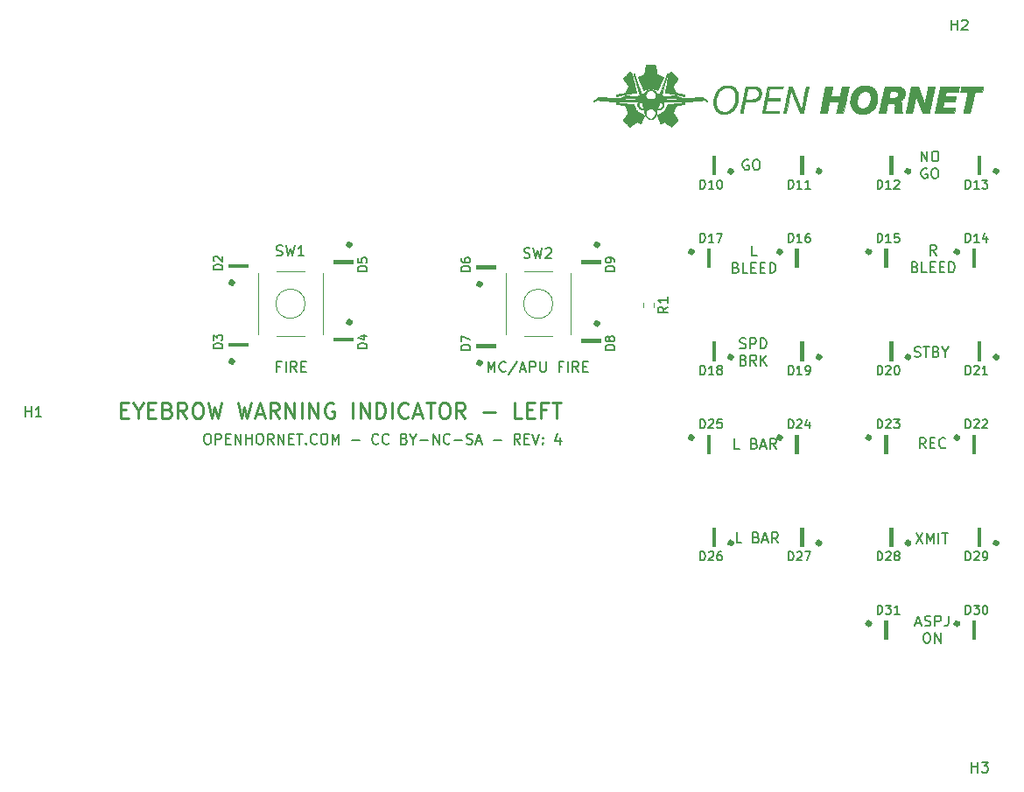
<source format=gbr>
%TF.GenerationSoftware,KiCad,Pcbnew,(5.1.12-1-10_14)*%
%TF.CreationDate,2021-11-28T14:02:16+11:00*%
%TF.ProjectId,ewi_v3,6577695f-7633-42e6-9b69-6361645f7063,rev?*%
%TF.SameCoordinates,Original*%
%TF.FileFunction,Legend,Top*%
%TF.FilePolarity,Positive*%
%FSLAX46Y46*%
G04 Gerber Fmt 4.6, Leading zero omitted, Abs format (unit mm)*
G04 Created by KiCad (PCBNEW (5.1.12-1-10_14)) date 2021-11-28 14:02:16*
%MOMM*%
%LPD*%
G01*
G04 APERTURE LIST*
%ADD10C,0.150000*%
%ADD11C,0.250000*%
%ADD12C,0.100000*%
%ADD13C,0.500000*%
%ADD14C,0.120000*%
%ADD15C,0.010000*%
G04 APERTURE END LIST*
D10*
X189031760Y-117632263D02*
X189507951Y-117632263D01*
X188936522Y-117917977D02*
X189269856Y-116917977D01*
X189603189Y-117917977D01*
X189888903Y-117870358D02*
X190031760Y-117917977D01*
X190269856Y-117917977D01*
X190365094Y-117870358D01*
X190412713Y-117822739D01*
X190460332Y-117727501D01*
X190460332Y-117632263D01*
X190412713Y-117537025D01*
X190365094Y-117489406D01*
X190269856Y-117441787D01*
X190079379Y-117394168D01*
X189984141Y-117346549D01*
X189936522Y-117298930D01*
X189888903Y-117203692D01*
X189888903Y-117108454D01*
X189936522Y-117013216D01*
X189984141Y-116965597D01*
X190079379Y-116917977D01*
X190317475Y-116917977D01*
X190460332Y-116965597D01*
X190888903Y-117917977D02*
X190888903Y-116917977D01*
X191269856Y-116917977D01*
X191365094Y-116965597D01*
X191412713Y-117013216D01*
X191460332Y-117108454D01*
X191460332Y-117251311D01*
X191412713Y-117346549D01*
X191365094Y-117394168D01*
X191269856Y-117441787D01*
X190888903Y-117441787D01*
X192174618Y-116917977D02*
X192174618Y-117632263D01*
X192126999Y-117775120D01*
X192031760Y-117870358D01*
X191888903Y-117917977D01*
X191793665Y-117917977D01*
X190007951Y-118567977D02*
X190198427Y-118567977D01*
X190293665Y-118615597D01*
X190388903Y-118710835D01*
X190436522Y-118901311D01*
X190436522Y-119234644D01*
X190388903Y-119425120D01*
X190293665Y-119520358D01*
X190198427Y-119567977D01*
X190007951Y-119567977D01*
X189912713Y-119520358D01*
X189817475Y-119425120D01*
X189769856Y-119234644D01*
X189769856Y-118901311D01*
X189817475Y-118710835D01*
X189912713Y-118615597D01*
X190007951Y-118567977D01*
X190865094Y-119567977D02*
X190865094Y-118567977D01*
X191436522Y-119567977D01*
X191436522Y-118567977D01*
X189039689Y-108916477D02*
X189706356Y-109916477D01*
X189706356Y-108916477D02*
X189039689Y-109916477D01*
X190087308Y-109916477D02*
X190087308Y-108916477D01*
X190420641Y-109630763D01*
X190753975Y-108916477D01*
X190753975Y-109916477D01*
X191230165Y-109916477D02*
X191230165Y-108916477D01*
X191563499Y-108916477D02*
X192134927Y-108916477D01*
X191849213Y-109916477D02*
X191849213Y-108916477D01*
X172172499Y-109852977D02*
X171696308Y-109852977D01*
X171696308Y-108852977D01*
X173601070Y-109329168D02*
X173743927Y-109376787D01*
X173791546Y-109424406D01*
X173839165Y-109519644D01*
X173839165Y-109662501D01*
X173791546Y-109757739D01*
X173743927Y-109805358D01*
X173648689Y-109852977D01*
X173267737Y-109852977D01*
X173267737Y-108852977D01*
X173601070Y-108852977D01*
X173696308Y-108900597D01*
X173743927Y-108948216D01*
X173791546Y-109043454D01*
X173791546Y-109138692D01*
X173743927Y-109233930D01*
X173696308Y-109281549D01*
X173601070Y-109329168D01*
X173267737Y-109329168D01*
X174220118Y-109567263D02*
X174696308Y-109567263D01*
X174124879Y-109852977D02*
X174458213Y-108852977D01*
X174791546Y-109852977D01*
X175696308Y-109852977D02*
X175362975Y-109376787D01*
X175124879Y-109852977D02*
X175124879Y-108852977D01*
X175505832Y-108852977D01*
X175601070Y-108900597D01*
X175648689Y-108948216D01*
X175696308Y-109043454D01*
X175696308Y-109186311D01*
X175648689Y-109281549D01*
X175601070Y-109329168D01*
X175505832Y-109376787D01*
X175124879Y-109376787D01*
X189984141Y-100708977D02*
X189650808Y-100232787D01*
X189412713Y-100708977D02*
X189412713Y-99708977D01*
X189793665Y-99708977D01*
X189888903Y-99756597D01*
X189936522Y-99804216D01*
X189984141Y-99899454D01*
X189984141Y-100042311D01*
X189936522Y-100137549D01*
X189888903Y-100185168D01*
X189793665Y-100232787D01*
X189412713Y-100232787D01*
X190412713Y-100185168D02*
X190746046Y-100185168D01*
X190888903Y-100708977D02*
X190412713Y-100708977D01*
X190412713Y-99708977D01*
X190888903Y-99708977D01*
X191888903Y-100613739D02*
X191841284Y-100661358D01*
X191698427Y-100708977D01*
X191603189Y-100708977D01*
X191460332Y-100661358D01*
X191365094Y-100566120D01*
X191317475Y-100470882D01*
X191269856Y-100280406D01*
X191269856Y-100137549D01*
X191317475Y-99947073D01*
X191365094Y-99851835D01*
X191460332Y-99756597D01*
X191603189Y-99708977D01*
X191698427Y-99708977D01*
X191841284Y-99756597D01*
X191888903Y-99804216D01*
X171981999Y-100772477D02*
X171505808Y-100772477D01*
X171505808Y-99772477D01*
X173410570Y-100248668D02*
X173553427Y-100296287D01*
X173601046Y-100343906D01*
X173648665Y-100439144D01*
X173648665Y-100582001D01*
X173601046Y-100677239D01*
X173553427Y-100724858D01*
X173458189Y-100772477D01*
X173077237Y-100772477D01*
X173077237Y-99772477D01*
X173410570Y-99772477D01*
X173505808Y-99820097D01*
X173553427Y-99867716D01*
X173601046Y-99962954D01*
X173601046Y-100058192D01*
X173553427Y-100153430D01*
X173505808Y-100201049D01*
X173410570Y-100248668D01*
X173077237Y-100248668D01*
X174029618Y-100486763D02*
X174505808Y-100486763D01*
X173934379Y-100772477D02*
X174267713Y-99772477D01*
X174601046Y-100772477D01*
X175505808Y-100772477D02*
X175172475Y-100296287D01*
X174934379Y-100772477D02*
X174934379Y-99772477D01*
X175315332Y-99772477D01*
X175410570Y-99820097D01*
X175458189Y-99867716D01*
X175505808Y-99962954D01*
X175505808Y-100105811D01*
X175458189Y-100201049D01*
X175410570Y-100248668D01*
X175315332Y-100296287D01*
X174934379Y-100296287D01*
X188904760Y-91834858D02*
X189047618Y-91882477D01*
X189285713Y-91882477D01*
X189380951Y-91834858D01*
X189428570Y-91787239D01*
X189476189Y-91692001D01*
X189476189Y-91596763D01*
X189428570Y-91501525D01*
X189380951Y-91453906D01*
X189285713Y-91406287D01*
X189095237Y-91358668D01*
X188999999Y-91311049D01*
X188952379Y-91263430D01*
X188904760Y-91168192D01*
X188904760Y-91072954D01*
X188952379Y-90977716D01*
X188999999Y-90930097D01*
X189095237Y-90882477D01*
X189333332Y-90882477D01*
X189476189Y-90930097D01*
X189761903Y-90882477D02*
X190333332Y-90882477D01*
X190047618Y-91882477D02*
X190047618Y-90882477D01*
X190999999Y-91358668D02*
X191142856Y-91406287D01*
X191190475Y-91453906D01*
X191238094Y-91549144D01*
X191238094Y-91692001D01*
X191190475Y-91787239D01*
X191142856Y-91834858D01*
X191047618Y-91882477D01*
X190666665Y-91882477D01*
X190666665Y-90882477D01*
X190999999Y-90882477D01*
X191095237Y-90930097D01*
X191142856Y-90977716D01*
X191190475Y-91072954D01*
X191190475Y-91168192D01*
X191142856Y-91263430D01*
X191095237Y-91311049D01*
X190999999Y-91358668D01*
X190666665Y-91358668D01*
X191857141Y-91406287D02*
X191857141Y-91882477D01*
X191523808Y-90882477D02*
X191857141Y-91406287D01*
X192190475Y-90882477D01*
X172005784Y-91009858D02*
X172148641Y-91057477D01*
X172386737Y-91057477D01*
X172481975Y-91009858D01*
X172529594Y-90962239D01*
X172577213Y-90867001D01*
X172577213Y-90771763D01*
X172529594Y-90676525D01*
X172481975Y-90628906D01*
X172386737Y-90581287D01*
X172196260Y-90533668D01*
X172101022Y-90486049D01*
X172053403Y-90438430D01*
X172005784Y-90343192D01*
X172005784Y-90247954D01*
X172053403Y-90152716D01*
X172101022Y-90105097D01*
X172196260Y-90057477D01*
X172434356Y-90057477D01*
X172577213Y-90105097D01*
X173005784Y-91057477D02*
X173005784Y-90057477D01*
X173386737Y-90057477D01*
X173481975Y-90105097D01*
X173529594Y-90152716D01*
X173577213Y-90247954D01*
X173577213Y-90390811D01*
X173529594Y-90486049D01*
X173481975Y-90533668D01*
X173386737Y-90581287D01*
X173005784Y-90581287D01*
X174005784Y-91057477D02*
X174005784Y-90057477D01*
X174243879Y-90057477D01*
X174386737Y-90105097D01*
X174481975Y-90200335D01*
X174529594Y-90295573D01*
X174577213Y-90486049D01*
X174577213Y-90628906D01*
X174529594Y-90819382D01*
X174481975Y-90914620D01*
X174386737Y-91009858D01*
X174243879Y-91057477D01*
X174005784Y-91057477D01*
X172362927Y-92183668D02*
X172505784Y-92231287D01*
X172553403Y-92278906D01*
X172601022Y-92374144D01*
X172601022Y-92517001D01*
X172553403Y-92612239D01*
X172505784Y-92659858D01*
X172410546Y-92707477D01*
X172029594Y-92707477D01*
X172029594Y-91707477D01*
X172362927Y-91707477D01*
X172458165Y-91755097D01*
X172505784Y-91802716D01*
X172553403Y-91897954D01*
X172553403Y-91993192D01*
X172505784Y-92088430D01*
X172458165Y-92136049D01*
X172362927Y-92183668D01*
X172029594Y-92183668D01*
X173601022Y-92707477D02*
X173267689Y-92231287D01*
X173029594Y-92707477D02*
X173029594Y-91707477D01*
X173410546Y-91707477D01*
X173505784Y-91755097D01*
X173553403Y-91802716D01*
X173601022Y-91897954D01*
X173601022Y-92040811D01*
X173553403Y-92136049D01*
X173505784Y-92183668D01*
X173410546Y-92231287D01*
X173029594Y-92231287D01*
X174029594Y-92707477D02*
X174029594Y-91707477D01*
X174601022Y-92707477D02*
X174172451Y-92136049D01*
X174601022Y-91707477D02*
X174029594Y-92278906D01*
X191000022Y-82040477D02*
X190666689Y-81564287D01*
X190428594Y-82040477D02*
X190428594Y-81040477D01*
X190809546Y-81040477D01*
X190904784Y-81088097D01*
X190952403Y-81135716D01*
X191000022Y-81230954D01*
X191000022Y-81373811D01*
X190952403Y-81469049D01*
X190904784Y-81516668D01*
X190809546Y-81564287D01*
X190428594Y-81564287D01*
X188952403Y-83166668D02*
X189095260Y-83214287D01*
X189142879Y-83261906D01*
X189190499Y-83357144D01*
X189190499Y-83500001D01*
X189142879Y-83595239D01*
X189095260Y-83642858D01*
X189000022Y-83690477D01*
X188619070Y-83690477D01*
X188619070Y-82690477D01*
X188952403Y-82690477D01*
X189047641Y-82738097D01*
X189095260Y-82785716D01*
X189142879Y-82880954D01*
X189142879Y-82976192D01*
X189095260Y-83071430D01*
X189047641Y-83119049D01*
X188952403Y-83166668D01*
X188619070Y-83166668D01*
X190095260Y-83690477D02*
X189619070Y-83690477D01*
X189619070Y-82690477D01*
X190428594Y-83166668D02*
X190761927Y-83166668D01*
X190904784Y-83690477D02*
X190428594Y-83690477D01*
X190428594Y-82690477D01*
X190904784Y-82690477D01*
X191333356Y-83166668D02*
X191666689Y-83166668D01*
X191809546Y-83690477D02*
X191333356Y-83690477D01*
X191333356Y-82690477D01*
X191809546Y-82690477D01*
X192238118Y-83690477D02*
X192238118Y-82690477D01*
X192476213Y-82690477D01*
X192619070Y-82738097D01*
X192714308Y-82833335D01*
X192761927Y-82928573D01*
X192809546Y-83119049D01*
X192809546Y-83261906D01*
X192761927Y-83452382D01*
X192714308Y-83547620D01*
X192619070Y-83642858D01*
X192476213Y-83690477D01*
X192238118Y-83690477D01*
X173664522Y-82103977D02*
X173188332Y-82103977D01*
X173188332Y-81103977D01*
X171616903Y-83230168D02*
X171759760Y-83277787D01*
X171807379Y-83325406D01*
X171854999Y-83420644D01*
X171854999Y-83563501D01*
X171807379Y-83658739D01*
X171759760Y-83706358D01*
X171664522Y-83753977D01*
X171283570Y-83753977D01*
X171283570Y-82753977D01*
X171616903Y-82753977D01*
X171712141Y-82801597D01*
X171759760Y-82849216D01*
X171807379Y-82944454D01*
X171807379Y-83039692D01*
X171759760Y-83134930D01*
X171712141Y-83182549D01*
X171616903Y-83230168D01*
X171283570Y-83230168D01*
X172759760Y-83753977D02*
X172283570Y-83753977D01*
X172283570Y-82753977D01*
X173093094Y-83230168D02*
X173426427Y-83230168D01*
X173569284Y-83753977D02*
X173093094Y-83753977D01*
X173093094Y-82753977D01*
X173569284Y-82753977D01*
X173997856Y-83230168D02*
X174331189Y-83230168D01*
X174474046Y-83753977D02*
X173997856Y-83753977D01*
X173997856Y-82753977D01*
X174474046Y-82753977D01*
X174902618Y-83753977D02*
X174902618Y-82753977D01*
X175140713Y-82753977D01*
X175283570Y-82801597D01*
X175378808Y-82896835D01*
X175426427Y-82992073D01*
X175474046Y-83182549D01*
X175474046Y-83325406D01*
X175426427Y-83515882D01*
X175378808Y-83611120D01*
X175283570Y-83706358D01*
X175140713Y-83753977D01*
X174902618Y-83753977D01*
X189563475Y-72959977D02*
X189563475Y-71959977D01*
X190134903Y-72959977D01*
X190134903Y-71959977D01*
X190801570Y-71959977D02*
X190992046Y-71959977D01*
X191087284Y-72007597D01*
X191182522Y-72102835D01*
X191230141Y-72293311D01*
X191230141Y-72626644D01*
X191182522Y-72817120D01*
X191087284Y-72912358D01*
X190992046Y-72959977D01*
X190801570Y-72959977D01*
X190706332Y-72912358D01*
X190611094Y-72817120D01*
X190563475Y-72626644D01*
X190563475Y-72293311D01*
X190611094Y-72102835D01*
X190706332Y-72007597D01*
X190801570Y-71959977D01*
X190111094Y-73657597D02*
X190015856Y-73609977D01*
X189872999Y-73609977D01*
X189730141Y-73657597D01*
X189634903Y-73752835D01*
X189587284Y-73848073D01*
X189539665Y-74038549D01*
X189539665Y-74181406D01*
X189587284Y-74371882D01*
X189634903Y-74467120D01*
X189730141Y-74562358D01*
X189872999Y-74609977D01*
X189968237Y-74609977D01*
X190111094Y-74562358D01*
X190158713Y-74514739D01*
X190158713Y-74181406D01*
X189968237Y-74181406D01*
X190777760Y-73609977D02*
X190968237Y-73609977D01*
X191063475Y-73657597D01*
X191158713Y-73752835D01*
X191206332Y-73943311D01*
X191206332Y-74276644D01*
X191158713Y-74467120D01*
X191063475Y-74562358D01*
X190968237Y-74609977D01*
X190777760Y-74609977D01*
X190682522Y-74562358D01*
X190587284Y-74467120D01*
X190539665Y-74276644D01*
X190539665Y-73943311D01*
X190587284Y-73752835D01*
X190682522Y-73657597D01*
X190777760Y-73609977D01*
X172839094Y-72832597D02*
X172743856Y-72784977D01*
X172600999Y-72784977D01*
X172458141Y-72832597D01*
X172362903Y-72927835D01*
X172315284Y-73023073D01*
X172267665Y-73213549D01*
X172267665Y-73356406D01*
X172315284Y-73546882D01*
X172362903Y-73642120D01*
X172458141Y-73737358D01*
X172600999Y-73784977D01*
X172696237Y-73784977D01*
X172839094Y-73737358D01*
X172886713Y-73689739D01*
X172886713Y-73356406D01*
X172696237Y-73356406D01*
X173505760Y-72784977D02*
X173696237Y-72784977D01*
X173791475Y-72832597D01*
X173886713Y-72927835D01*
X173934332Y-73118311D01*
X173934332Y-73451644D01*
X173886713Y-73642120D01*
X173791475Y-73737358D01*
X173696237Y-73784977D01*
X173505760Y-73784977D01*
X173410522Y-73737358D01*
X173315284Y-73642120D01*
X173267665Y-73451644D01*
X173267665Y-73118311D01*
X173315284Y-72927835D01*
X173410522Y-72832597D01*
X173505760Y-72784977D01*
D11*
X112137093Y-97010954D02*
X112637093Y-97010954D01*
X112851379Y-97796668D02*
X112137093Y-97796668D01*
X112137093Y-96296668D01*
X112851379Y-96296668D01*
X113779950Y-97082382D02*
X113779950Y-97796668D01*
X113279950Y-96296668D02*
X113779950Y-97082382D01*
X114279950Y-96296668D01*
X114779950Y-97010954D02*
X115279950Y-97010954D01*
X115494236Y-97796668D02*
X114779950Y-97796668D01*
X114779950Y-96296668D01*
X115494236Y-96296668D01*
X116637093Y-97010954D02*
X116851379Y-97082382D01*
X116922807Y-97153811D01*
X116994236Y-97296668D01*
X116994236Y-97510954D01*
X116922807Y-97653811D01*
X116851379Y-97725239D01*
X116708522Y-97796668D01*
X116137093Y-97796668D01*
X116137093Y-96296668D01*
X116637093Y-96296668D01*
X116779950Y-96368097D01*
X116851379Y-96439525D01*
X116922807Y-96582382D01*
X116922807Y-96725239D01*
X116851379Y-96868097D01*
X116779950Y-96939525D01*
X116637093Y-97010954D01*
X116137093Y-97010954D01*
X118494236Y-97796668D02*
X117994236Y-97082382D01*
X117637093Y-97796668D02*
X117637093Y-96296668D01*
X118208522Y-96296668D01*
X118351379Y-96368097D01*
X118422807Y-96439525D01*
X118494236Y-96582382D01*
X118494236Y-96796668D01*
X118422807Y-96939525D01*
X118351379Y-97010954D01*
X118208522Y-97082382D01*
X117637093Y-97082382D01*
X119422807Y-96296668D02*
X119708522Y-96296668D01*
X119851379Y-96368097D01*
X119994236Y-96510954D01*
X120065665Y-96796668D01*
X120065665Y-97296668D01*
X119994236Y-97582382D01*
X119851379Y-97725239D01*
X119708522Y-97796668D01*
X119422807Y-97796668D01*
X119279950Y-97725239D01*
X119137093Y-97582382D01*
X119065665Y-97296668D01*
X119065665Y-96796668D01*
X119137093Y-96510954D01*
X119279950Y-96368097D01*
X119422807Y-96296668D01*
X120565665Y-96296668D02*
X120922807Y-97796668D01*
X121208522Y-96725239D01*
X121494236Y-97796668D01*
X121851379Y-96296668D01*
X123422807Y-96296668D02*
X123779950Y-97796668D01*
X124065665Y-96725239D01*
X124351379Y-97796668D01*
X124708522Y-96296668D01*
X125208522Y-97368097D02*
X125922807Y-97368097D01*
X125065665Y-97796668D02*
X125565665Y-96296668D01*
X126065665Y-97796668D01*
X127422807Y-97796668D02*
X126922807Y-97082382D01*
X126565665Y-97796668D02*
X126565665Y-96296668D01*
X127137093Y-96296668D01*
X127279950Y-96368097D01*
X127351379Y-96439525D01*
X127422807Y-96582382D01*
X127422807Y-96796668D01*
X127351379Y-96939525D01*
X127279950Y-97010954D01*
X127137093Y-97082382D01*
X126565665Y-97082382D01*
X128065665Y-97796668D02*
X128065665Y-96296668D01*
X128922807Y-97796668D01*
X128922807Y-96296668D01*
X129637093Y-97796668D02*
X129637093Y-96296668D01*
X130351379Y-97796668D02*
X130351379Y-96296668D01*
X131208522Y-97796668D01*
X131208522Y-96296668D01*
X132708522Y-96368097D02*
X132565665Y-96296668D01*
X132351379Y-96296668D01*
X132137093Y-96368097D01*
X131994236Y-96510954D01*
X131922807Y-96653811D01*
X131851379Y-96939525D01*
X131851379Y-97153811D01*
X131922807Y-97439525D01*
X131994236Y-97582382D01*
X132137093Y-97725239D01*
X132351379Y-97796668D01*
X132494236Y-97796668D01*
X132708522Y-97725239D01*
X132779950Y-97653811D01*
X132779950Y-97153811D01*
X132494236Y-97153811D01*
X134565665Y-97796668D02*
X134565665Y-96296668D01*
X135279950Y-97796668D02*
X135279950Y-96296668D01*
X136137093Y-97796668D01*
X136137093Y-96296668D01*
X136851379Y-97796668D02*
X136851379Y-96296668D01*
X137208522Y-96296668D01*
X137422807Y-96368097D01*
X137565665Y-96510954D01*
X137637093Y-96653811D01*
X137708522Y-96939525D01*
X137708522Y-97153811D01*
X137637093Y-97439525D01*
X137565665Y-97582382D01*
X137422807Y-97725239D01*
X137208522Y-97796668D01*
X136851379Y-97796668D01*
X138351379Y-97796668D02*
X138351379Y-96296668D01*
X139922807Y-97653811D02*
X139851379Y-97725239D01*
X139637093Y-97796668D01*
X139494236Y-97796668D01*
X139279950Y-97725239D01*
X139137093Y-97582382D01*
X139065665Y-97439525D01*
X138994236Y-97153811D01*
X138994236Y-96939525D01*
X139065665Y-96653811D01*
X139137093Y-96510954D01*
X139279950Y-96368097D01*
X139494236Y-96296668D01*
X139637093Y-96296668D01*
X139851379Y-96368097D01*
X139922807Y-96439525D01*
X140494236Y-97368097D02*
X141208522Y-97368097D01*
X140351379Y-97796668D02*
X140851379Y-96296668D01*
X141351379Y-97796668D01*
X141637093Y-96296668D02*
X142494236Y-96296668D01*
X142065665Y-97796668D02*
X142065665Y-96296668D01*
X143279950Y-96296668D02*
X143565665Y-96296668D01*
X143708522Y-96368097D01*
X143851379Y-96510954D01*
X143922807Y-96796668D01*
X143922807Y-97296668D01*
X143851379Y-97582382D01*
X143708522Y-97725239D01*
X143565665Y-97796668D01*
X143279950Y-97796668D01*
X143137093Y-97725239D01*
X142994236Y-97582382D01*
X142922807Y-97296668D01*
X142922807Y-96796668D01*
X142994236Y-96510954D01*
X143137093Y-96368097D01*
X143279950Y-96296668D01*
X145422807Y-97796668D02*
X144922807Y-97082382D01*
X144565665Y-97796668D02*
X144565665Y-96296668D01*
X145137093Y-96296668D01*
X145279950Y-96368097D01*
X145351379Y-96439525D01*
X145422807Y-96582382D01*
X145422807Y-96796668D01*
X145351379Y-96939525D01*
X145279950Y-97010954D01*
X145137093Y-97082382D01*
X144565665Y-97082382D01*
X147208522Y-97225239D02*
X148351379Y-97225239D01*
X150922807Y-97796668D02*
X150208522Y-97796668D01*
X150208522Y-96296668D01*
X151422807Y-97010954D02*
X151922807Y-97010954D01*
X152137093Y-97796668D02*
X151422807Y-97796668D01*
X151422807Y-96296668D01*
X152137093Y-96296668D01*
X153279950Y-97010954D02*
X152779950Y-97010954D01*
X152779950Y-97796668D02*
X152779950Y-96296668D01*
X153494236Y-96296668D01*
X153851379Y-96296668D02*
X154708522Y-96296668D01*
X154279950Y-97796668D02*
X154279950Y-96296668D01*
D10*
X120425189Y-99320477D02*
X120615665Y-99320477D01*
X120710903Y-99368097D01*
X120806141Y-99463335D01*
X120853760Y-99653811D01*
X120853760Y-99987144D01*
X120806141Y-100177620D01*
X120710903Y-100272858D01*
X120615665Y-100320477D01*
X120425189Y-100320477D01*
X120329951Y-100272858D01*
X120234713Y-100177620D01*
X120187094Y-99987144D01*
X120187094Y-99653811D01*
X120234713Y-99463335D01*
X120329951Y-99368097D01*
X120425189Y-99320477D01*
X121282332Y-100320477D02*
X121282332Y-99320477D01*
X121663284Y-99320477D01*
X121758522Y-99368097D01*
X121806141Y-99415716D01*
X121853760Y-99510954D01*
X121853760Y-99653811D01*
X121806141Y-99749049D01*
X121758522Y-99796668D01*
X121663284Y-99844287D01*
X121282332Y-99844287D01*
X122282332Y-99796668D02*
X122615665Y-99796668D01*
X122758522Y-100320477D02*
X122282332Y-100320477D01*
X122282332Y-99320477D01*
X122758522Y-99320477D01*
X123187094Y-100320477D02*
X123187094Y-99320477D01*
X123758522Y-100320477D01*
X123758522Y-99320477D01*
X124234713Y-100320477D02*
X124234713Y-99320477D01*
X124234713Y-99796668D02*
X124806141Y-99796668D01*
X124806141Y-100320477D02*
X124806141Y-99320477D01*
X125472808Y-99320477D02*
X125663284Y-99320477D01*
X125758522Y-99368097D01*
X125853760Y-99463335D01*
X125901379Y-99653811D01*
X125901379Y-99987144D01*
X125853760Y-100177620D01*
X125758522Y-100272858D01*
X125663284Y-100320477D01*
X125472808Y-100320477D01*
X125377570Y-100272858D01*
X125282332Y-100177620D01*
X125234713Y-99987144D01*
X125234713Y-99653811D01*
X125282332Y-99463335D01*
X125377570Y-99368097D01*
X125472808Y-99320477D01*
X126901379Y-100320477D02*
X126568046Y-99844287D01*
X126329951Y-100320477D02*
X126329951Y-99320477D01*
X126710903Y-99320477D01*
X126806141Y-99368097D01*
X126853760Y-99415716D01*
X126901379Y-99510954D01*
X126901379Y-99653811D01*
X126853760Y-99749049D01*
X126806141Y-99796668D01*
X126710903Y-99844287D01*
X126329951Y-99844287D01*
X127329951Y-100320477D02*
X127329951Y-99320477D01*
X127901379Y-100320477D01*
X127901379Y-99320477D01*
X128377570Y-99796668D02*
X128710903Y-99796668D01*
X128853760Y-100320477D02*
X128377570Y-100320477D01*
X128377570Y-99320477D01*
X128853760Y-99320477D01*
X129139475Y-99320477D02*
X129710903Y-99320477D01*
X129425189Y-100320477D02*
X129425189Y-99320477D01*
X130044237Y-100225239D02*
X130091856Y-100272858D01*
X130044237Y-100320477D01*
X129996618Y-100272858D01*
X130044237Y-100225239D01*
X130044237Y-100320477D01*
X131091856Y-100225239D02*
X131044237Y-100272858D01*
X130901379Y-100320477D01*
X130806141Y-100320477D01*
X130663284Y-100272858D01*
X130568046Y-100177620D01*
X130520427Y-100082382D01*
X130472808Y-99891906D01*
X130472808Y-99749049D01*
X130520427Y-99558573D01*
X130568046Y-99463335D01*
X130663284Y-99368097D01*
X130806141Y-99320477D01*
X130901379Y-99320477D01*
X131044237Y-99368097D01*
X131091856Y-99415716D01*
X131710903Y-99320477D02*
X131901379Y-99320477D01*
X131996618Y-99368097D01*
X132091856Y-99463335D01*
X132139475Y-99653811D01*
X132139475Y-99987144D01*
X132091856Y-100177620D01*
X131996618Y-100272858D01*
X131901379Y-100320477D01*
X131710903Y-100320477D01*
X131615665Y-100272858D01*
X131520427Y-100177620D01*
X131472808Y-99987144D01*
X131472808Y-99653811D01*
X131520427Y-99463335D01*
X131615665Y-99368097D01*
X131710903Y-99320477D01*
X132568046Y-100320477D02*
X132568046Y-99320477D01*
X132901379Y-100034763D01*
X133234713Y-99320477D01*
X133234713Y-100320477D01*
X134472808Y-99939525D02*
X135234713Y-99939525D01*
X137044237Y-100225239D02*
X136996618Y-100272858D01*
X136853760Y-100320477D01*
X136758522Y-100320477D01*
X136615665Y-100272858D01*
X136520427Y-100177620D01*
X136472808Y-100082382D01*
X136425189Y-99891906D01*
X136425189Y-99749049D01*
X136472808Y-99558573D01*
X136520427Y-99463335D01*
X136615665Y-99368097D01*
X136758522Y-99320477D01*
X136853760Y-99320477D01*
X136996618Y-99368097D01*
X137044237Y-99415716D01*
X138044237Y-100225239D02*
X137996618Y-100272858D01*
X137853760Y-100320477D01*
X137758522Y-100320477D01*
X137615665Y-100272858D01*
X137520427Y-100177620D01*
X137472808Y-100082382D01*
X137425189Y-99891906D01*
X137425189Y-99749049D01*
X137472808Y-99558573D01*
X137520427Y-99463335D01*
X137615665Y-99368097D01*
X137758522Y-99320477D01*
X137853760Y-99320477D01*
X137996618Y-99368097D01*
X138044237Y-99415716D01*
X139568046Y-99796668D02*
X139710903Y-99844287D01*
X139758522Y-99891906D01*
X139806141Y-99987144D01*
X139806141Y-100130001D01*
X139758522Y-100225239D01*
X139710903Y-100272858D01*
X139615665Y-100320477D01*
X139234713Y-100320477D01*
X139234713Y-99320477D01*
X139568046Y-99320477D01*
X139663284Y-99368097D01*
X139710903Y-99415716D01*
X139758522Y-99510954D01*
X139758522Y-99606192D01*
X139710903Y-99701430D01*
X139663284Y-99749049D01*
X139568046Y-99796668D01*
X139234713Y-99796668D01*
X140425189Y-99844287D02*
X140425189Y-100320477D01*
X140091856Y-99320477D02*
X140425189Y-99844287D01*
X140758522Y-99320477D01*
X141091856Y-99939525D02*
X141853760Y-99939525D01*
X142329951Y-100320477D02*
X142329951Y-99320477D01*
X142901379Y-100320477D01*
X142901379Y-99320477D01*
X143948999Y-100225239D02*
X143901379Y-100272858D01*
X143758522Y-100320477D01*
X143663284Y-100320477D01*
X143520427Y-100272858D01*
X143425189Y-100177620D01*
X143377570Y-100082382D01*
X143329951Y-99891906D01*
X143329951Y-99749049D01*
X143377570Y-99558573D01*
X143425189Y-99463335D01*
X143520427Y-99368097D01*
X143663284Y-99320477D01*
X143758522Y-99320477D01*
X143901379Y-99368097D01*
X143948999Y-99415716D01*
X144377570Y-99939525D02*
X145139475Y-99939525D01*
X145568046Y-100272858D02*
X145710903Y-100320477D01*
X145948999Y-100320477D01*
X146044237Y-100272858D01*
X146091856Y-100225239D01*
X146139475Y-100130001D01*
X146139475Y-100034763D01*
X146091856Y-99939525D01*
X146044237Y-99891906D01*
X145948999Y-99844287D01*
X145758522Y-99796668D01*
X145663284Y-99749049D01*
X145615665Y-99701430D01*
X145568046Y-99606192D01*
X145568046Y-99510954D01*
X145615665Y-99415716D01*
X145663284Y-99368097D01*
X145758522Y-99320477D01*
X145996618Y-99320477D01*
X146139475Y-99368097D01*
X146520427Y-100034763D02*
X146996618Y-100034763D01*
X146425189Y-100320477D02*
X146758522Y-99320477D01*
X147091856Y-100320477D01*
X148187094Y-99939525D02*
X148948999Y-99939525D01*
X150758522Y-100320477D02*
X150425189Y-99844287D01*
X150187094Y-100320477D02*
X150187094Y-99320477D01*
X150568046Y-99320477D01*
X150663284Y-99368097D01*
X150710903Y-99415716D01*
X150758522Y-99510954D01*
X150758522Y-99653811D01*
X150710903Y-99749049D01*
X150663284Y-99796668D01*
X150568046Y-99844287D01*
X150187094Y-99844287D01*
X151187094Y-99796668D02*
X151520427Y-99796668D01*
X151663284Y-100320477D02*
X151187094Y-100320477D01*
X151187094Y-99320477D01*
X151663284Y-99320477D01*
X151948999Y-99320477D02*
X152282332Y-100320477D01*
X152615665Y-99320477D01*
X152948999Y-100225239D02*
X152996618Y-100272858D01*
X152948999Y-100320477D01*
X152901379Y-100272858D01*
X152948999Y-100225239D01*
X152948999Y-100320477D01*
X152948999Y-99701430D02*
X152996618Y-99749049D01*
X152948999Y-99796668D01*
X152901379Y-99749049D01*
X152948999Y-99701430D01*
X152948999Y-99796668D01*
X154615665Y-99653811D02*
X154615665Y-100320477D01*
X154377570Y-99272858D02*
X154139475Y-99987144D01*
X154758522Y-99987144D01*
D12*
%TO.C,D31*%
G36*
X185959799Y-117368750D02*
G01*
X186259799Y-117368750D01*
X186259799Y-119168750D01*
X185959799Y-119168750D01*
X185959799Y-117368750D01*
G37*
X185959799Y-117368750D02*
X186259799Y-117368750D01*
X186259799Y-119168750D01*
X185959799Y-119168750D01*
X185959799Y-117368750D01*
D13*
X184559799Y-117668750D02*
G75*
G03*
X184559799Y-117668750I-100000J0D01*
G01*
D12*
%TO.C,D30*%
G36*
X194494199Y-117368750D02*
G01*
X194794199Y-117368750D01*
X194794199Y-119168750D01*
X194494199Y-119168750D01*
X194494199Y-117368750D01*
G37*
X194494199Y-117368750D02*
X194794199Y-117368750D01*
X194794199Y-119168750D01*
X194494199Y-119168750D01*
X194494199Y-117368750D01*
D13*
X193094199Y-117668750D02*
G75*
G03*
X193094199Y-117668750I-100000J0D01*
G01*
D12*
%TO.C,D29*%
G36*
X195294199Y-110177150D02*
G01*
X194994199Y-110177150D01*
X194994199Y-108377150D01*
X195294199Y-108377150D01*
X195294199Y-110177150D01*
G37*
X195294199Y-110177150D02*
X194994199Y-110177150D01*
X194994199Y-108377150D01*
X195294199Y-108377150D01*
X195294199Y-110177150D01*
D13*
X196894199Y-109877150D02*
G75*
G03*
X196894199Y-109877150I-100000J0D01*
G01*
D12*
%TO.C,D28*%
G36*
X186759799Y-110177150D02*
G01*
X186459799Y-110177150D01*
X186459799Y-108377150D01*
X186759799Y-108377150D01*
X186759799Y-110177150D01*
G37*
X186759799Y-110177150D02*
X186459799Y-110177150D01*
X186459799Y-108377150D01*
X186759799Y-108377150D01*
X186759799Y-110177150D01*
D13*
X188359799Y-109877150D02*
G75*
G03*
X188359799Y-109877150I-100000J0D01*
G01*
D12*
%TO.C,D27*%
G36*
X178149199Y-110177150D02*
G01*
X177849199Y-110177150D01*
X177849199Y-108377150D01*
X178149199Y-108377150D01*
X178149199Y-110177150D01*
G37*
X178149199Y-110177150D02*
X177849199Y-110177150D01*
X177849199Y-108377150D01*
X178149199Y-108377150D01*
X178149199Y-110177150D01*
D13*
X179749199Y-109877150D02*
G75*
G03*
X179749199Y-109877150I-100000J0D01*
G01*
D12*
%TO.C,D26*%
G36*
X169614799Y-110177150D02*
G01*
X169314799Y-110177150D01*
X169314799Y-108377150D01*
X169614799Y-108377150D01*
X169614799Y-110177150D01*
G37*
X169614799Y-110177150D02*
X169314799Y-110177150D01*
X169314799Y-108377150D01*
X169614799Y-108377150D01*
X169614799Y-110177150D01*
D13*
X171214799Y-109877150D02*
G75*
G03*
X171214799Y-109877150I-100000J0D01*
G01*
D12*
%TO.C,D25*%
G36*
X168814799Y-99385550D02*
G01*
X169114799Y-99385550D01*
X169114799Y-101185550D01*
X168814799Y-101185550D01*
X168814799Y-99385550D01*
G37*
X168814799Y-99385550D02*
X169114799Y-99385550D01*
X169114799Y-101185550D01*
X168814799Y-101185550D01*
X168814799Y-99385550D01*
D13*
X167414799Y-99685550D02*
G75*
G03*
X167414799Y-99685550I-100000J0D01*
G01*
D12*
%TO.C,D24*%
G36*
X177349199Y-99385550D02*
G01*
X177649199Y-99385550D01*
X177649199Y-101185550D01*
X177349199Y-101185550D01*
X177349199Y-99385550D01*
G37*
X177349199Y-99385550D02*
X177649199Y-99385550D01*
X177649199Y-101185550D01*
X177349199Y-101185550D01*
X177349199Y-99385550D01*
D13*
X175949199Y-99685550D02*
G75*
G03*
X175949199Y-99685550I-100000J0D01*
G01*
D12*
%TO.C,D23*%
G36*
X185959799Y-99385550D02*
G01*
X186259799Y-99385550D01*
X186259799Y-101185550D01*
X185959799Y-101185550D01*
X185959799Y-99385550D01*
G37*
X185959799Y-99385550D02*
X186259799Y-99385550D01*
X186259799Y-101185550D01*
X185959799Y-101185550D01*
X185959799Y-99385550D01*
D13*
X184559799Y-99685550D02*
G75*
G03*
X184559799Y-99685550I-100000J0D01*
G01*
D12*
%TO.C,D22*%
G36*
X194494199Y-99385550D02*
G01*
X194794199Y-99385550D01*
X194794199Y-101185550D01*
X194494199Y-101185550D01*
X194494199Y-99385550D01*
G37*
X194494199Y-99385550D02*
X194794199Y-99385550D01*
X194794199Y-101185550D01*
X194494199Y-101185550D01*
X194494199Y-99385550D01*
D13*
X193094199Y-99685550D02*
G75*
G03*
X193094199Y-99685550I-100000J0D01*
G01*
D12*
%TO.C,D21*%
G36*
X195294199Y-92193950D02*
G01*
X194994199Y-92193950D01*
X194994199Y-90393950D01*
X195294199Y-90393950D01*
X195294199Y-92193950D01*
G37*
X195294199Y-92193950D02*
X194994199Y-92193950D01*
X194994199Y-90393950D01*
X195294199Y-90393950D01*
X195294199Y-92193950D01*
D13*
X196894199Y-91893950D02*
G75*
G03*
X196894199Y-91893950I-100000J0D01*
G01*
D12*
%TO.C,D20*%
G36*
X186759799Y-92193950D02*
G01*
X186459799Y-92193950D01*
X186459799Y-90393950D01*
X186759799Y-90393950D01*
X186759799Y-92193950D01*
G37*
X186759799Y-92193950D02*
X186459799Y-92193950D01*
X186459799Y-90393950D01*
X186759799Y-90393950D01*
X186759799Y-92193950D01*
D13*
X188359799Y-91893950D02*
G75*
G03*
X188359799Y-91893950I-100000J0D01*
G01*
D12*
%TO.C,D19*%
G36*
X178149199Y-92193950D02*
G01*
X177849199Y-92193950D01*
X177849199Y-90393950D01*
X178149199Y-90393950D01*
X178149199Y-92193950D01*
G37*
X178149199Y-92193950D02*
X177849199Y-92193950D01*
X177849199Y-90393950D01*
X178149199Y-90393950D01*
X178149199Y-92193950D01*
D13*
X179749199Y-91893950D02*
G75*
G03*
X179749199Y-91893950I-100000J0D01*
G01*
D12*
%TO.C,D18*%
G36*
X169614799Y-92193950D02*
G01*
X169314799Y-92193950D01*
X169314799Y-90393950D01*
X169614799Y-90393950D01*
X169614799Y-92193950D01*
G37*
X169614799Y-92193950D02*
X169314799Y-92193950D01*
X169314799Y-90393950D01*
X169614799Y-90393950D01*
X169614799Y-92193950D01*
D13*
X171214799Y-91893950D02*
G75*
G03*
X171214799Y-91893950I-100000J0D01*
G01*
D12*
%TO.C,D17*%
G36*
X168814799Y-81402351D02*
G01*
X169114799Y-81402351D01*
X169114799Y-83202351D01*
X168814799Y-83202351D01*
X168814799Y-81402351D01*
G37*
X168814799Y-81402351D02*
X169114799Y-81402351D01*
X169114799Y-83202351D01*
X168814799Y-83202351D01*
X168814799Y-81402351D01*
D13*
X167414799Y-81702351D02*
G75*
G03*
X167414799Y-81702351I-100000J0D01*
G01*
D12*
%TO.C,D16*%
G36*
X177349199Y-81402351D02*
G01*
X177649199Y-81402351D01*
X177649199Y-83202351D01*
X177349199Y-83202351D01*
X177349199Y-81402351D01*
G37*
X177349199Y-81402351D02*
X177649199Y-81402351D01*
X177649199Y-83202351D01*
X177349199Y-83202351D01*
X177349199Y-81402351D01*
D13*
X175949199Y-81702351D02*
G75*
G03*
X175949199Y-81702351I-100000J0D01*
G01*
D12*
%TO.C,D15*%
G36*
X185959799Y-81402351D02*
G01*
X186259799Y-81402351D01*
X186259799Y-83202351D01*
X185959799Y-83202351D01*
X185959799Y-81402351D01*
G37*
X185959799Y-81402351D02*
X186259799Y-81402351D01*
X186259799Y-83202351D01*
X185959799Y-83202351D01*
X185959799Y-81402351D01*
D13*
X184559799Y-81702351D02*
G75*
G03*
X184559799Y-81702351I-100000J0D01*
G01*
D12*
%TO.C,D14*%
G36*
X194494199Y-81402351D02*
G01*
X194794199Y-81402351D01*
X194794199Y-83202351D01*
X194494199Y-83202351D01*
X194494199Y-81402351D01*
G37*
X194494199Y-81402351D02*
X194794199Y-81402351D01*
X194794199Y-83202351D01*
X194494199Y-83202351D01*
X194494199Y-81402351D01*
D13*
X193094199Y-81702351D02*
G75*
G03*
X193094199Y-81702351I-100000J0D01*
G01*
D12*
%TO.C,D13*%
G36*
X195294199Y-74210751D02*
G01*
X194994199Y-74210751D01*
X194994199Y-72410751D01*
X195294199Y-72410751D01*
X195294199Y-74210751D01*
G37*
X195294199Y-74210751D02*
X194994199Y-74210751D01*
X194994199Y-72410751D01*
X195294199Y-72410751D01*
X195294199Y-74210751D01*
D13*
X196894199Y-73910751D02*
G75*
G03*
X196894199Y-73910751I-100000J0D01*
G01*
D12*
%TO.C,D12*%
G36*
X186759799Y-74210751D02*
G01*
X186459799Y-74210751D01*
X186459799Y-72410751D01*
X186759799Y-72410751D01*
X186759799Y-74210751D01*
G37*
X186759799Y-74210751D02*
X186459799Y-74210751D01*
X186459799Y-72410751D01*
X186759799Y-72410751D01*
X186759799Y-74210751D01*
D13*
X188359799Y-73910751D02*
G75*
G03*
X188359799Y-73910751I-100000J0D01*
G01*
D12*
%TO.C,D11*%
G36*
X178149199Y-74210750D02*
G01*
X177849199Y-74210750D01*
X177849199Y-72410750D01*
X178149199Y-72410750D01*
X178149199Y-74210750D01*
G37*
X178149199Y-74210750D02*
X177849199Y-74210750D01*
X177849199Y-72410750D01*
X178149199Y-72410750D01*
X178149199Y-74210750D01*
D13*
X179749199Y-73910750D02*
G75*
G03*
X179749199Y-73910750I-100000J0D01*
G01*
D12*
%TO.C,D10*%
G36*
X169614799Y-74210750D02*
G01*
X169314799Y-74210750D01*
X169314799Y-72410750D01*
X169614799Y-72410750D01*
X169614799Y-74210750D01*
G37*
X169614799Y-74210750D02*
X169314799Y-74210750D01*
X169314799Y-72410750D01*
X169614799Y-72410750D01*
X169614799Y-74210750D01*
D13*
X171214799Y-73910750D02*
G75*
G03*
X171214799Y-73910750I-100000J0D01*
G01*
D12*
%TO.C,D9*%
G36*
X158483249Y-82528149D02*
G01*
X158483249Y-82828149D01*
X156683249Y-82828149D01*
X156683249Y-82528149D01*
X158483249Y-82528149D01*
G37*
X158483249Y-82528149D02*
X158483249Y-82828149D01*
X156683249Y-82828149D01*
X156683249Y-82528149D01*
X158483249Y-82528149D01*
D13*
X158283249Y-81028149D02*
G75*
G03*
X158283249Y-81028149I-100000J0D01*
G01*
D12*
%TO.C,D8*%
G36*
X158483249Y-90148149D02*
G01*
X158483249Y-90448149D01*
X156683249Y-90448149D01*
X156683249Y-90148149D01*
X158483249Y-90148149D01*
G37*
X158483249Y-90148149D02*
X158483249Y-90448149D01*
X156683249Y-90448149D01*
X156683249Y-90148149D01*
X158483249Y-90148149D01*
D13*
X158283249Y-88648149D02*
G75*
G03*
X158283249Y-88648149I-100000J0D01*
G01*
D12*
%TO.C,D7*%
G36*
X146523249Y-90948149D02*
G01*
X146523249Y-90648149D01*
X148323249Y-90648149D01*
X148323249Y-90948149D01*
X146523249Y-90948149D01*
G37*
X146523249Y-90948149D02*
X146523249Y-90648149D01*
X148323249Y-90648149D01*
X148323249Y-90948149D01*
X146523249Y-90948149D01*
D13*
X146923249Y-92448149D02*
G75*
G03*
X146923249Y-92448149I-100000J0D01*
G01*
D12*
%TO.C,D6*%
G36*
X146523249Y-83328149D02*
G01*
X146523249Y-83028149D01*
X148323249Y-83028149D01*
X148323249Y-83328149D01*
X146523249Y-83328149D01*
G37*
X146523249Y-83328149D02*
X146523249Y-83028149D01*
X148323249Y-83028149D01*
X148323249Y-83328149D01*
X146523249Y-83328149D01*
D13*
X146923249Y-84828149D02*
G75*
G03*
X146923249Y-84828149I-100000J0D01*
G01*
D12*
%TO.C,D5*%
G36*
X134523249Y-82528149D02*
G01*
X134523249Y-82828149D01*
X132723249Y-82828149D01*
X132723249Y-82528149D01*
X134523249Y-82528149D01*
G37*
X134523249Y-82528149D02*
X134523249Y-82828149D01*
X132723249Y-82828149D01*
X132723249Y-82528149D01*
X134523249Y-82528149D01*
D13*
X134323249Y-81028149D02*
G75*
G03*
X134323249Y-81028149I-100000J0D01*
G01*
D12*
%TO.C,D4*%
G36*
X134523249Y-90018093D02*
G01*
X134523249Y-90318093D01*
X132723249Y-90318093D01*
X132723249Y-90018093D01*
X134523249Y-90018093D01*
G37*
X134523249Y-90018093D02*
X134523249Y-90318093D01*
X132723249Y-90318093D01*
X132723249Y-90018093D01*
X134523249Y-90018093D01*
D13*
X134323249Y-88518093D02*
G75*
G03*
X134323249Y-88518093I-100000J0D01*
G01*
D12*
%TO.C,D3*%
G36*
X122563249Y-90818093D02*
G01*
X122563249Y-90518093D01*
X124363249Y-90518093D01*
X124363249Y-90818093D01*
X122563249Y-90818093D01*
G37*
X122563249Y-90818093D02*
X122563249Y-90518093D01*
X124363249Y-90518093D01*
X124363249Y-90818093D01*
X122563249Y-90818093D01*
D13*
X122963249Y-92318093D02*
G75*
G03*
X122963249Y-92318093I-100000J0D01*
G01*
D12*
%TO.C,D2*%
G36*
X122563249Y-83198093D02*
G01*
X122563249Y-82898093D01*
X124363249Y-82898093D01*
X124363249Y-83198093D01*
X122563249Y-83198093D01*
G37*
X122563249Y-83198093D02*
X122563249Y-82898093D01*
X124363249Y-82898093D01*
X124363249Y-83198093D01*
X122563249Y-83198093D01*
D13*
X122963249Y-84698093D02*
G75*
G03*
X122963249Y-84698093I-100000J0D01*
G01*
D14*
%TO.C,SW2*%
X153839499Y-89862597D02*
X151159499Y-89862597D01*
X151159499Y-83622597D02*
X153839499Y-83622597D01*
X155619499Y-83772597D02*
X155619499Y-89712597D01*
X149379499Y-83772597D02*
X149379499Y-89712597D01*
X153913713Y-86742597D02*
G75*
G03*
X153913713Y-86742597I-1414214J0D01*
G01*
%TO.C,SW1*%
X129874599Y-89849897D02*
X127194599Y-89849897D01*
X127194599Y-83609897D02*
X129874599Y-83609897D01*
X131654599Y-83759897D02*
X131654599Y-89699897D01*
X125414599Y-83759897D02*
X125414599Y-89699897D01*
X129948813Y-86729897D02*
G75*
G03*
X129948813Y-86729897I-1414214J0D01*
G01*
D15*
%TO.C,G\u002A\u002A\u002A*%
G36*
X160080129Y-67266266D02*
G01*
X160092942Y-67267635D01*
X160113173Y-67269850D01*
X160140325Y-67272852D01*
X160173902Y-67276586D01*
X160213405Y-67280996D01*
X160258339Y-67286026D01*
X160308206Y-67291619D01*
X160362508Y-67297719D01*
X160420750Y-67304270D01*
X160482433Y-67311215D01*
X160547061Y-67318499D01*
X160614137Y-67326065D01*
X160683164Y-67333857D01*
X160753644Y-67341818D01*
X160825080Y-67349893D01*
X160896977Y-67358025D01*
X160968835Y-67366158D01*
X161040159Y-67374236D01*
X161110451Y-67382202D01*
X161179215Y-67390001D01*
X161245952Y-67397575D01*
X161310167Y-67404870D01*
X161371362Y-67411828D01*
X161429040Y-67418393D01*
X161482704Y-67424510D01*
X161531857Y-67430121D01*
X161576001Y-67435171D01*
X161614641Y-67439603D01*
X161647278Y-67443362D01*
X161673415Y-67446390D01*
X161692557Y-67448633D01*
X161704205Y-67450032D01*
X161707261Y-67450426D01*
X161718822Y-67452884D01*
X161724610Y-67457247D01*
X161727199Y-67464855D01*
X161729446Y-67471268D01*
X161734837Y-67484495D01*
X161742979Y-67503660D01*
X161753477Y-67527887D01*
X161765937Y-67556297D01*
X161779965Y-67588014D01*
X161795167Y-67622162D01*
X161811149Y-67657863D01*
X161827516Y-67694241D01*
X161843874Y-67730418D01*
X161859828Y-67765519D01*
X161874986Y-67798665D01*
X161888952Y-67828980D01*
X161901332Y-67855587D01*
X161911732Y-67877610D01*
X161919758Y-67894171D01*
X161923692Y-67901929D01*
X161944563Y-67937264D01*
X161971178Y-67975428D01*
X162002100Y-68014767D01*
X162035889Y-68053627D01*
X162071106Y-68090356D01*
X162106314Y-68123299D01*
X162140073Y-68150805D01*
X162140566Y-68151171D01*
X162148184Y-68156243D01*
X162162405Y-68165130D01*
X162182506Y-68177405D01*
X162207761Y-68192642D01*
X162237445Y-68210416D01*
X162270834Y-68230301D01*
X162307202Y-68251872D01*
X162345825Y-68274702D01*
X162385978Y-68298366D01*
X162426936Y-68322438D01*
X162467975Y-68346493D01*
X162508369Y-68370105D01*
X162547393Y-68392847D01*
X162584324Y-68414295D01*
X162618435Y-68434022D01*
X162649003Y-68451603D01*
X162675301Y-68466612D01*
X162696607Y-68478623D01*
X162712193Y-68487211D01*
X162717472Y-68490014D01*
X162736340Y-68499813D01*
X162576051Y-68887163D01*
X162547593Y-68955791D01*
X162521479Y-69018466D01*
X162497798Y-69074986D01*
X162476637Y-69125145D01*
X162458083Y-69168739D01*
X162442225Y-69205564D01*
X162429149Y-69235417D01*
X162418944Y-69258092D01*
X162411697Y-69273386D01*
X162407494Y-69281094D01*
X162406812Y-69281922D01*
X162395932Y-69287639D01*
X162387003Y-69289330D01*
X162380975Y-69287383D01*
X162368359Y-69281826D01*
X162350011Y-69273084D01*
X162326786Y-69261583D01*
X162299541Y-69247749D01*
X162269130Y-69232007D01*
X162236408Y-69214784D01*
X162225342Y-69208897D01*
X162186105Y-69188022D01*
X162153547Y-69170879D01*
X162126909Y-69157158D01*
X162105431Y-69146545D01*
X162088353Y-69138730D01*
X162074915Y-69133403D01*
X162064359Y-69130251D01*
X162055923Y-69128963D01*
X162048849Y-69129228D01*
X162042377Y-69130736D01*
X162038183Y-69132215D01*
X162033339Y-69135111D01*
X162022022Y-69142468D01*
X162004734Y-69153948D01*
X161981975Y-69169210D01*
X161954247Y-69187916D01*
X161922050Y-69209725D01*
X161885886Y-69234298D01*
X161846255Y-69261296D01*
X161803659Y-69290379D01*
X161758599Y-69321207D01*
X161711576Y-69353442D01*
X161700833Y-69360815D01*
X161644677Y-69399360D01*
X161595067Y-69433382D01*
X161551565Y-69463147D01*
X161513735Y-69488918D01*
X161481140Y-69510963D01*
X161453342Y-69529545D01*
X161429905Y-69544930D01*
X161410392Y-69557383D01*
X161394365Y-69567170D01*
X161381389Y-69574555D01*
X161371025Y-69579805D01*
X161362836Y-69583183D01*
X161356387Y-69584956D01*
X161351239Y-69585388D01*
X161346956Y-69584745D01*
X161343101Y-69583292D01*
X161339236Y-69581294D01*
X161338349Y-69580812D01*
X161333810Y-69576995D01*
X161323816Y-69567661D01*
X161308867Y-69553309D01*
X161289461Y-69534437D01*
X161266095Y-69511544D01*
X161239269Y-69485128D01*
X161209480Y-69455687D01*
X161177227Y-69423719D01*
X161143009Y-69389724D01*
X161107324Y-69354198D01*
X161070669Y-69317641D01*
X161033544Y-69280550D01*
X160996446Y-69243425D01*
X160959875Y-69206762D01*
X160924328Y-69171062D01*
X160890304Y-69136821D01*
X160858300Y-69104539D01*
X160828817Y-69074713D01*
X160802351Y-69047842D01*
X160779401Y-69024424D01*
X160760465Y-69004957D01*
X160746043Y-68989941D01*
X160736631Y-68979872D01*
X160732729Y-68975250D01*
X160732710Y-68975215D01*
X160728534Y-68965966D01*
X160726725Y-68957051D01*
X160727714Y-68947300D01*
X160731938Y-68935542D01*
X160739830Y-68920606D01*
X160751825Y-68901322D01*
X160768356Y-68876519D01*
X160770479Y-68873390D01*
X160780116Y-68859245D01*
X160794054Y-68838842D01*
X160811800Y-68812904D01*
X160832859Y-68782152D01*
X160856738Y-68747305D01*
X160882943Y-68709084D01*
X160910978Y-68668212D01*
X160940351Y-68625408D01*
X160970566Y-68581393D01*
X160997520Y-68542147D01*
X161026901Y-68499306D01*
X161054975Y-68458241D01*
X161081357Y-68419524D01*
X161105663Y-68383723D01*
X161127509Y-68351409D01*
X161146510Y-68323153D01*
X161162282Y-68299524D01*
X161174440Y-68281092D01*
X161182600Y-68268428D01*
X161186378Y-68262102D01*
X161186506Y-68261824D01*
X161190608Y-68248733D01*
X161192299Y-68236544D01*
X161190735Y-68230436D01*
X161186235Y-68217222D01*
X161179090Y-68197627D01*
X161169589Y-68172372D01*
X161158022Y-68142181D01*
X161144680Y-68107776D01*
X161129853Y-68069880D01*
X161113829Y-68029217D01*
X161096900Y-67986509D01*
X161079355Y-67942479D01*
X161061484Y-67897850D01*
X161043578Y-67853346D01*
X161025925Y-67809688D01*
X161008817Y-67767600D01*
X160992543Y-67727806D01*
X160977392Y-67691027D01*
X160963656Y-67657987D01*
X160951623Y-67629408D01*
X160941585Y-67606014D01*
X160933830Y-67588528D01*
X160928649Y-67577672D01*
X160926738Y-67574440D01*
X160917977Y-67565192D01*
X160910142Y-67558740D01*
X160909187Y-67558175D01*
X160904102Y-67556882D01*
X160891271Y-67554166D01*
X160871274Y-67550139D01*
X160844693Y-67544911D01*
X160812106Y-67538594D01*
X160774096Y-67531300D01*
X160731242Y-67523139D01*
X160684124Y-67514223D01*
X160633324Y-67504662D01*
X160579421Y-67494569D01*
X160522996Y-67484054D01*
X160500068Y-67479795D01*
X160426794Y-67466159D01*
X160361564Y-67453938D01*
X160304085Y-67443073D01*
X160254065Y-67433505D01*
X160211210Y-67425176D01*
X160175227Y-67418028D01*
X160145824Y-67412002D01*
X160122706Y-67407039D01*
X160105581Y-67403082D01*
X160094156Y-67400072D01*
X160088137Y-67397951D01*
X160087399Y-67397521D01*
X160079099Y-67390418D01*
X160073266Y-67382060D01*
X160069486Y-67370879D01*
X160067345Y-67355309D01*
X160066429Y-67333783D01*
X160066295Y-67317655D01*
X160066336Y-67295977D01*
X160066682Y-67281371D01*
X160067573Y-67272444D01*
X160069248Y-67267803D01*
X160071949Y-67266052D01*
X160075232Y-67265796D01*
X160080129Y-67266266D01*
G37*
X160080129Y-67266266D02*
X160092942Y-67267635D01*
X160113173Y-67269850D01*
X160140325Y-67272852D01*
X160173902Y-67276586D01*
X160213405Y-67280996D01*
X160258339Y-67286026D01*
X160308206Y-67291619D01*
X160362508Y-67297719D01*
X160420750Y-67304270D01*
X160482433Y-67311215D01*
X160547061Y-67318499D01*
X160614137Y-67326065D01*
X160683164Y-67333857D01*
X160753644Y-67341818D01*
X160825080Y-67349893D01*
X160896977Y-67358025D01*
X160968835Y-67366158D01*
X161040159Y-67374236D01*
X161110451Y-67382202D01*
X161179215Y-67390001D01*
X161245952Y-67397575D01*
X161310167Y-67404870D01*
X161371362Y-67411828D01*
X161429040Y-67418393D01*
X161482704Y-67424510D01*
X161531857Y-67430121D01*
X161576001Y-67435171D01*
X161614641Y-67439603D01*
X161647278Y-67443362D01*
X161673415Y-67446390D01*
X161692557Y-67448633D01*
X161704205Y-67450032D01*
X161707261Y-67450426D01*
X161718822Y-67452884D01*
X161724610Y-67457247D01*
X161727199Y-67464855D01*
X161729446Y-67471268D01*
X161734837Y-67484495D01*
X161742979Y-67503660D01*
X161753477Y-67527887D01*
X161765937Y-67556297D01*
X161779965Y-67588014D01*
X161795167Y-67622162D01*
X161811149Y-67657863D01*
X161827516Y-67694241D01*
X161843874Y-67730418D01*
X161859828Y-67765519D01*
X161874986Y-67798665D01*
X161888952Y-67828980D01*
X161901332Y-67855587D01*
X161911732Y-67877610D01*
X161919758Y-67894171D01*
X161923692Y-67901929D01*
X161944563Y-67937264D01*
X161971178Y-67975428D01*
X162002100Y-68014767D01*
X162035889Y-68053627D01*
X162071106Y-68090356D01*
X162106314Y-68123299D01*
X162140073Y-68150805D01*
X162140566Y-68151171D01*
X162148184Y-68156243D01*
X162162405Y-68165130D01*
X162182506Y-68177405D01*
X162207761Y-68192642D01*
X162237445Y-68210416D01*
X162270834Y-68230301D01*
X162307202Y-68251872D01*
X162345825Y-68274702D01*
X162385978Y-68298366D01*
X162426936Y-68322438D01*
X162467975Y-68346493D01*
X162508369Y-68370105D01*
X162547393Y-68392847D01*
X162584324Y-68414295D01*
X162618435Y-68434022D01*
X162649003Y-68451603D01*
X162675301Y-68466612D01*
X162696607Y-68478623D01*
X162712193Y-68487211D01*
X162717472Y-68490014D01*
X162736340Y-68499813D01*
X162576051Y-68887163D01*
X162547593Y-68955791D01*
X162521479Y-69018466D01*
X162497798Y-69074986D01*
X162476637Y-69125145D01*
X162458083Y-69168739D01*
X162442225Y-69205564D01*
X162429149Y-69235417D01*
X162418944Y-69258092D01*
X162411697Y-69273386D01*
X162407494Y-69281094D01*
X162406812Y-69281922D01*
X162395932Y-69287639D01*
X162387003Y-69289330D01*
X162380975Y-69287383D01*
X162368359Y-69281826D01*
X162350011Y-69273084D01*
X162326786Y-69261583D01*
X162299541Y-69247749D01*
X162269130Y-69232007D01*
X162236408Y-69214784D01*
X162225342Y-69208897D01*
X162186105Y-69188022D01*
X162153547Y-69170879D01*
X162126909Y-69157158D01*
X162105431Y-69146545D01*
X162088353Y-69138730D01*
X162074915Y-69133403D01*
X162064359Y-69130251D01*
X162055923Y-69128963D01*
X162048849Y-69129228D01*
X162042377Y-69130736D01*
X162038183Y-69132215D01*
X162033339Y-69135111D01*
X162022022Y-69142468D01*
X162004734Y-69153948D01*
X161981975Y-69169210D01*
X161954247Y-69187916D01*
X161922050Y-69209725D01*
X161885886Y-69234298D01*
X161846255Y-69261296D01*
X161803659Y-69290379D01*
X161758599Y-69321207D01*
X161711576Y-69353442D01*
X161700833Y-69360815D01*
X161644677Y-69399360D01*
X161595067Y-69433382D01*
X161551565Y-69463147D01*
X161513735Y-69488918D01*
X161481140Y-69510963D01*
X161453342Y-69529545D01*
X161429905Y-69544930D01*
X161410392Y-69557383D01*
X161394365Y-69567170D01*
X161381389Y-69574555D01*
X161371025Y-69579805D01*
X161362836Y-69583183D01*
X161356387Y-69584956D01*
X161351239Y-69585388D01*
X161346956Y-69584745D01*
X161343101Y-69583292D01*
X161339236Y-69581294D01*
X161338349Y-69580812D01*
X161333810Y-69576995D01*
X161323816Y-69567661D01*
X161308867Y-69553309D01*
X161289461Y-69534437D01*
X161266095Y-69511544D01*
X161239269Y-69485128D01*
X161209480Y-69455687D01*
X161177227Y-69423719D01*
X161143009Y-69389724D01*
X161107324Y-69354198D01*
X161070669Y-69317641D01*
X161033544Y-69280550D01*
X160996446Y-69243425D01*
X160959875Y-69206762D01*
X160924328Y-69171062D01*
X160890304Y-69136821D01*
X160858300Y-69104539D01*
X160828817Y-69074713D01*
X160802351Y-69047842D01*
X160779401Y-69024424D01*
X160760465Y-69004957D01*
X160746043Y-68989941D01*
X160736631Y-68979872D01*
X160732729Y-68975250D01*
X160732710Y-68975215D01*
X160728534Y-68965966D01*
X160726725Y-68957051D01*
X160727714Y-68947300D01*
X160731938Y-68935542D01*
X160739830Y-68920606D01*
X160751825Y-68901322D01*
X160768356Y-68876519D01*
X160770479Y-68873390D01*
X160780116Y-68859245D01*
X160794054Y-68838842D01*
X160811800Y-68812904D01*
X160832859Y-68782152D01*
X160856738Y-68747305D01*
X160882943Y-68709084D01*
X160910978Y-68668212D01*
X160940351Y-68625408D01*
X160970566Y-68581393D01*
X160997520Y-68542147D01*
X161026901Y-68499306D01*
X161054975Y-68458241D01*
X161081357Y-68419524D01*
X161105663Y-68383723D01*
X161127509Y-68351409D01*
X161146510Y-68323153D01*
X161162282Y-68299524D01*
X161174440Y-68281092D01*
X161182600Y-68268428D01*
X161186378Y-68262102D01*
X161186506Y-68261824D01*
X161190608Y-68248733D01*
X161192299Y-68236544D01*
X161190735Y-68230436D01*
X161186235Y-68217222D01*
X161179090Y-68197627D01*
X161169589Y-68172372D01*
X161158022Y-68142181D01*
X161144680Y-68107776D01*
X161129853Y-68069880D01*
X161113829Y-68029217D01*
X161096900Y-67986509D01*
X161079355Y-67942479D01*
X161061484Y-67897850D01*
X161043578Y-67853346D01*
X161025925Y-67809688D01*
X161008817Y-67767600D01*
X160992543Y-67727806D01*
X160977392Y-67691027D01*
X160963656Y-67657987D01*
X160951623Y-67629408D01*
X160941585Y-67606014D01*
X160933830Y-67588528D01*
X160928649Y-67577672D01*
X160926738Y-67574440D01*
X160917977Y-67565192D01*
X160910142Y-67558740D01*
X160909187Y-67558175D01*
X160904102Y-67556882D01*
X160891271Y-67554166D01*
X160871274Y-67550139D01*
X160844693Y-67544911D01*
X160812106Y-67538594D01*
X160774096Y-67531300D01*
X160731242Y-67523139D01*
X160684124Y-67514223D01*
X160633324Y-67504662D01*
X160579421Y-67494569D01*
X160522996Y-67484054D01*
X160500068Y-67479795D01*
X160426794Y-67466159D01*
X160361564Y-67453938D01*
X160304085Y-67443073D01*
X160254065Y-67433505D01*
X160211210Y-67425176D01*
X160175227Y-67418028D01*
X160145824Y-67412002D01*
X160122706Y-67407039D01*
X160105581Y-67403082D01*
X160094156Y-67400072D01*
X160088137Y-67397951D01*
X160087399Y-67397521D01*
X160079099Y-67390418D01*
X160073266Y-67382060D01*
X160069486Y-67370879D01*
X160067345Y-67355309D01*
X160066429Y-67333783D01*
X160066295Y-67317655D01*
X160066336Y-67295977D01*
X160066682Y-67281371D01*
X160067573Y-67272444D01*
X160069248Y-67267803D01*
X160071949Y-67266052D01*
X160075232Y-67265796D01*
X160080129Y-67266266D01*
G36*
X166660296Y-67266068D02*
G01*
X166663132Y-67267843D01*
X166664826Y-67272560D01*
X166665673Y-67281658D01*
X166665966Y-67296578D01*
X166665999Y-67314616D01*
X166665303Y-67343256D01*
X166662998Y-67364776D01*
X166658758Y-67380423D01*
X166652257Y-67391446D01*
X166644128Y-67398495D01*
X166638539Y-67400209D01*
X166625149Y-67403337D01*
X166604487Y-67407773D01*
X166577080Y-67413415D01*
X166543458Y-67420158D01*
X166504149Y-67427899D01*
X166459682Y-67436532D01*
X166410585Y-67445955D01*
X166357386Y-67456064D01*
X166300614Y-67466754D01*
X166240799Y-67477921D01*
X166232467Y-67479469D01*
X166175234Y-67490123D01*
X166120298Y-67500396D01*
X166068240Y-67510179D01*
X166019639Y-67519359D01*
X165975076Y-67527826D01*
X165935130Y-67535468D01*
X165900382Y-67542174D01*
X165871412Y-67547833D01*
X165848800Y-67552335D01*
X165833126Y-67555567D01*
X165824971Y-67557418D01*
X165823950Y-67557744D01*
X165819660Y-67560372D01*
X165815453Y-67563808D01*
X165811097Y-67568564D01*
X165806361Y-67575149D01*
X165801015Y-67584074D01*
X165794826Y-67595850D01*
X165787565Y-67610988D01*
X165779000Y-67629997D01*
X165768900Y-67653388D01*
X165757034Y-67681673D01*
X165743171Y-67715361D01*
X165727080Y-67754963D01*
X165708530Y-67800990D01*
X165687291Y-67853952D01*
X165667277Y-67903984D01*
X165641009Y-67969862D01*
X165617933Y-68028096D01*
X165597981Y-68078858D01*
X165581089Y-68122320D01*
X165567192Y-68158653D01*
X165556224Y-68188028D01*
X165548120Y-68210619D01*
X165542815Y-68226595D01*
X165540242Y-68236130D01*
X165539959Y-68238417D01*
X165541675Y-68252616D01*
X165545800Y-68265410D01*
X165546099Y-68266001D01*
X165549363Y-68271177D01*
X165557068Y-68282809D01*
X165568861Y-68300376D01*
X165584388Y-68323360D01*
X165603293Y-68351237D01*
X165625224Y-68383488D01*
X165649827Y-68419592D01*
X165676746Y-68459028D01*
X165705628Y-68501276D01*
X165736119Y-68545814D01*
X165764856Y-68587735D01*
X165796698Y-68634158D01*
X165827410Y-68678937D01*
X165856622Y-68721529D01*
X165883962Y-68761395D01*
X165909059Y-68797993D01*
X165931544Y-68830783D01*
X165951044Y-68859224D01*
X165967190Y-68882775D01*
X165979609Y-68900896D01*
X165987933Y-68913045D01*
X165991549Y-68918330D01*
X166002166Y-68937662D01*
X166005599Y-68954281D01*
X166005401Y-68956960D01*
X166004580Y-68959981D01*
X166002795Y-68963700D01*
X165999707Y-68968475D01*
X165994974Y-68974662D01*
X165988258Y-68982620D01*
X165979217Y-68992704D01*
X165967512Y-69005273D01*
X165952801Y-69020684D01*
X165934746Y-69039293D01*
X165913005Y-69061459D01*
X165887238Y-69087538D01*
X165857106Y-69117887D01*
X165822267Y-69152864D01*
X165782382Y-69192827D01*
X165737110Y-69238131D01*
X165697592Y-69277656D01*
X165646697Y-69328612D01*
X165601481Y-69373948D01*
X165561561Y-69413956D01*
X165526553Y-69448927D01*
X165496075Y-69479150D01*
X165469742Y-69504918D01*
X165447172Y-69526520D01*
X165427981Y-69544248D01*
X165411785Y-69558393D01*
X165398203Y-69569245D01*
X165386849Y-69577095D01*
X165377340Y-69582234D01*
X165369294Y-69584952D01*
X165362327Y-69585542D01*
X165356056Y-69584293D01*
X165350097Y-69581496D01*
X165344066Y-69577442D01*
X165337582Y-69572422D01*
X165330259Y-69566727D01*
X165323226Y-69561665D01*
X165314337Y-69555587D01*
X165299059Y-69545124D01*
X165277981Y-69530679D01*
X165251696Y-69512660D01*
X165220793Y-69491470D01*
X165185864Y-69467515D01*
X165147499Y-69441201D01*
X165106290Y-69412932D01*
X165062826Y-69383113D01*
X165017700Y-69352151D01*
X164991950Y-69334481D01*
X164939204Y-69298305D01*
X164892962Y-69266642D01*
X164852765Y-69239193D01*
X164818151Y-69215658D01*
X164788659Y-69195738D01*
X164763830Y-69179134D01*
X164743201Y-69165546D01*
X164726312Y-69154675D01*
X164712702Y-69146223D01*
X164701910Y-69139888D01*
X164693476Y-69135372D01*
X164686938Y-69132376D01*
X164681836Y-69130601D01*
X164677709Y-69129746D01*
X164676567Y-69129622D01*
X164671407Y-69129392D01*
X164665967Y-69129852D01*
X164659480Y-69131358D01*
X164651178Y-69134267D01*
X164640297Y-69138932D01*
X164626068Y-69145711D01*
X164607724Y-69154959D01*
X164584499Y-69167030D01*
X164555627Y-69182281D01*
X164520340Y-69201068D01*
X164506153Y-69208640D01*
X164464805Y-69230551D01*
X164428818Y-69249276D01*
X164398557Y-69264638D01*
X164374383Y-69276457D01*
X164356659Y-69284554D01*
X164345746Y-69288749D01*
X164342849Y-69289330D01*
X164329689Y-69285713D01*
X164322022Y-69279805D01*
X164319405Y-69274834D01*
X164313793Y-69262580D01*
X164305415Y-69243589D01*
X164294500Y-69218407D01*
X164281276Y-69187580D01*
X164265974Y-69151653D01*
X164248821Y-69111172D01*
X164230048Y-69066684D01*
X164209882Y-69018733D01*
X164188554Y-68967865D01*
X164166292Y-68914628D01*
X164143326Y-68859565D01*
X164119884Y-68803224D01*
X164096195Y-68746149D01*
X164072489Y-68688887D01*
X164048995Y-68631984D01*
X164025941Y-68575985D01*
X164003557Y-68521436D01*
X163996162Y-68503371D01*
X163997832Y-68498290D01*
X164001871Y-68496012D01*
X164007850Y-68493138D01*
X164020414Y-68486343D01*
X164038874Y-68476033D01*
X164062536Y-68462613D01*
X164090708Y-68446488D01*
X164122700Y-68428063D01*
X164157819Y-68407743D01*
X164195372Y-68385934D01*
X164234669Y-68363041D01*
X164275018Y-68339468D01*
X164315726Y-68315622D01*
X164356102Y-68291907D01*
X164395453Y-68268728D01*
X164433088Y-68246490D01*
X164468316Y-68225599D01*
X164500443Y-68206460D01*
X164528779Y-68189478D01*
X164552631Y-68175058D01*
X164571308Y-68163606D01*
X164584117Y-68155525D01*
X164589444Y-68151932D01*
X164623105Y-68124875D01*
X164658645Y-68091907D01*
X164694450Y-68054828D01*
X164728906Y-68015440D01*
X164760397Y-67975542D01*
X164787309Y-67936936D01*
X164798555Y-67918662D01*
X164803487Y-67909333D01*
X164811358Y-67893340D01*
X164821758Y-67871586D01*
X164834275Y-67844974D01*
X164848501Y-67814409D01*
X164864024Y-67780794D01*
X164880433Y-67745032D01*
X164897320Y-67708027D01*
X164914272Y-67670684D01*
X164930881Y-67633904D01*
X164946736Y-67598593D01*
X164961425Y-67565653D01*
X164974540Y-67535989D01*
X164985669Y-67510503D01*
X164994402Y-67490100D01*
X165000330Y-67475683D01*
X165002884Y-67468714D01*
X165006077Y-67458386D01*
X165008072Y-67452548D01*
X165008326Y-67452063D01*
X165012511Y-67451592D01*
X165024705Y-67450210D01*
X165044503Y-67447963D01*
X165071501Y-67444896D01*
X165105296Y-67441055D01*
X165145484Y-67436488D01*
X165191661Y-67431238D01*
X165243422Y-67425353D01*
X165300364Y-67418878D01*
X165362082Y-67411860D01*
X165428174Y-67404344D01*
X165498235Y-67396375D01*
X165571860Y-67388001D01*
X165648647Y-67379266D01*
X165728190Y-67370218D01*
X165810087Y-67360901D01*
X165827415Y-67358930D01*
X165909903Y-67349551D01*
X165990210Y-67340432D01*
X166067924Y-67331618D01*
X166142636Y-67323156D01*
X166213936Y-67315091D01*
X166281413Y-67307470D01*
X166344657Y-67300339D01*
X166403258Y-67293744D01*
X166456806Y-67287731D01*
X166504890Y-67282347D01*
X166547100Y-67277636D01*
X166583026Y-67273647D01*
X166612258Y-67270423D01*
X166634385Y-67268012D01*
X166648998Y-67266460D01*
X166655686Y-67265813D01*
X166656024Y-67265796D01*
X166660296Y-67266068D01*
G37*
X166660296Y-67266068D02*
X166663132Y-67267843D01*
X166664826Y-67272560D01*
X166665673Y-67281658D01*
X166665966Y-67296578D01*
X166665999Y-67314616D01*
X166665303Y-67343256D01*
X166662998Y-67364776D01*
X166658758Y-67380423D01*
X166652257Y-67391446D01*
X166644128Y-67398495D01*
X166638539Y-67400209D01*
X166625149Y-67403337D01*
X166604487Y-67407773D01*
X166577080Y-67413415D01*
X166543458Y-67420158D01*
X166504149Y-67427899D01*
X166459682Y-67436532D01*
X166410585Y-67445955D01*
X166357386Y-67456064D01*
X166300614Y-67466754D01*
X166240799Y-67477921D01*
X166232467Y-67479469D01*
X166175234Y-67490123D01*
X166120298Y-67500396D01*
X166068240Y-67510179D01*
X166019639Y-67519359D01*
X165975076Y-67527826D01*
X165935130Y-67535468D01*
X165900382Y-67542174D01*
X165871412Y-67547833D01*
X165848800Y-67552335D01*
X165833126Y-67555567D01*
X165824971Y-67557418D01*
X165823950Y-67557744D01*
X165819660Y-67560372D01*
X165815453Y-67563808D01*
X165811097Y-67568564D01*
X165806361Y-67575149D01*
X165801015Y-67584074D01*
X165794826Y-67595850D01*
X165787565Y-67610988D01*
X165779000Y-67629997D01*
X165768900Y-67653388D01*
X165757034Y-67681673D01*
X165743171Y-67715361D01*
X165727080Y-67754963D01*
X165708530Y-67800990D01*
X165687291Y-67853952D01*
X165667277Y-67903984D01*
X165641009Y-67969862D01*
X165617933Y-68028096D01*
X165597981Y-68078858D01*
X165581089Y-68122320D01*
X165567192Y-68158653D01*
X165556224Y-68188028D01*
X165548120Y-68210619D01*
X165542815Y-68226595D01*
X165540242Y-68236130D01*
X165539959Y-68238417D01*
X165541675Y-68252616D01*
X165545800Y-68265410D01*
X165546099Y-68266001D01*
X165549363Y-68271177D01*
X165557068Y-68282809D01*
X165568861Y-68300376D01*
X165584388Y-68323360D01*
X165603293Y-68351237D01*
X165625224Y-68383488D01*
X165649827Y-68419592D01*
X165676746Y-68459028D01*
X165705628Y-68501276D01*
X165736119Y-68545814D01*
X165764856Y-68587735D01*
X165796698Y-68634158D01*
X165827410Y-68678937D01*
X165856622Y-68721529D01*
X165883962Y-68761395D01*
X165909059Y-68797993D01*
X165931544Y-68830783D01*
X165951044Y-68859224D01*
X165967190Y-68882775D01*
X165979609Y-68900896D01*
X165987933Y-68913045D01*
X165991549Y-68918330D01*
X166002166Y-68937662D01*
X166005599Y-68954281D01*
X166005401Y-68956960D01*
X166004580Y-68959981D01*
X166002795Y-68963700D01*
X165999707Y-68968475D01*
X165994974Y-68974662D01*
X165988258Y-68982620D01*
X165979217Y-68992704D01*
X165967512Y-69005273D01*
X165952801Y-69020684D01*
X165934746Y-69039293D01*
X165913005Y-69061459D01*
X165887238Y-69087538D01*
X165857106Y-69117887D01*
X165822267Y-69152864D01*
X165782382Y-69192827D01*
X165737110Y-69238131D01*
X165697592Y-69277656D01*
X165646697Y-69328612D01*
X165601481Y-69373948D01*
X165561561Y-69413956D01*
X165526553Y-69448927D01*
X165496075Y-69479150D01*
X165469742Y-69504918D01*
X165447172Y-69526520D01*
X165427981Y-69544248D01*
X165411785Y-69558393D01*
X165398203Y-69569245D01*
X165386849Y-69577095D01*
X165377340Y-69582234D01*
X165369294Y-69584952D01*
X165362327Y-69585542D01*
X165356056Y-69584293D01*
X165350097Y-69581496D01*
X165344066Y-69577442D01*
X165337582Y-69572422D01*
X165330259Y-69566727D01*
X165323226Y-69561665D01*
X165314337Y-69555587D01*
X165299059Y-69545124D01*
X165277981Y-69530679D01*
X165251696Y-69512660D01*
X165220793Y-69491470D01*
X165185864Y-69467515D01*
X165147499Y-69441201D01*
X165106290Y-69412932D01*
X165062826Y-69383113D01*
X165017700Y-69352151D01*
X164991950Y-69334481D01*
X164939204Y-69298305D01*
X164892962Y-69266642D01*
X164852765Y-69239193D01*
X164818151Y-69215658D01*
X164788659Y-69195738D01*
X164763830Y-69179134D01*
X164743201Y-69165546D01*
X164726312Y-69154675D01*
X164712702Y-69146223D01*
X164701910Y-69139888D01*
X164693476Y-69135372D01*
X164686938Y-69132376D01*
X164681836Y-69130601D01*
X164677709Y-69129746D01*
X164676567Y-69129622D01*
X164671407Y-69129392D01*
X164665967Y-69129852D01*
X164659480Y-69131358D01*
X164651178Y-69134267D01*
X164640297Y-69138932D01*
X164626068Y-69145711D01*
X164607724Y-69154959D01*
X164584499Y-69167030D01*
X164555627Y-69182281D01*
X164520340Y-69201068D01*
X164506153Y-69208640D01*
X164464805Y-69230551D01*
X164428818Y-69249276D01*
X164398557Y-69264638D01*
X164374383Y-69276457D01*
X164356659Y-69284554D01*
X164345746Y-69288749D01*
X164342849Y-69289330D01*
X164329689Y-69285713D01*
X164322022Y-69279805D01*
X164319405Y-69274834D01*
X164313793Y-69262580D01*
X164305415Y-69243589D01*
X164294500Y-69218407D01*
X164281276Y-69187580D01*
X164265974Y-69151653D01*
X164248821Y-69111172D01*
X164230048Y-69066684D01*
X164209882Y-69018733D01*
X164188554Y-68967865D01*
X164166292Y-68914628D01*
X164143326Y-68859565D01*
X164119884Y-68803224D01*
X164096195Y-68746149D01*
X164072489Y-68688887D01*
X164048995Y-68631984D01*
X164025941Y-68575985D01*
X164003557Y-68521436D01*
X163996162Y-68503371D01*
X163997832Y-68498290D01*
X164001871Y-68496012D01*
X164007850Y-68493138D01*
X164020414Y-68486343D01*
X164038874Y-68476033D01*
X164062536Y-68462613D01*
X164090708Y-68446488D01*
X164122700Y-68428063D01*
X164157819Y-68407743D01*
X164195372Y-68385934D01*
X164234669Y-68363041D01*
X164275018Y-68339468D01*
X164315726Y-68315622D01*
X164356102Y-68291907D01*
X164395453Y-68268728D01*
X164433088Y-68246490D01*
X164468316Y-68225599D01*
X164500443Y-68206460D01*
X164528779Y-68189478D01*
X164552631Y-68175058D01*
X164571308Y-68163606D01*
X164584117Y-68155525D01*
X164589444Y-68151932D01*
X164623105Y-68124875D01*
X164658645Y-68091907D01*
X164694450Y-68054828D01*
X164728906Y-68015440D01*
X164760397Y-67975542D01*
X164787309Y-67936936D01*
X164798555Y-67918662D01*
X164803487Y-67909333D01*
X164811358Y-67893340D01*
X164821758Y-67871586D01*
X164834275Y-67844974D01*
X164848501Y-67814409D01*
X164864024Y-67780794D01*
X164880433Y-67745032D01*
X164897320Y-67708027D01*
X164914272Y-67670684D01*
X164930881Y-67633904D01*
X164946736Y-67598593D01*
X164961425Y-67565653D01*
X164974540Y-67535989D01*
X164985669Y-67510503D01*
X164994402Y-67490100D01*
X165000330Y-67475683D01*
X165002884Y-67468714D01*
X165006077Y-67458386D01*
X165008072Y-67452548D01*
X165008326Y-67452063D01*
X165012511Y-67451592D01*
X165024705Y-67450210D01*
X165044503Y-67447963D01*
X165071501Y-67444896D01*
X165105296Y-67441055D01*
X165145484Y-67436488D01*
X165191661Y-67431238D01*
X165243422Y-67425353D01*
X165300364Y-67418878D01*
X165362082Y-67411860D01*
X165428174Y-67404344D01*
X165498235Y-67396375D01*
X165571860Y-67388001D01*
X165648647Y-67379266D01*
X165728190Y-67370218D01*
X165810087Y-67360901D01*
X165827415Y-67358930D01*
X165909903Y-67349551D01*
X165990210Y-67340432D01*
X166067924Y-67331618D01*
X166142636Y-67323156D01*
X166213936Y-67315091D01*
X166281413Y-67307470D01*
X166344657Y-67300339D01*
X166403258Y-67293744D01*
X166456806Y-67287731D01*
X166504890Y-67282347D01*
X166547100Y-67277636D01*
X166583026Y-67273647D01*
X166612258Y-67270423D01*
X166634385Y-67268012D01*
X166648998Y-67266460D01*
X166655686Y-67265813D01*
X166656024Y-67265796D01*
X166660296Y-67266068D01*
G36*
X161752525Y-64434409D02*
G01*
X161758864Y-64437581D01*
X161762691Y-64444761D01*
X161762900Y-64445338D01*
X161765387Y-64452311D01*
X161770550Y-64466799D01*
X161778224Y-64488340D01*
X161788245Y-64516474D01*
X161800448Y-64550738D01*
X161814669Y-64590671D01*
X161830745Y-64635813D01*
X161848510Y-64685701D01*
X161867801Y-64739874D01*
X161888453Y-64797871D01*
X161910302Y-64859231D01*
X161933184Y-64923492D01*
X161956934Y-64990192D01*
X161981388Y-65058871D01*
X162006382Y-65129067D01*
X162031752Y-65200318D01*
X162057333Y-65272163D01*
X162082960Y-65344141D01*
X162108471Y-65415791D01*
X162133700Y-65486651D01*
X162158483Y-65556259D01*
X162182656Y-65624155D01*
X162206055Y-65689877D01*
X162228515Y-65752963D01*
X162249871Y-65812952D01*
X162269961Y-65869383D01*
X162288620Y-65921795D01*
X162305682Y-65969725D01*
X162320984Y-66012714D01*
X162334363Y-66050298D01*
X162345652Y-66082017D01*
X162348112Y-66088930D01*
X162365944Y-66139016D01*
X162382954Y-66186761D01*
X162398930Y-66231568D01*
X162413660Y-66272842D01*
X162426929Y-66309989D01*
X162438526Y-66342411D01*
X162448237Y-66369515D01*
X162455849Y-66390704D01*
X162461150Y-66405384D01*
X162463927Y-66412958D01*
X162464299Y-66413894D01*
X162468376Y-66413161D01*
X162477300Y-66409943D01*
X162479860Y-66408896D01*
X162497343Y-66403311D01*
X162521911Y-66397935D01*
X162552182Y-66392941D01*
X162586774Y-66388500D01*
X162624306Y-66384784D01*
X162663395Y-66381966D01*
X162702661Y-66380217D01*
X162712144Y-66379971D01*
X162756673Y-66378993D01*
X162777098Y-66344558D01*
X162801730Y-66306242D01*
X162830293Y-66267209D01*
X162861317Y-66229175D01*
X162893328Y-66193860D01*
X162924855Y-66162981D01*
X162952865Y-66139434D01*
X162982040Y-66119884D01*
X163018014Y-66100056D01*
X163059172Y-66080615D01*
X163103899Y-66062228D01*
X163150580Y-66045560D01*
X163197601Y-66031278D01*
X163241233Y-66020500D01*
X163274946Y-66015022D01*
X163314325Y-66011561D01*
X163356812Y-66010118D01*
X163399849Y-66010692D01*
X163440879Y-66013285D01*
X163477345Y-66017895D01*
X163490999Y-66020500D01*
X163543106Y-66033536D01*
X163595151Y-66049899D01*
X163645599Y-66068935D01*
X163692913Y-66089989D01*
X163735557Y-66112407D01*
X163771996Y-66135535D01*
X163786537Y-66146460D01*
X163817183Y-66173440D01*
X163849374Y-66206119D01*
X163881350Y-66242403D01*
X163911349Y-66280196D01*
X163937611Y-66317403D01*
X163956830Y-66349081D01*
X163973221Y-66378947D01*
X164021035Y-66379988D01*
X164076313Y-66382412D01*
X164130290Y-66387116D01*
X164181139Y-66393864D01*
X164227030Y-66402419D01*
X164261089Y-66411029D01*
X164261809Y-66410895D01*
X164262771Y-66409960D01*
X164264066Y-66407979D01*
X164265782Y-66404703D01*
X164268009Y-66399888D01*
X164270835Y-66393285D01*
X164274350Y-66384648D01*
X164278643Y-66373730D01*
X164283803Y-66360285D01*
X164289919Y-66344067D01*
X164297080Y-66324827D01*
X164305376Y-66302320D01*
X164314895Y-66276299D01*
X164325727Y-66246518D01*
X164337961Y-66212728D01*
X164351686Y-66174685D01*
X164366991Y-66132141D01*
X164383966Y-66084849D01*
X164402698Y-66032563D01*
X164423279Y-65975036D01*
X164445796Y-65912021D01*
X164470338Y-65843272D01*
X164496996Y-65768542D01*
X164525858Y-65687584D01*
X164557013Y-65600152D01*
X164590550Y-65505998D01*
X164626559Y-65404877D01*
X164665129Y-65296541D01*
X164706348Y-65180744D01*
X164750306Y-65057239D01*
X164754515Y-65045413D01*
X164971475Y-64435813D01*
X164990144Y-64434563D01*
X165003235Y-64434667D01*
X165012357Y-64438243D01*
X165020845Y-64445870D01*
X165032876Y-64458428D01*
X164722785Y-65505173D01*
X164412694Y-66551919D01*
X164423759Y-66560742D01*
X164430608Y-66565154D01*
X164443793Y-66572726D01*
X164462097Y-66582792D01*
X164484301Y-66594690D01*
X164509189Y-66607755D01*
X164524238Y-66615536D01*
X164613654Y-66661508D01*
X164916985Y-66643906D01*
X165006973Y-66638691D01*
X165088962Y-66633959D01*
X165163403Y-66629688D01*
X165230750Y-66625858D01*
X165291455Y-66622447D01*
X165345970Y-66619435D01*
X165394747Y-66616802D01*
X165438239Y-66614526D01*
X165476899Y-66612586D01*
X165511177Y-66610962D01*
X165541528Y-66609632D01*
X165568403Y-66608577D01*
X165592254Y-66607774D01*
X165613534Y-66607204D01*
X165632696Y-66606845D01*
X165650191Y-66606677D01*
X165666472Y-66606678D01*
X165681992Y-66606828D01*
X165697202Y-66607106D01*
X165709266Y-66607402D01*
X165768567Y-66609353D01*
X165820872Y-66611838D01*
X165865869Y-66614834D01*
X165903242Y-66618318D01*
X165932679Y-66622266D01*
X165947552Y-66625103D01*
X165972335Y-66633521D01*
X165991644Y-66647051D01*
X166007032Y-66666973D01*
X166013754Y-66679762D01*
X166017831Y-66688153D01*
X166020885Y-66695006D01*
X166022202Y-66700618D01*
X166021072Y-66705287D01*
X166016784Y-66709310D01*
X166008625Y-66712985D01*
X165995884Y-66716609D01*
X165977849Y-66720480D01*
X165953810Y-66724896D01*
X165923054Y-66730153D01*
X165884871Y-66736550D01*
X165873307Y-66738492D01*
X165828758Y-66746022D01*
X165792049Y-66752307D01*
X165762660Y-66757450D01*
X165740072Y-66761551D01*
X165723766Y-66764711D01*
X165713223Y-66767031D01*
X165707922Y-66768612D01*
X165707346Y-66769555D01*
X165710973Y-66769961D01*
X165711382Y-66769973D01*
X165716511Y-66770124D01*
X165729635Y-66770523D01*
X165750289Y-66771155D01*
X165778005Y-66772005D01*
X165812318Y-66773058D01*
X165852760Y-66774302D01*
X165898866Y-66775721D01*
X165950168Y-66777300D01*
X166006200Y-66779027D01*
X166066495Y-66780885D01*
X166130588Y-66782861D01*
X166198010Y-66784941D01*
X166268295Y-66787109D01*
X166340978Y-66789352D01*
X166365663Y-66790115D01*
X167011477Y-66810053D01*
X167601797Y-66788060D01*
X167672780Y-66785411D01*
X167742056Y-66782815D01*
X167809088Y-66780294D01*
X167873340Y-66777869D01*
X167934276Y-66775559D01*
X167991359Y-66773386D01*
X168044053Y-66771369D01*
X168091822Y-66769530D01*
X168134129Y-66767889D01*
X168170439Y-66766467D01*
X168200214Y-66765283D01*
X168222919Y-66764359D01*
X168238017Y-66763716D01*
X168243157Y-66763475D01*
X168294198Y-66760883D01*
X168292417Y-66748749D01*
X168293152Y-66733046D01*
X168300092Y-66722313D01*
X168312377Y-66716855D01*
X168329144Y-66716976D01*
X168349535Y-66722982D01*
X168356420Y-66726068D01*
X168362797Y-66729964D01*
X168375309Y-66738345D01*
X168393248Y-66750704D01*
X168415911Y-66766535D01*
X168442590Y-66785332D01*
X168472581Y-66806589D01*
X168505178Y-66829800D01*
X168539676Y-66854460D01*
X168575368Y-66880060D01*
X168611549Y-66906096D01*
X168647514Y-66932062D01*
X168682557Y-66957451D01*
X168715972Y-66981757D01*
X168747054Y-67004475D01*
X168775097Y-67025097D01*
X168799396Y-67043118D01*
X168819245Y-67058032D01*
X168819800Y-67058452D01*
X168841063Y-67077556D01*
X168855318Y-67097849D01*
X168863192Y-67118235D01*
X168865526Y-67133467D01*
X168862355Y-67143732D01*
X168853084Y-67149449D01*
X168837119Y-67151040D01*
X168818860Y-67149589D01*
X168811387Y-67148358D01*
X168803919Y-67146231D01*
X168795477Y-67142632D01*
X168785081Y-67136986D01*
X168771751Y-67128717D01*
X168754508Y-67117251D01*
X168732372Y-67102010D01*
X168704363Y-67082421D01*
X168703579Y-67081870D01*
X168611216Y-67017015D01*
X168526549Y-67024946D01*
X168492958Y-67028078D01*
X168453275Y-67031754D01*
X168408200Y-67035910D01*
X168358432Y-67040483D01*
X168304671Y-67045409D01*
X168247615Y-67050626D01*
X168187964Y-67056069D01*
X168126416Y-67061675D01*
X168063671Y-67067382D01*
X168000427Y-67073125D01*
X167937385Y-67078841D01*
X167875243Y-67084468D01*
X167814700Y-67089941D01*
X167756456Y-67095197D01*
X167701209Y-67100173D01*
X167649658Y-67104805D01*
X167602504Y-67109031D01*
X167560444Y-67112786D01*
X167524178Y-67116008D01*
X167494405Y-67118633D01*
X167471825Y-67120598D01*
X167459749Y-67121623D01*
X167439957Y-67123179D01*
X167419566Y-67124576D01*
X167397910Y-67125833D01*
X167374322Y-67126968D01*
X167348136Y-67127998D01*
X167318687Y-67128942D01*
X167285308Y-67129817D01*
X167247333Y-67130640D01*
X167204096Y-67131430D01*
X167154931Y-67132204D01*
X167099172Y-67132981D01*
X167036152Y-67133777D01*
X166979266Y-67134449D01*
X166930110Y-67135019D01*
X166882859Y-67135572D01*
X166837024Y-67136114D01*
X166792116Y-67136652D01*
X166747644Y-67137194D01*
X166703118Y-67137745D01*
X166658049Y-67138312D01*
X166611947Y-67138901D01*
X166564322Y-67139520D01*
X166514684Y-67140174D01*
X166462544Y-67140871D01*
X166407412Y-67141617D01*
X166348799Y-67142419D01*
X166286213Y-67143283D01*
X166219166Y-67144215D01*
X166147168Y-67145223D01*
X166069729Y-67146313D01*
X165986360Y-67147492D01*
X165896569Y-67148766D01*
X165799869Y-67150141D01*
X165695768Y-67151625D01*
X165583778Y-67153224D01*
X165563216Y-67153518D01*
X165470320Y-67154846D01*
X165385509Y-67156062D01*
X165308398Y-67157176D01*
X165238607Y-67158198D01*
X165175753Y-67159137D01*
X165119454Y-67160002D01*
X165069327Y-67160804D01*
X165024990Y-67161551D01*
X164986062Y-67162254D01*
X164952160Y-67162922D01*
X164922902Y-67163564D01*
X164897905Y-67164191D01*
X164876788Y-67164812D01*
X164859168Y-67165436D01*
X164844662Y-67166073D01*
X164832890Y-67166732D01*
X164823468Y-67167424D01*
X164816015Y-67168157D01*
X164810148Y-67168942D01*
X164805485Y-67169788D01*
X164801644Y-67170704D01*
X164798242Y-67171700D01*
X164794898Y-67172786D01*
X164794866Y-67172797D01*
X164772023Y-67178587D01*
X164742564Y-67183355D01*
X164708298Y-67186904D01*
X164671036Y-67189039D01*
X164640063Y-67189596D01*
X164619025Y-67189694D01*
X164605133Y-67190128D01*
X164597070Y-67191107D01*
X164593517Y-67192843D01*
X164593155Y-67195546D01*
X164593631Y-67197005D01*
X164602088Y-67220290D01*
X164610986Y-67247267D01*
X164619604Y-67275502D01*
X164627222Y-67302565D01*
X164633120Y-67326022D01*
X164636044Y-67340147D01*
X164638823Y-67360817D01*
X164640997Y-67385989D01*
X164642264Y-67411706D01*
X164642466Y-67424729D01*
X164641607Y-67457653D01*
X164638756Y-67488313D01*
X164633502Y-67517836D01*
X164625435Y-67547352D01*
X164614143Y-67577990D01*
X164599216Y-67610881D01*
X164580242Y-67647153D01*
X164556812Y-67687935D01*
X164531671Y-67729272D01*
X164518457Y-67747817D01*
X164500089Y-67769791D01*
X164478195Y-67793554D01*
X164454404Y-67817467D01*
X164430344Y-67839893D01*
X164407645Y-67859192D01*
X164388466Y-67873375D01*
X164332921Y-67906123D01*
X164275805Y-67932083D01*
X164217937Y-67951082D01*
X164160140Y-67962947D01*
X164103234Y-67967501D01*
X164048041Y-67964572D01*
X164001116Y-67955554D01*
X163984600Y-67951307D01*
X163970786Y-67947965D01*
X163962078Y-67946104D01*
X163960899Y-67945928D01*
X163958072Y-67947049D01*
X163955942Y-67951935D01*
X163954282Y-67961824D01*
X163952868Y-67977956D01*
X163951769Y-67996047D01*
X163949788Y-68034658D01*
X163948496Y-68066403D01*
X163947878Y-68092854D01*
X163947918Y-68115582D01*
X163948600Y-68136158D01*
X163949910Y-68156153D01*
X163950180Y-68159433D01*
X163950774Y-68198710D01*
X163946672Y-68243649D01*
X163938146Y-68293059D01*
X163925470Y-68345748D01*
X163908919Y-68400524D01*
X163888765Y-68456195D01*
X163873714Y-68492637D01*
X163849287Y-68543977D01*
X163822340Y-68590412D01*
X163791407Y-68634076D01*
X163755023Y-68677101D01*
X163725991Y-68707513D01*
X163670422Y-68758579D01*
X163613593Y-68801303D01*
X163555442Y-68835725D01*
X163495905Y-68861883D01*
X163463483Y-68872492D01*
X163434100Y-68879105D01*
X163400638Y-68883591D01*
X163366179Y-68885745D01*
X163333806Y-68885366D01*
X163308966Y-68882683D01*
X163261795Y-68871084D01*
X163212296Y-68852652D01*
X163162022Y-68828080D01*
X163112529Y-68798062D01*
X163100486Y-68789806D01*
X163076239Y-68771199D01*
X163048731Y-68747470D01*
X163019699Y-68720331D01*
X162990881Y-68691493D01*
X162964015Y-68662667D01*
X162940838Y-68635566D01*
X162930713Y-68622580D01*
X162905939Y-68585567D01*
X162881550Y-68541712D01*
X162858332Y-68492631D01*
X162837071Y-68439938D01*
X162824688Y-68404563D01*
X162811702Y-68363983D01*
X162801428Y-68328670D01*
X162793617Y-68296796D01*
X162788021Y-68266530D01*
X162787319Y-68260630D01*
X162900666Y-68260630D01*
X162901659Y-68294917D01*
X162905129Y-68328448D01*
X162911448Y-68363177D01*
X162920986Y-68401058D01*
X162934112Y-68444047D01*
X162937139Y-68453247D01*
X162961379Y-68517185D01*
X162989250Y-68573891D01*
X163021023Y-68623906D01*
X163026804Y-68631744D01*
X163065664Y-68678554D01*
X163107821Y-68720606D01*
X163152379Y-68757280D01*
X163198443Y-68787958D01*
X163245116Y-68812022D01*
X163291502Y-68828855D01*
X163322671Y-68835896D01*
X163346171Y-68839047D01*
X163367039Y-68839771D01*
X163389551Y-68838090D01*
X163403208Y-68836289D01*
X163449030Y-68825719D01*
X163495512Y-68807573D01*
X163541747Y-68782597D01*
X163586828Y-68751535D01*
X163629849Y-68715134D01*
X163669902Y-68674137D01*
X163706080Y-68629291D01*
X163737478Y-68581339D01*
X163756098Y-68546380D01*
X163780875Y-68489987D01*
X163800874Y-68433668D01*
X163815918Y-68378412D01*
X163825824Y-68325208D01*
X163830412Y-68275046D01*
X163829503Y-68228914D01*
X163822916Y-68187802D01*
X163822051Y-68184430D01*
X163809952Y-68147343D01*
X163793366Y-68108994D01*
X163773260Y-68070889D01*
X163750601Y-68034539D01*
X163726354Y-68001450D01*
X163701487Y-67973133D01*
X163676967Y-67951095D01*
X163668808Y-67945252D01*
X163626990Y-67921499D01*
X163578984Y-67901249D01*
X163526485Y-67884910D01*
X163471185Y-67872889D01*
X163414778Y-67865595D01*
X163358957Y-67863435D01*
X163332794Y-67864345D01*
X163281132Y-67869616D01*
X163230064Y-67878875D01*
X163180967Y-67891667D01*
X163135218Y-67907537D01*
X163094193Y-67926033D01*
X163059269Y-67946699D01*
X163041014Y-67960632D01*
X163018136Y-67983479D01*
X162994674Y-68012856D01*
X162971727Y-68046994D01*
X162950395Y-68084124D01*
X162931776Y-68122479D01*
X162917052Y-68160050D01*
X162910162Y-68180845D01*
X162905553Y-68196971D01*
X162902761Y-68211280D01*
X162901320Y-68226621D01*
X162900766Y-68245845D01*
X162900666Y-68260630D01*
X162787319Y-68260630D01*
X162784392Y-68236046D01*
X162782480Y-68203514D01*
X162782038Y-68167106D01*
X162782816Y-68124992D01*
X162783563Y-68101880D01*
X162783605Y-68089821D01*
X162783162Y-68072645D01*
X162782331Y-68051976D01*
X162781206Y-68029436D01*
X162779886Y-68006649D01*
X162778466Y-67985237D01*
X162777043Y-67966825D01*
X162775713Y-67953034D01*
X162774573Y-67945489D01*
X162774223Y-67944609D01*
X162769658Y-67944934D01*
X162758892Y-67947278D01*
X162743827Y-67951200D01*
X162735134Y-67953657D01*
X162683712Y-67964274D01*
X162629259Y-67967383D01*
X162572581Y-67963023D01*
X162514484Y-67951233D01*
X162481340Y-67941302D01*
X162419860Y-67916915D01*
X162363699Y-67886448D01*
X162311576Y-67849128D01*
X162274449Y-67816256D01*
X162248810Y-67790668D01*
X162227767Y-67767177D01*
X162209250Y-67743147D01*
X162191190Y-67715940D01*
X162176340Y-67691246D01*
X162153821Y-67651821D01*
X162135662Y-67617915D01*
X162121320Y-67588146D01*
X162110253Y-67561129D01*
X162101919Y-67535481D01*
X162095774Y-67509819D01*
X162094201Y-67500353D01*
X162222216Y-67500353D01*
X162228682Y-67550625D01*
X162242851Y-67599470D01*
X162264770Y-67647513D01*
X162274532Y-67664672D01*
X162293052Y-67691501D01*
X162316954Y-67719986D01*
X162344090Y-67747907D01*
X162372313Y-67773045D01*
X162397798Y-67792077D01*
X162441363Y-67817745D01*
X162488051Y-67839365D01*
X162535348Y-67855921D01*
X162580740Y-67866401D01*
X162582949Y-67866753D01*
X162606776Y-67868955D01*
X162634479Y-67869190D01*
X162662922Y-67867622D01*
X162688971Y-67864415D01*
X162707833Y-67860244D01*
X162720762Y-67855791D01*
X162736321Y-67849608D01*
X162752010Y-67842792D01*
X162765329Y-67836438D01*
X162773779Y-67831644D01*
X162774781Y-67830869D01*
X162773096Y-67828019D01*
X163960396Y-67828019D01*
X163961886Y-67833187D01*
X163967868Y-67837808D01*
X163977833Y-67843228D01*
X164013478Y-67857714D01*
X164054068Y-67866309D01*
X164098395Y-67868937D01*
X164145249Y-67865521D01*
X164190776Y-67856666D01*
X164246266Y-67838365D01*
X164299711Y-67812439D01*
X164349676Y-67779704D01*
X164394729Y-67740979D01*
X164396422Y-67739304D01*
X164433588Y-67696895D01*
X164464231Y-67650453D01*
X164487669Y-67601144D01*
X164500880Y-67560013D01*
X164506143Y-67529872D01*
X164508442Y-67494616D01*
X164507817Y-67457050D01*
X164504306Y-67419975D01*
X164498524Y-67388563D01*
X164492944Y-67367881D01*
X164485530Y-67344299D01*
X164476797Y-67319079D01*
X164467257Y-67293485D01*
X164457425Y-67268778D01*
X164447814Y-67246220D01*
X164438937Y-67227074D01*
X164431309Y-67212602D01*
X164425442Y-67204066D01*
X164422736Y-67202296D01*
X164417208Y-67203671D01*
X164405618Y-67207382D01*
X164389839Y-67212812D01*
X164377034Y-67217401D01*
X164357859Y-67224111D01*
X164333247Y-67232325D01*
X164305884Y-67241167D01*
X164278458Y-67249761D01*
X164268097Y-67252925D01*
X164200644Y-67273345D01*
X164178650Y-67372229D01*
X164167878Y-67420181D01*
X164158478Y-67460773D01*
X164150164Y-67494950D01*
X164142649Y-67523655D01*
X164135646Y-67547831D01*
X164128868Y-67568421D01*
X164122029Y-67586370D01*
X164114842Y-67602620D01*
X164107020Y-67618115D01*
X164100136Y-67630559D01*
X164080282Y-67663306D01*
X164056451Y-67699345D01*
X164030583Y-67735913D01*
X164004621Y-67770249D01*
X163985090Y-67794249D01*
X163971776Y-67810047D01*
X163963619Y-67820805D01*
X163960396Y-67828019D01*
X162773096Y-67828019D01*
X162772722Y-67827387D01*
X162766146Y-67818673D01*
X162756015Y-67805953D01*
X162743288Y-67790450D01*
X162740001Y-67786507D01*
X162714809Y-67754882D01*
X162688914Y-67719705D01*
X162663970Y-67683384D01*
X162641633Y-67648331D01*
X162623671Y-67617163D01*
X162614765Y-67598692D01*
X162605894Y-67576325D01*
X162596833Y-67549301D01*
X162587359Y-67516859D01*
X162577248Y-67478238D01*
X162566275Y-67432675D01*
X162555775Y-67386446D01*
X162549548Y-67358422D01*
X162543849Y-67332773D01*
X162538962Y-67310787D01*
X162535176Y-67293748D01*
X162532773Y-67282942D01*
X162532126Y-67280033D01*
X162527549Y-67272829D01*
X162516684Y-67268542D01*
X162514197Y-67268040D01*
X162505674Y-67265881D01*
X162490494Y-67261442D01*
X162470023Y-67255148D01*
X162445628Y-67247422D01*
X162418675Y-67238688D01*
X162403514Y-67233694D01*
X162376755Y-67224853D01*
X162352769Y-67216976D01*
X162332691Y-67210430D01*
X162317658Y-67205587D01*
X162308805Y-67202814D01*
X162306912Y-67202296D01*
X162303949Y-67205989D01*
X162298526Y-67216084D01*
X162291290Y-67231112D01*
X162282890Y-67249600D01*
X162273973Y-67270077D01*
X162265190Y-67291072D01*
X162257188Y-67311113D01*
X162250615Y-67328729D01*
X162248536Y-67334753D01*
X162232192Y-67393041D01*
X162223402Y-67448033D01*
X162222216Y-67500353D01*
X162094201Y-67500353D01*
X162091276Y-67482760D01*
X162089717Y-67470380D01*
X162087409Y-67419679D01*
X162091567Y-67365261D01*
X162101962Y-67308597D01*
X162118369Y-67251154D01*
X162127608Y-67225557D01*
X162133476Y-67210191D01*
X162137959Y-67198214D01*
X162140351Y-67191517D01*
X162140566Y-67190751D01*
X162136611Y-67190297D01*
X162125857Y-67189927D01*
X162109974Y-67189681D01*
X162091716Y-67189596D01*
X162053630Y-67188745D01*
X162016982Y-67186323D01*
X161983604Y-67182530D01*
X161955331Y-67177566D01*
X161937366Y-67172803D01*
X161935132Y-67172008D01*
X161933258Y-67171264D01*
X161931479Y-67170568D01*
X161929529Y-67169913D01*
X161927145Y-67169295D01*
X161924061Y-67168708D01*
X161920013Y-67168148D01*
X161914736Y-67167607D01*
X161907967Y-67167083D01*
X161899439Y-67166569D01*
X161888888Y-67166060D01*
X161876051Y-67165551D01*
X161860661Y-67165036D01*
X161842454Y-67164511D01*
X161821167Y-67163970D01*
X161796533Y-67163409D01*
X161768289Y-67162820D01*
X161736169Y-67162201D01*
X161699910Y-67161545D01*
X161659246Y-67160847D01*
X161613913Y-67160101D01*
X161563646Y-67159304D01*
X161508180Y-67158448D01*
X161447251Y-67157530D01*
X161380594Y-67156544D01*
X161307945Y-67155485D01*
X161229039Y-67154347D01*
X161143611Y-67153125D01*
X161051396Y-67151814D01*
X160952130Y-67150410D01*
X160845548Y-67148905D01*
X160731386Y-67147296D01*
X160609379Y-67145578D01*
X160479262Y-67143744D01*
X160432416Y-67143083D01*
X160378712Y-67142339D01*
X160317979Y-67141520D01*
X160251654Y-67140645D01*
X160181173Y-67139732D01*
X160107974Y-67138799D01*
X160033494Y-67137865D01*
X159959169Y-67136947D01*
X159886436Y-67136064D01*
X159816733Y-67135234D01*
X159752966Y-67134492D01*
X159673982Y-67133530D01*
X159603145Y-67132551D01*
X159540135Y-67131547D01*
X159484632Y-67130511D01*
X159436316Y-67129434D01*
X159394868Y-67128310D01*
X159359966Y-67127130D01*
X159331292Y-67125888D01*
X159308526Y-67124575D01*
X159297883Y-67123777D01*
X159271570Y-67121550D01*
X159238974Y-67118739D01*
X159200696Y-67115400D01*
X159157337Y-67111587D01*
X159109499Y-67107354D01*
X159057782Y-67102757D01*
X159002789Y-67097849D01*
X158945120Y-67092686D01*
X158885378Y-67087321D01*
X158824163Y-67081810D01*
X158762076Y-67076206D01*
X158699720Y-67070566D01*
X158637696Y-67064942D01*
X158576604Y-67059390D01*
X158517047Y-67053964D01*
X158459625Y-67048719D01*
X158404940Y-67043709D01*
X158353594Y-67038988D01*
X158306188Y-67034613D01*
X158263323Y-67030636D01*
X158225600Y-67027112D01*
X158193622Y-67024097D01*
X158167989Y-67021645D01*
X158149302Y-67019809D01*
X158138164Y-67018645D01*
X158135701Y-67018345D01*
X158130751Y-67018025D01*
X158125383Y-67018845D01*
X158118700Y-67021332D01*
X158109804Y-67026012D01*
X158097798Y-67033411D01*
X158081785Y-67044057D01*
X158060866Y-67058475D01*
X158034145Y-67077192D01*
X158027956Y-67081547D01*
X157999667Y-67101382D01*
X157977276Y-67116837D01*
X157959813Y-67128486D01*
X157946311Y-67136902D01*
X157935799Y-67142657D01*
X157927309Y-67146326D01*
X157919871Y-67148481D01*
X157912805Y-67149660D01*
X157891312Y-67150826D01*
X157875859Y-67148365D01*
X157867240Y-67142433D01*
X157866325Y-67140640D01*
X157865961Y-67133000D01*
X157867820Y-67120875D01*
X157869434Y-67114308D01*
X157875204Y-67099869D01*
X157885048Y-67085806D01*
X157898518Y-67071678D01*
X157906575Y-67064748D01*
X157920589Y-67053629D01*
X157939849Y-67038837D01*
X157963643Y-67020885D01*
X157991262Y-67000288D01*
X158021994Y-66977561D01*
X158055128Y-66953218D01*
X158089953Y-66927773D01*
X158121888Y-66904555D01*
X158412414Y-66904555D01*
X158416695Y-66904999D01*
X158428922Y-66906021D01*
X158448599Y-66907585D01*
X158475227Y-66909653D01*
X158508309Y-66912187D01*
X158547348Y-66915149D01*
X158591846Y-66918503D01*
X158641306Y-66922212D01*
X158695229Y-66926236D01*
X158753119Y-66930540D01*
X158814477Y-66935085D01*
X158878807Y-66939834D01*
X158945611Y-66944749D01*
X158961550Y-66945920D01*
X159509549Y-66986148D01*
X160555183Y-66996265D01*
X160650654Y-66997186D01*
X160744933Y-66998089D01*
X160837590Y-66998970D01*
X160928199Y-66999826D01*
X161016330Y-67000653D01*
X161101556Y-67001446D01*
X161183447Y-67002202D01*
X161261577Y-67002918D01*
X161335516Y-67003589D01*
X161404837Y-67004211D01*
X161469112Y-67004780D01*
X161527911Y-67005294D01*
X161580807Y-67005747D01*
X161627373Y-67006136D01*
X161667178Y-67006457D01*
X161699796Y-67006706D01*
X161724798Y-67006880D01*
X161741574Y-67006973D01*
X161882332Y-67007563D01*
X161882332Y-66966953D01*
X161883726Y-66936500D01*
X161887514Y-66903748D01*
X161890985Y-66883884D01*
X161894470Y-66866153D01*
X161897030Y-66851890D01*
X161898362Y-66842869D01*
X161898394Y-66840621D01*
X161894111Y-66840681D01*
X161881720Y-66840996D01*
X161861574Y-66841556D01*
X161834026Y-66842350D01*
X161799431Y-66843366D01*
X161758143Y-66844594D01*
X161710514Y-66846024D01*
X161656899Y-66847644D01*
X161597652Y-66849444D01*
X161533126Y-66851413D01*
X161463675Y-66853540D01*
X161389653Y-66855815D01*
X161311413Y-66858226D01*
X161229310Y-66860763D01*
X161143697Y-66863415D01*
X161054927Y-66866171D01*
X160963355Y-66869020D01*
X160869335Y-66871953D01*
X160808807Y-66873844D01*
X159720464Y-66907870D01*
X159094307Y-66884380D01*
X158468149Y-66860890D01*
X158439713Y-66882155D01*
X158426918Y-66891941D01*
X158417399Y-66899641D01*
X158412658Y-66904023D01*
X158412414Y-66904555D01*
X158121888Y-66904555D01*
X158125759Y-66901741D01*
X158161834Y-66875636D01*
X158197468Y-66849974D01*
X158231950Y-66825267D01*
X158264569Y-66802032D01*
X158294613Y-66780782D01*
X158321373Y-66762032D01*
X158344136Y-66746296D01*
X158362193Y-66734089D01*
X158374832Y-66725926D01*
X158381155Y-66722392D01*
X158399846Y-66716946D01*
X158416399Y-66715877D01*
X158428756Y-66719185D01*
X158432610Y-66722348D01*
X158436437Y-66731062D01*
X158438291Y-66743341D01*
X158438323Y-66745066D01*
X158438323Y-66760900D01*
X158489220Y-66763490D01*
X158499549Y-66763958D01*
X158517801Y-66764720D01*
X158543441Y-66765754D01*
X158575929Y-66767040D01*
X158614730Y-66768558D01*
X158659305Y-66770286D01*
X158709119Y-66772204D01*
X158763633Y-66774292D01*
X158822310Y-66776528D01*
X158884614Y-66778893D01*
X158950007Y-66781364D01*
X159017952Y-66783923D01*
X159087911Y-66786548D01*
X159128549Y-66788068D01*
X159716982Y-66810056D01*
X160371033Y-66789801D01*
X160444744Y-66787513D01*
X160516131Y-66785285D01*
X160584737Y-66783132D01*
X160650107Y-66781070D01*
X160711782Y-66779112D01*
X160769307Y-66777275D01*
X160822225Y-66775572D01*
X160870079Y-66774018D01*
X160912412Y-66772628D01*
X160948768Y-66771417D01*
X160978691Y-66770400D01*
X161001722Y-66769592D01*
X161017407Y-66769006D01*
X161025288Y-66768659D01*
X161026166Y-66768585D01*
X161022546Y-66767615D01*
X161011818Y-66765474D01*
X160995226Y-66762393D01*
X160974012Y-66758601D01*
X160949418Y-66754329D01*
X160945733Y-66753699D01*
X160895032Y-66745047D01*
X160852044Y-66737711D01*
X160816140Y-66731554D01*
X160786692Y-66726442D01*
X160763072Y-66722237D01*
X160744651Y-66718804D01*
X160730800Y-66716007D01*
X160720891Y-66713709D01*
X160714296Y-66711775D01*
X160710386Y-66710069D01*
X160708533Y-66708454D01*
X160708108Y-66706794D01*
X160708483Y-66704954D01*
X160709030Y-66702797D01*
X160709083Y-66702467D01*
X160714412Y-66685012D01*
X160724491Y-66666245D01*
X160737396Y-66648993D01*
X160751207Y-66636081D01*
X160756470Y-66632807D01*
X160770299Y-66627779D01*
X160791432Y-66623278D01*
X160820085Y-66619281D01*
X160856472Y-66615765D01*
X160900809Y-66612705D01*
X160953310Y-66610080D01*
X160974383Y-66609232D01*
X161014533Y-66607840D01*
X161049682Y-66606974D01*
X161082031Y-66606654D01*
X161113781Y-66606898D01*
X161147131Y-66607725D01*
X161184281Y-66609154D01*
X161227433Y-66611205D01*
X161232616Y-66611468D01*
X161265570Y-66613182D01*
X161305969Y-66615339D01*
X161352810Y-66617881D01*
X161405087Y-66620753D01*
X161461794Y-66623897D01*
X161521926Y-66627257D01*
X161584478Y-66630775D01*
X161648444Y-66634396D01*
X161712819Y-66638063D01*
X161776597Y-66641719D01*
X161838773Y-66645307D01*
X161898342Y-66648770D01*
X161954298Y-66652052D01*
X161996814Y-66654570D01*
X162113413Y-66661512D01*
X162206364Y-66614485D01*
X162232664Y-66601071D01*
X162256873Y-66588520D01*
X162277820Y-66577456D01*
X162294338Y-66568499D01*
X162305256Y-66562274D01*
X162308912Y-66559896D01*
X162318508Y-66552336D01*
X162316787Y-66546526D01*
X162873410Y-66546526D01*
X162874218Y-66584099D01*
X162876209Y-66624235D01*
X162879288Y-66665496D01*
X162883358Y-66706441D01*
X162888323Y-66745632D01*
X162894087Y-66781631D01*
X162900553Y-66812996D01*
X162903074Y-66823024D01*
X162912516Y-66842835D01*
X162928275Y-66858454D01*
X162947349Y-66867712D01*
X162956698Y-66869434D01*
X162972888Y-66871338D01*
X162994300Y-66873276D01*
X163019318Y-66875105D01*
X163046320Y-66876678D01*
X163048616Y-66876794D01*
X163073843Y-66878064D01*
X163102997Y-66879564D01*
X163134875Y-66881227D01*
X163168272Y-66882989D01*
X163201984Y-66884785D01*
X163234807Y-66886550D01*
X163265537Y-66888220D01*
X163292970Y-66889729D01*
X163315902Y-66891013D01*
X163333128Y-66892007D01*
X163343446Y-66892646D01*
X163344949Y-66892753D01*
X163350877Y-66892698D01*
X163364338Y-66892269D01*
X163384409Y-66891507D01*
X163410168Y-66890449D01*
X163440691Y-66889134D01*
X163475055Y-66887600D01*
X163512337Y-66885886D01*
X163533333Y-66884901D01*
X163587790Y-66882286D01*
X163634442Y-66879922D01*
X163673944Y-66877715D01*
X163706950Y-66875576D01*
X163734116Y-66873411D01*
X163756095Y-66871130D01*
X163773542Y-66868639D01*
X163787113Y-66865849D01*
X163797462Y-66862667D01*
X163805243Y-66859001D01*
X163811111Y-66854759D01*
X163815722Y-66849850D01*
X163818998Y-66845264D01*
X164832403Y-66845264D01*
X164834106Y-66855670D01*
X164837362Y-66870063D01*
X164838099Y-66872970D01*
X164841574Y-66890118D01*
X164844791Y-66912536D01*
X164847344Y-66937028D01*
X164848623Y-66955705D01*
X164851186Y-67007563D01*
X164870651Y-67007642D01*
X164876493Y-67007610D01*
X164890452Y-67007501D01*
X164912181Y-67007318D01*
X164941329Y-67007066D01*
X164977549Y-67006746D01*
X165020491Y-67006363D01*
X165069807Y-67005919D01*
X165125148Y-67005418D01*
X165186165Y-67004863D01*
X165252510Y-67004257D01*
X165323834Y-67003602D01*
X165399788Y-67002904D01*
X165480023Y-67002163D01*
X165564191Y-67001385D01*
X165651943Y-67000572D01*
X165742929Y-66999726D01*
X165836802Y-66998852D01*
X165933213Y-66997953D01*
X166031813Y-66997031D01*
X166058516Y-66996781D01*
X167226916Y-66985840D01*
X167770523Y-66945925D01*
X167837573Y-66940989D01*
X167902272Y-66936203D01*
X167964120Y-66931603D01*
X168022616Y-66927228D01*
X168077261Y-66923117D01*
X168127553Y-66919308D01*
X168172993Y-66915839D01*
X168213080Y-66912748D01*
X168247314Y-66910073D01*
X168275194Y-66907853D01*
X168296221Y-66906126D01*
X168309893Y-66904930D01*
X168315711Y-66904304D01*
X168315886Y-66904254D01*
X168313570Y-66901106D01*
X168305881Y-66894219D01*
X168294271Y-66884860D01*
X168289102Y-66880895D01*
X168274723Y-66870297D01*
X168264612Y-66864048D01*
X168256433Y-66861198D01*
X168247853Y-66860797D01*
X168241156Y-66861377D01*
X168234697Y-66861775D01*
X168220271Y-66862459D01*
X168198370Y-66863411D01*
X168169489Y-66864610D01*
X168134122Y-66866039D01*
X168092761Y-66867677D01*
X168045901Y-66869505D01*
X167994035Y-66871505D01*
X167937657Y-66873657D01*
X167877260Y-66875942D01*
X167813339Y-66878341D01*
X167746386Y-66880835D01*
X167676895Y-66883405D01*
X167615665Y-66885653D01*
X167009581Y-66907844D01*
X165922332Y-66873804D01*
X165826978Y-66870824D01*
X165733841Y-66867922D01*
X165643275Y-66865109D01*
X165555635Y-66862397D01*
X165471275Y-66859795D01*
X165390549Y-66857315D01*
X165313813Y-66854967D01*
X165241419Y-66852761D01*
X165173724Y-66850709D01*
X165111081Y-66848822D01*
X165053846Y-66847109D01*
X165002371Y-66845582D01*
X164957012Y-66844251D01*
X164918124Y-66843128D01*
X164886060Y-66842221D01*
X164861175Y-66841544D01*
X164843824Y-66841105D01*
X164834361Y-66840916D01*
X164832611Y-66840929D01*
X164832403Y-66845264D01*
X163818998Y-66845264D01*
X163819302Y-66844839D01*
X163825164Y-66831867D01*
X163830949Y-66811586D01*
X163836505Y-66785150D01*
X163841684Y-66753718D01*
X163846338Y-66718444D01*
X163850315Y-66680486D01*
X163853468Y-66641001D01*
X163855647Y-66601143D01*
X163856703Y-66562070D01*
X163856765Y-66554597D01*
X163856861Y-66525935D01*
X163856717Y-66504161D01*
X163856178Y-66487696D01*
X163855093Y-66474961D01*
X163853307Y-66464377D01*
X163850667Y-66454367D01*
X163847019Y-66443351D01*
X163845545Y-66439163D01*
X163827797Y-66395912D01*
X163804504Y-66349824D01*
X163776948Y-66303065D01*
X163746415Y-66257803D01*
X163714187Y-66216204D01*
X163711842Y-66213416D01*
X163677754Y-66178998D01*
X163636157Y-66147224D01*
X163587722Y-66118535D01*
X163533114Y-66093374D01*
X163526649Y-66090798D01*
X163471223Y-66072183D01*
X163417763Y-66060912D01*
X163365342Y-66057043D01*
X163313031Y-66060636D01*
X163259903Y-66071749D01*
X163205029Y-66090443D01*
X163151716Y-66114631D01*
X163111988Y-66136214D01*
X163078446Y-66158405D01*
X163048895Y-66183033D01*
X163021141Y-66211923D01*
X162993210Y-66246610D01*
X162963680Y-66288353D01*
X162937111Y-66330963D01*
X162914272Y-66372982D01*
X162895928Y-66412952D01*
X162882849Y-66449414D01*
X162879051Y-66463580D01*
X162875731Y-66484827D01*
X162873882Y-66512956D01*
X162873410Y-66546526D01*
X162316787Y-66546526D01*
X162011273Y-65515241D01*
X161984220Y-65423911D01*
X161957787Y-65334645D01*
X161932075Y-65247788D01*
X161907186Y-65163684D01*
X161883221Y-65082678D01*
X161860283Y-65005117D01*
X161838473Y-64931343D01*
X161817894Y-64861703D01*
X161798646Y-64796542D01*
X161780832Y-64736203D01*
X161764554Y-64681033D01*
X161749914Y-64631376D01*
X161737013Y-64587577D01*
X161725953Y-64549981D01*
X161716837Y-64518933D01*
X161709765Y-64494778D01*
X161704840Y-64477860D01*
X161702164Y-64468525D01*
X161701688Y-64466748D01*
X161702981Y-64454310D01*
X161711074Y-64443721D01*
X161724312Y-64436383D01*
X161740720Y-64433696D01*
X161752525Y-64434409D01*
G37*
X161752525Y-64434409D02*
X161758864Y-64437581D01*
X161762691Y-64444761D01*
X161762900Y-64445338D01*
X161765387Y-64452311D01*
X161770550Y-64466799D01*
X161778224Y-64488340D01*
X161788245Y-64516474D01*
X161800448Y-64550738D01*
X161814669Y-64590671D01*
X161830745Y-64635813D01*
X161848510Y-64685701D01*
X161867801Y-64739874D01*
X161888453Y-64797871D01*
X161910302Y-64859231D01*
X161933184Y-64923492D01*
X161956934Y-64990192D01*
X161981388Y-65058871D01*
X162006382Y-65129067D01*
X162031752Y-65200318D01*
X162057333Y-65272163D01*
X162082960Y-65344141D01*
X162108471Y-65415791D01*
X162133700Y-65486651D01*
X162158483Y-65556259D01*
X162182656Y-65624155D01*
X162206055Y-65689877D01*
X162228515Y-65752963D01*
X162249871Y-65812952D01*
X162269961Y-65869383D01*
X162288620Y-65921795D01*
X162305682Y-65969725D01*
X162320984Y-66012714D01*
X162334363Y-66050298D01*
X162345652Y-66082017D01*
X162348112Y-66088930D01*
X162365944Y-66139016D01*
X162382954Y-66186761D01*
X162398930Y-66231568D01*
X162413660Y-66272842D01*
X162426929Y-66309989D01*
X162438526Y-66342411D01*
X162448237Y-66369515D01*
X162455849Y-66390704D01*
X162461150Y-66405384D01*
X162463927Y-66412958D01*
X162464299Y-66413894D01*
X162468376Y-66413161D01*
X162477300Y-66409943D01*
X162479860Y-66408896D01*
X162497343Y-66403311D01*
X162521911Y-66397935D01*
X162552182Y-66392941D01*
X162586774Y-66388500D01*
X162624306Y-66384784D01*
X162663395Y-66381966D01*
X162702661Y-66380217D01*
X162712144Y-66379971D01*
X162756673Y-66378993D01*
X162777098Y-66344558D01*
X162801730Y-66306242D01*
X162830293Y-66267209D01*
X162861317Y-66229175D01*
X162893328Y-66193860D01*
X162924855Y-66162981D01*
X162952865Y-66139434D01*
X162982040Y-66119884D01*
X163018014Y-66100056D01*
X163059172Y-66080615D01*
X163103899Y-66062228D01*
X163150580Y-66045560D01*
X163197601Y-66031278D01*
X163241233Y-66020500D01*
X163274946Y-66015022D01*
X163314325Y-66011561D01*
X163356812Y-66010118D01*
X163399849Y-66010692D01*
X163440879Y-66013285D01*
X163477345Y-66017895D01*
X163490999Y-66020500D01*
X163543106Y-66033536D01*
X163595151Y-66049899D01*
X163645599Y-66068935D01*
X163692913Y-66089989D01*
X163735557Y-66112407D01*
X163771996Y-66135535D01*
X163786537Y-66146460D01*
X163817183Y-66173440D01*
X163849374Y-66206119D01*
X163881350Y-66242403D01*
X163911349Y-66280196D01*
X163937611Y-66317403D01*
X163956830Y-66349081D01*
X163973221Y-66378947D01*
X164021035Y-66379988D01*
X164076313Y-66382412D01*
X164130290Y-66387116D01*
X164181139Y-66393864D01*
X164227030Y-66402419D01*
X164261089Y-66411029D01*
X164261809Y-66410895D01*
X164262771Y-66409960D01*
X164264066Y-66407979D01*
X164265782Y-66404703D01*
X164268009Y-66399888D01*
X164270835Y-66393285D01*
X164274350Y-66384648D01*
X164278643Y-66373730D01*
X164283803Y-66360285D01*
X164289919Y-66344067D01*
X164297080Y-66324827D01*
X164305376Y-66302320D01*
X164314895Y-66276299D01*
X164325727Y-66246518D01*
X164337961Y-66212728D01*
X164351686Y-66174685D01*
X164366991Y-66132141D01*
X164383966Y-66084849D01*
X164402698Y-66032563D01*
X164423279Y-65975036D01*
X164445796Y-65912021D01*
X164470338Y-65843272D01*
X164496996Y-65768542D01*
X164525858Y-65687584D01*
X164557013Y-65600152D01*
X164590550Y-65505998D01*
X164626559Y-65404877D01*
X164665129Y-65296541D01*
X164706348Y-65180744D01*
X164750306Y-65057239D01*
X164754515Y-65045413D01*
X164971475Y-64435813D01*
X164990144Y-64434563D01*
X165003235Y-64434667D01*
X165012357Y-64438243D01*
X165020845Y-64445870D01*
X165032876Y-64458428D01*
X164722785Y-65505173D01*
X164412694Y-66551919D01*
X164423759Y-66560742D01*
X164430608Y-66565154D01*
X164443793Y-66572726D01*
X164462097Y-66582792D01*
X164484301Y-66594690D01*
X164509189Y-66607755D01*
X164524238Y-66615536D01*
X164613654Y-66661508D01*
X164916985Y-66643906D01*
X165006973Y-66638691D01*
X165088962Y-66633959D01*
X165163403Y-66629688D01*
X165230750Y-66625858D01*
X165291455Y-66622447D01*
X165345970Y-66619435D01*
X165394747Y-66616802D01*
X165438239Y-66614526D01*
X165476899Y-66612586D01*
X165511177Y-66610962D01*
X165541528Y-66609632D01*
X165568403Y-66608577D01*
X165592254Y-66607774D01*
X165613534Y-66607204D01*
X165632696Y-66606845D01*
X165650191Y-66606677D01*
X165666472Y-66606678D01*
X165681992Y-66606828D01*
X165697202Y-66607106D01*
X165709266Y-66607402D01*
X165768567Y-66609353D01*
X165820872Y-66611838D01*
X165865869Y-66614834D01*
X165903242Y-66618318D01*
X165932679Y-66622266D01*
X165947552Y-66625103D01*
X165972335Y-66633521D01*
X165991644Y-66647051D01*
X166007032Y-66666973D01*
X166013754Y-66679762D01*
X166017831Y-66688153D01*
X166020885Y-66695006D01*
X166022202Y-66700618D01*
X166021072Y-66705287D01*
X166016784Y-66709310D01*
X166008625Y-66712985D01*
X165995884Y-66716609D01*
X165977849Y-66720480D01*
X165953810Y-66724896D01*
X165923054Y-66730153D01*
X165884871Y-66736550D01*
X165873307Y-66738492D01*
X165828758Y-66746022D01*
X165792049Y-66752307D01*
X165762660Y-66757450D01*
X165740072Y-66761551D01*
X165723766Y-66764711D01*
X165713223Y-66767031D01*
X165707922Y-66768612D01*
X165707346Y-66769555D01*
X165710973Y-66769961D01*
X165711382Y-66769973D01*
X165716511Y-66770124D01*
X165729635Y-66770523D01*
X165750289Y-66771155D01*
X165778005Y-66772005D01*
X165812318Y-66773058D01*
X165852760Y-66774302D01*
X165898866Y-66775721D01*
X165950168Y-66777300D01*
X166006200Y-66779027D01*
X166066495Y-66780885D01*
X166130588Y-66782861D01*
X166198010Y-66784941D01*
X166268295Y-66787109D01*
X166340978Y-66789352D01*
X166365663Y-66790115D01*
X167011477Y-66810053D01*
X167601797Y-66788060D01*
X167672780Y-66785411D01*
X167742056Y-66782815D01*
X167809088Y-66780294D01*
X167873340Y-66777869D01*
X167934276Y-66775559D01*
X167991359Y-66773386D01*
X168044053Y-66771369D01*
X168091822Y-66769530D01*
X168134129Y-66767889D01*
X168170439Y-66766467D01*
X168200214Y-66765283D01*
X168222919Y-66764359D01*
X168238017Y-66763716D01*
X168243157Y-66763475D01*
X168294198Y-66760883D01*
X168292417Y-66748749D01*
X168293152Y-66733046D01*
X168300092Y-66722313D01*
X168312377Y-66716855D01*
X168329144Y-66716976D01*
X168349535Y-66722982D01*
X168356420Y-66726068D01*
X168362797Y-66729964D01*
X168375309Y-66738345D01*
X168393248Y-66750704D01*
X168415911Y-66766535D01*
X168442590Y-66785332D01*
X168472581Y-66806589D01*
X168505178Y-66829800D01*
X168539676Y-66854460D01*
X168575368Y-66880060D01*
X168611549Y-66906096D01*
X168647514Y-66932062D01*
X168682557Y-66957451D01*
X168715972Y-66981757D01*
X168747054Y-67004475D01*
X168775097Y-67025097D01*
X168799396Y-67043118D01*
X168819245Y-67058032D01*
X168819800Y-67058452D01*
X168841063Y-67077556D01*
X168855318Y-67097849D01*
X168863192Y-67118235D01*
X168865526Y-67133467D01*
X168862355Y-67143732D01*
X168853084Y-67149449D01*
X168837119Y-67151040D01*
X168818860Y-67149589D01*
X168811387Y-67148358D01*
X168803919Y-67146231D01*
X168795477Y-67142632D01*
X168785081Y-67136986D01*
X168771751Y-67128717D01*
X168754508Y-67117251D01*
X168732372Y-67102010D01*
X168704363Y-67082421D01*
X168703579Y-67081870D01*
X168611216Y-67017015D01*
X168526549Y-67024946D01*
X168492958Y-67028078D01*
X168453275Y-67031754D01*
X168408200Y-67035910D01*
X168358432Y-67040483D01*
X168304671Y-67045409D01*
X168247615Y-67050626D01*
X168187964Y-67056069D01*
X168126416Y-67061675D01*
X168063671Y-67067382D01*
X168000427Y-67073125D01*
X167937385Y-67078841D01*
X167875243Y-67084468D01*
X167814700Y-67089941D01*
X167756456Y-67095197D01*
X167701209Y-67100173D01*
X167649658Y-67104805D01*
X167602504Y-67109031D01*
X167560444Y-67112786D01*
X167524178Y-67116008D01*
X167494405Y-67118633D01*
X167471825Y-67120598D01*
X167459749Y-67121623D01*
X167439957Y-67123179D01*
X167419566Y-67124576D01*
X167397910Y-67125833D01*
X167374322Y-67126968D01*
X167348136Y-67127998D01*
X167318687Y-67128942D01*
X167285308Y-67129817D01*
X167247333Y-67130640D01*
X167204096Y-67131430D01*
X167154931Y-67132204D01*
X167099172Y-67132981D01*
X167036152Y-67133777D01*
X166979266Y-67134449D01*
X166930110Y-67135019D01*
X166882859Y-67135572D01*
X166837024Y-67136114D01*
X166792116Y-67136652D01*
X166747644Y-67137194D01*
X166703118Y-67137745D01*
X166658049Y-67138312D01*
X166611947Y-67138901D01*
X166564322Y-67139520D01*
X166514684Y-67140174D01*
X166462544Y-67140871D01*
X166407412Y-67141617D01*
X166348799Y-67142419D01*
X166286213Y-67143283D01*
X166219166Y-67144215D01*
X166147168Y-67145223D01*
X166069729Y-67146313D01*
X165986360Y-67147492D01*
X165896569Y-67148766D01*
X165799869Y-67150141D01*
X165695768Y-67151625D01*
X165583778Y-67153224D01*
X165563216Y-67153518D01*
X165470320Y-67154846D01*
X165385509Y-67156062D01*
X165308398Y-67157176D01*
X165238607Y-67158198D01*
X165175753Y-67159137D01*
X165119454Y-67160002D01*
X165069327Y-67160804D01*
X165024990Y-67161551D01*
X164986062Y-67162254D01*
X164952160Y-67162922D01*
X164922902Y-67163564D01*
X164897905Y-67164191D01*
X164876788Y-67164812D01*
X164859168Y-67165436D01*
X164844662Y-67166073D01*
X164832890Y-67166732D01*
X164823468Y-67167424D01*
X164816015Y-67168157D01*
X164810148Y-67168942D01*
X164805485Y-67169788D01*
X164801644Y-67170704D01*
X164798242Y-67171700D01*
X164794898Y-67172786D01*
X164794866Y-67172797D01*
X164772023Y-67178587D01*
X164742564Y-67183355D01*
X164708298Y-67186904D01*
X164671036Y-67189039D01*
X164640063Y-67189596D01*
X164619025Y-67189694D01*
X164605133Y-67190128D01*
X164597070Y-67191107D01*
X164593517Y-67192843D01*
X164593155Y-67195546D01*
X164593631Y-67197005D01*
X164602088Y-67220290D01*
X164610986Y-67247267D01*
X164619604Y-67275502D01*
X164627222Y-67302565D01*
X164633120Y-67326022D01*
X164636044Y-67340147D01*
X164638823Y-67360817D01*
X164640997Y-67385989D01*
X164642264Y-67411706D01*
X164642466Y-67424729D01*
X164641607Y-67457653D01*
X164638756Y-67488313D01*
X164633502Y-67517836D01*
X164625435Y-67547352D01*
X164614143Y-67577990D01*
X164599216Y-67610881D01*
X164580242Y-67647153D01*
X164556812Y-67687935D01*
X164531671Y-67729272D01*
X164518457Y-67747817D01*
X164500089Y-67769791D01*
X164478195Y-67793554D01*
X164454404Y-67817467D01*
X164430344Y-67839893D01*
X164407645Y-67859192D01*
X164388466Y-67873375D01*
X164332921Y-67906123D01*
X164275805Y-67932083D01*
X164217937Y-67951082D01*
X164160140Y-67962947D01*
X164103234Y-67967501D01*
X164048041Y-67964572D01*
X164001116Y-67955554D01*
X163984600Y-67951307D01*
X163970786Y-67947965D01*
X163962078Y-67946104D01*
X163960899Y-67945928D01*
X163958072Y-67947049D01*
X163955942Y-67951935D01*
X163954282Y-67961824D01*
X163952868Y-67977956D01*
X163951769Y-67996047D01*
X163949788Y-68034658D01*
X163948496Y-68066403D01*
X163947878Y-68092854D01*
X163947918Y-68115582D01*
X163948600Y-68136158D01*
X163949910Y-68156153D01*
X163950180Y-68159433D01*
X163950774Y-68198710D01*
X163946672Y-68243649D01*
X163938146Y-68293059D01*
X163925470Y-68345748D01*
X163908919Y-68400524D01*
X163888765Y-68456195D01*
X163873714Y-68492637D01*
X163849287Y-68543977D01*
X163822340Y-68590412D01*
X163791407Y-68634076D01*
X163755023Y-68677101D01*
X163725991Y-68707513D01*
X163670422Y-68758579D01*
X163613593Y-68801303D01*
X163555442Y-68835725D01*
X163495905Y-68861883D01*
X163463483Y-68872492D01*
X163434100Y-68879105D01*
X163400638Y-68883591D01*
X163366179Y-68885745D01*
X163333806Y-68885366D01*
X163308966Y-68882683D01*
X163261795Y-68871084D01*
X163212296Y-68852652D01*
X163162022Y-68828080D01*
X163112529Y-68798062D01*
X163100486Y-68789806D01*
X163076239Y-68771199D01*
X163048731Y-68747470D01*
X163019699Y-68720331D01*
X162990881Y-68691493D01*
X162964015Y-68662667D01*
X162940838Y-68635566D01*
X162930713Y-68622580D01*
X162905939Y-68585567D01*
X162881550Y-68541712D01*
X162858332Y-68492631D01*
X162837071Y-68439938D01*
X162824688Y-68404563D01*
X162811702Y-68363983D01*
X162801428Y-68328670D01*
X162793617Y-68296796D01*
X162788021Y-68266530D01*
X162787319Y-68260630D01*
X162900666Y-68260630D01*
X162901659Y-68294917D01*
X162905129Y-68328448D01*
X162911448Y-68363177D01*
X162920986Y-68401058D01*
X162934112Y-68444047D01*
X162937139Y-68453247D01*
X162961379Y-68517185D01*
X162989250Y-68573891D01*
X163021023Y-68623906D01*
X163026804Y-68631744D01*
X163065664Y-68678554D01*
X163107821Y-68720606D01*
X163152379Y-68757280D01*
X163198443Y-68787958D01*
X163245116Y-68812022D01*
X163291502Y-68828855D01*
X163322671Y-68835896D01*
X163346171Y-68839047D01*
X163367039Y-68839771D01*
X163389551Y-68838090D01*
X163403208Y-68836289D01*
X163449030Y-68825719D01*
X163495512Y-68807573D01*
X163541747Y-68782597D01*
X163586828Y-68751535D01*
X163629849Y-68715134D01*
X163669902Y-68674137D01*
X163706080Y-68629291D01*
X163737478Y-68581339D01*
X163756098Y-68546380D01*
X163780875Y-68489987D01*
X163800874Y-68433668D01*
X163815918Y-68378412D01*
X163825824Y-68325208D01*
X163830412Y-68275046D01*
X163829503Y-68228914D01*
X163822916Y-68187802D01*
X163822051Y-68184430D01*
X163809952Y-68147343D01*
X163793366Y-68108994D01*
X163773260Y-68070889D01*
X163750601Y-68034539D01*
X163726354Y-68001450D01*
X163701487Y-67973133D01*
X163676967Y-67951095D01*
X163668808Y-67945252D01*
X163626990Y-67921499D01*
X163578984Y-67901249D01*
X163526485Y-67884910D01*
X163471185Y-67872889D01*
X163414778Y-67865595D01*
X163358957Y-67863435D01*
X163332794Y-67864345D01*
X163281132Y-67869616D01*
X163230064Y-67878875D01*
X163180967Y-67891667D01*
X163135218Y-67907537D01*
X163094193Y-67926033D01*
X163059269Y-67946699D01*
X163041014Y-67960632D01*
X163018136Y-67983479D01*
X162994674Y-68012856D01*
X162971727Y-68046994D01*
X162950395Y-68084124D01*
X162931776Y-68122479D01*
X162917052Y-68160050D01*
X162910162Y-68180845D01*
X162905553Y-68196971D01*
X162902761Y-68211280D01*
X162901320Y-68226621D01*
X162900766Y-68245845D01*
X162900666Y-68260630D01*
X162787319Y-68260630D01*
X162784392Y-68236046D01*
X162782480Y-68203514D01*
X162782038Y-68167106D01*
X162782816Y-68124992D01*
X162783563Y-68101880D01*
X162783605Y-68089821D01*
X162783162Y-68072645D01*
X162782331Y-68051976D01*
X162781206Y-68029436D01*
X162779886Y-68006649D01*
X162778466Y-67985237D01*
X162777043Y-67966825D01*
X162775713Y-67953034D01*
X162774573Y-67945489D01*
X162774223Y-67944609D01*
X162769658Y-67944934D01*
X162758892Y-67947278D01*
X162743827Y-67951200D01*
X162735134Y-67953657D01*
X162683712Y-67964274D01*
X162629259Y-67967383D01*
X162572581Y-67963023D01*
X162514484Y-67951233D01*
X162481340Y-67941302D01*
X162419860Y-67916915D01*
X162363699Y-67886448D01*
X162311576Y-67849128D01*
X162274449Y-67816256D01*
X162248810Y-67790668D01*
X162227767Y-67767177D01*
X162209250Y-67743147D01*
X162191190Y-67715940D01*
X162176340Y-67691246D01*
X162153821Y-67651821D01*
X162135662Y-67617915D01*
X162121320Y-67588146D01*
X162110253Y-67561129D01*
X162101919Y-67535481D01*
X162095774Y-67509819D01*
X162094201Y-67500353D01*
X162222216Y-67500353D01*
X162228682Y-67550625D01*
X162242851Y-67599470D01*
X162264770Y-67647513D01*
X162274532Y-67664672D01*
X162293052Y-67691501D01*
X162316954Y-67719986D01*
X162344090Y-67747907D01*
X162372313Y-67773045D01*
X162397798Y-67792077D01*
X162441363Y-67817745D01*
X162488051Y-67839365D01*
X162535348Y-67855921D01*
X162580740Y-67866401D01*
X162582949Y-67866753D01*
X162606776Y-67868955D01*
X162634479Y-67869190D01*
X162662922Y-67867622D01*
X162688971Y-67864415D01*
X162707833Y-67860244D01*
X162720762Y-67855791D01*
X162736321Y-67849608D01*
X162752010Y-67842792D01*
X162765329Y-67836438D01*
X162773779Y-67831644D01*
X162774781Y-67830869D01*
X162773096Y-67828019D01*
X163960396Y-67828019D01*
X163961886Y-67833187D01*
X163967868Y-67837808D01*
X163977833Y-67843228D01*
X164013478Y-67857714D01*
X164054068Y-67866309D01*
X164098395Y-67868937D01*
X164145249Y-67865521D01*
X164190776Y-67856666D01*
X164246266Y-67838365D01*
X164299711Y-67812439D01*
X164349676Y-67779704D01*
X164394729Y-67740979D01*
X164396422Y-67739304D01*
X164433588Y-67696895D01*
X164464231Y-67650453D01*
X164487669Y-67601144D01*
X164500880Y-67560013D01*
X164506143Y-67529872D01*
X164508442Y-67494616D01*
X164507817Y-67457050D01*
X164504306Y-67419975D01*
X164498524Y-67388563D01*
X164492944Y-67367881D01*
X164485530Y-67344299D01*
X164476797Y-67319079D01*
X164467257Y-67293485D01*
X164457425Y-67268778D01*
X164447814Y-67246220D01*
X164438937Y-67227074D01*
X164431309Y-67212602D01*
X164425442Y-67204066D01*
X164422736Y-67202296D01*
X164417208Y-67203671D01*
X164405618Y-67207382D01*
X164389839Y-67212812D01*
X164377034Y-67217401D01*
X164357859Y-67224111D01*
X164333247Y-67232325D01*
X164305884Y-67241167D01*
X164278458Y-67249761D01*
X164268097Y-67252925D01*
X164200644Y-67273345D01*
X164178650Y-67372229D01*
X164167878Y-67420181D01*
X164158478Y-67460773D01*
X164150164Y-67494950D01*
X164142649Y-67523655D01*
X164135646Y-67547831D01*
X164128868Y-67568421D01*
X164122029Y-67586370D01*
X164114842Y-67602620D01*
X164107020Y-67618115D01*
X164100136Y-67630559D01*
X164080282Y-67663306D01*
X164056451Y-67699345D01*
X164030583Y-67735913D01*
X164004621Y-67770249D01*
X163985090Y-67794249D01*
X163971776Y-67810047D01*
X163963619Y-67820805D01*
X163960396Y-67828019D01*
X162773096Y-67828019D01*
X162772722Y-67827387D01*
X162766146Y-67818673D01*
X162756015Y-67805953D01*
X162743288Y-67790450D01*
X162740001Y-67786507D01*
X162714809Y-67754882D01*
X162688914Y-67719705D01*
X162663970Y-67683384D01*
X162641633Y-67648331D01*
X162623671Y-67617163D01*
X162614765Y-67598692D01*
X162605894Y-67576325D01*
X162596833Y-67549301D01*
X162587359Y-67516859D01*
X162577248Y-67478238D01*
X162566275Y-67432675D01*
X162555775Y-67386446D01*
X162549548Y-67358422D01*
X162543849Y-67332773D01*
X162538962Y-67310787D01*
X162535176Y-67293748D01*
X162532773Y-67282942D01*
X162532126Y-67280033D01*
X162527549Y-67272829D01*
X162516684Y-67268542D01*
X162514197Y-67268040D01*
X162505674Y-67265881D01*
X162490494Y-67261442D01*
X162470023Y-67255148D01*
X162445628Y-67247422D01*
X162418675Y-67238688D01*
X162403514Y-67233694D01*
X162376755Y-67224853D01*
X162352769Y-67216976D01*
X162332691Y-67210430D01*
X162317658Y-67205587D01*
X162308805Y-67202814D01*
X162306912Y-67202296D01*
X162303949Y-67205989D01*
X162298526Y-67216084D01*
X162291290Y-67231112D01*
X162282890Y-67249600D01*
X162273973Y-67270077D01*
X162265190Y-67291072D01*
X162257188Y-67311113D01*
X162250615Y-67328729D01*
X162248536Y-67334753D01*
X162232192Y-67393041D01*
X162223402Y-67448033D01*
X162222216Y-67500353D01*
X162094201Y-67500353D01*
X162091276Y-67482760D01*
X162089717Y-67470380D01*
X162087409Y-67419679D01*
X162091567Y-67365261D01*
X162101962Y-67308597D01*
X162118369Y-67251154D01*
X162127608Y-67225557D01*
X162133476Y-67210191D01*
X162137959Y-67198214D01*
X162140351Y-67191517D01*
X162140566Y-67190751D01*
X162136611Y-67190297D01*
X162125857Y-67189927D01*
X162109974Y-67189681D01*
X162091716Y-67189596D01*
X162053630Y-67188745D01*
X162016982Y-67186323D01*
X161983604Y-67182530D01*
X161955331Y-67177566D01*
X161937366Y-67172803D01*
X161935132Y-67172008D01*
X161933258Y-67171264D01*
X161931479Y-67170568D01*
X161929529Y-67169913D01*
X161927145Y-67169295D01*
X161924061Y-67168708D01*
X161920013Y-67168148D01*
X161914736Y-67167607D01*
X161907967Y-67167083D01*
X161899439Y-67166569D01*
X161888888Y-67166060D01*
X161876051Y-67165551D01*
X161860661Y-67165036D01*
X161842454Y-67164511D01*
X161821167Y-67163970D01*
X161796533Y-67163409D01*
X161768289Y-67162820D01*
X161736169Y-67162201D01*
X161699910Y-67161545D01*
X161659246Y-67160847D01*
X161613913Y-67160101D01*
X161563646Y-67159304D01*
X161508180Y-67158448D01*
X161447251Y-67157530D01*
X161380594Y-67156544D01*
X161307945Y-67155485D01*
X161229039Y-67154347D01*
X161143611Y-67153125D01*
X161051396Y-67151814D01*
X160952130Y-67150410D01*
X160845548Y-67148905D01*
X160731386Y-67147296D01*
X160609379Y-67145578D01*
X160479262Y-67143744D01*
X160432416Y-67143083D01*
X160378712Y-67142339D01*
X160317979Y-67141520D01*
X160251654Y-67140645D01*
X160181173Y-67139732D01*
X160107974Y-67138799D01*
X160033494Y-67137865D01*
X159959169Y-67136947D01*
X159886436Y-67136064D01*
X159816733Y-67135234D01*
X159752966Y-67134492D01*
X159673982Y-67133530D01*
X159603145Y-67132551D01*
X159540135Y-67131547D01*
X159484632Y-67130511D01*
X159436316Y-67129434D01*
X159394868Y-67128310D01*
X159359966Y-67127130D01*
X159331292Y-67125888D01*
X159308526Y-67124575D01*
X159297883Y-67123777D01*
X159271570Y-67121550D01*
X159238974Y-67118739D01*
X159200696Y-67115400D01*
X159157337Y-67111587D01*
X159109499Y-67107354D01*
X159057782Y-67102757D01*
X159002789Y-67097849D01*
X158945120Y-67092686D01*
X158885378Y-67087321D01*
X158824163Y-67081810D01*
X158762076Y-67076206D01*
X158699720Y-67070566D01*
X158637696Y-67064942D01*
X158576604Y-67059390D01*
X158517047Y-67053964D01*
X158459625Y-67048719D01*
X158404940Y-67043709D01*
X158353594Y-67038988D01*
X158306188Y-67034613D01*
X158263323Y-67030636D01*
X158225600Y-67027112D01*
X158193622Y-67024097D01*
X158167989Y-67021645D01*
X158149302Y-67019809D01*
X158138164Y-67018645D01*
X158135701Y-67018345D01*
X158130751Y-67018025D01*
X158125383Y-67018845D01*
X158118700Y-67021332D01*
X158109804Y-67026012D01*
X158097798Y-67033411D01*
X158081785Y-67044057D01*
X158060866Y-67058475D01*
X158034145Y-67077192D01*
X158027956Y-67081547D01*
X157999667Y-67101382D01*
X157977276Y-67116837D01*
X157959813Y-67128486D01*
X157946311Y-67136902D01*
X157935799Y-67142657D01*
X157927309Y-67146326D01*
X157919871Y-67148481D01*
X157912805Y-67149660D01*
X157891312Y-67150826D01*
X157875859Y-67148365D01*
X157867240Y-67142433D01*
X157866325Y-67140640D01*
X157865961Y-67133000D01*
X157867820Y-67120875D01*
X157869434Y-67114308D01*
X157875204Y-67099869D01*
X157885048Y-67085806D01*
X157898518Y-67071678D01*
X157906575Y-67064748D01*
X157920589Y-67053629D01*
X157939849Y-67038837D01*
X157963643Y-67020885D01*
X157991262Y-67000288D01*
X158021994Y-66977561D01*
X158055128Y-66953218D01*
X158089953Y-66927773D01*
X158121888Y-66904555D01*
X158412414Y-66904555D01*
X158416695Y-66904999D01*
X158428922Y-66906021D01*
X158448599Y-66907585D01*
X158475227Y-66909653D01*
X158508309Y-66912187D01*
X158547348Y-66915149D01*
X158591846Y-66918503D01*
X158641306Y-66922212D01*
X158695229Y-66926236D01*
X158753119Y-66930540D01*
X158814477Y-66935085D01*
X158878807Y-66939834D01*
X158945611Y-66944749D01*
X158961550Y-66945920D01*
X159509549Y-66986148D01*
X160555183Y-66996265D01*
X160650654Y-66997186D01*
X160744933Y-66998089D01*
X160837590Y-66998970D01*
X160928199Y-66999826D01*
X161016330Y-67000653D01*
X161101556Y-67001446D01*
X161183447Y-67002202D01*
X161261577Y-67002918D01*
X161335516Y-67003589D01*
X161404837Y-67004211D01*
X161469112Y-67004780D01*
X161527911Y-67005294D01*
X161580807Y-67005747D01*
X161627373Y-67006136D01*
X161667178Y-67006457D01*
X161699796Y-67006706D01*
X161724798Y-67006880D01*
X161741574Y-67006973D01*
X161882332Y-67007563D01*
X161882332Y-66966953D01*
X161883726Y-66936500D01*
X161887514Y-66903748D01*
X161890985Y-66883884D01*
X161894470Y-66866153D01*
X161897030Y-66851890D01*
X161898362Y-66842869D01*
X161898394Y-66840621D01*
X161894111Y-66840681D01*
X161881720Y-66840996D01*
X161861574Y-66841556D01*
X161834026Y-66842350D01*
X161799431Y-66843366D01*
X161758143Y-66844594D01*
X161710514Y-66846024D01*
X161656899Y-66847644D01*
X161597652Y-66849444D01*
X161533126Y-66851413D01*
X161463675Y-66853540D01*
X161389653Y-66855815D01*
X161311413Y-66858226D01*
X161229310Y-66860763D01*
X161143697Y-66863415D01*
X161054927Y-66866171D01*
X160963355Y-66869020D01*
X160869335Y-66871953D01*
X160808807Y-66873844D01*
X159720464Y-66907870D01*
X159094307Y-66884380D01*
X158468149Y-66860890D01*
X158439713Y-66882155D01*
X158426918Y-66891941D01*
X158417399Y-66899641D01*
X158412658Y-66904023D01*
X158412414Y-66904555D01*
X158121888Y-66904555D01*
X158125759Y-66901741D01*
X158161834Y-66875636D01*
X158197468Y-66849974D01*
X158231950Y-66825267D01*
X158264569Y-66802032D01*
X158294613Y-66780782D01*
X158321373Y-66762032D01*
X158344136Y-66746296D01*
X158362193Y-66734089D01*
X158374832Y-66725926D01*
X158381155Y-66722392D01*
X158399846Y-66716946D01*
X158416399Y-66715877D01*
X158428756Y-66719185D01*
X158432610Y-66722348D01*
X158436437Y-66731062D01*
X158438291Y-66743341D01*
X158438323Y-66745066D01*
X158438323Y-66760900D01*
X158489220Y-66763490D01*
X158499549Y-66763958D01*
X158517801Y-66764720D01*
X158543441Y-66765754D01*
X158575929Y-66767040D01*
X158614730Y-66768558D01*
X158659305Y-66770286D01*
X158709119Y-66772204D01*
X158763633Y-66774292D01*
X158822310Y-66776528D01*
X158884614Y-66778893D01*
X158950007Y-66781364D01*
X159017952Y-66783923D01*
X159087911Y-66786548D01*
X159128549Y-66788068D01*
X159716982Y-66810056D01*
X160371033Y-66789801D01*
X160444744Y-66787513D01*
X160516131Y-66785285D01*
X160584737Y-66783132D01*
X160650107Y-66781070D01*
X160711782Y-66779112D01*
X160769307Y-66777275D01*
X160822225Y-66775572D01*
X160870079Y-66774018D01*
X160912412Y-66772628D01*
X160948768Y-66771417D01*
X160978691Y-66770400D01*
X161001722Y-66769592D01*
X161017407Y-66769006D01*
X161025288Y-66768659D01*
X161026166Y-66768585D01*
X161022546Y-66767615D01*
X161011818Y-66765474D01*
X160995226Y-66762393D01*
X160974012Y-66758601D01*
X160949418Y-66754329D01*
X160945733Y-66753699D01*
X160895032Y-66745047D01*
X160852044Y-66737711D01*
X160816140Y-66731554D01*
X160786692Y-66726442D01*
X160763072Y-66722237D01*
X160744651Y-66718804D01*
X160730800Y-66716007D01*
X160720891Y-66713709D01*
X160714296Y-66711775D01*
X160710386Y-66710069D01*
X160708533Y-66708454D01*
X160708108Y-66706794D01*
X160708483Y-66704954D01*
X160709030Y-66702797D01*
X160709083Y-66702467D01*
X160714412Y-66685012D01*
X160724491Y-66666245D01*
X160737396Y-66648993D01*
X160751207Y-66636081D01*
X160756470Y-66632807D01*
X160770299Y-66627779D01*
X160791432Y-66623278D01*
X160820085Y-66619281D01*
X160856472Y-66615765D01*
X160900809Y-66612705D01*
X160953310Y-66610080D01*
X160974383Y-66609232D01*
X161014533Y-66607840D01*
X161049682Y-66606974D01*
X161082031Y-66606654D01*
X161113781Y-66606898D01*
X161147131Y-66607725D01*
X161184281Y-66609154D01*
X161227433Y-66611205D01*
X161232616Y-66611468D01*
X161265570Y-66613182D01*
X161305969Y-66615339D01*
X161352810Y-66617881D01*
X161405087Y-66620753D01*
X161461794Y-66623897D01*
X161521926Y-66627257D01*
X161584478Y-66630775D01*
X161648444Y-66634396D01*
X161712819Y-66638063D01*
X161776597Y-66641719D01*
X161838773Y-66645307D01*
X161898342Y-66648770D01*
X161954298Y-66652052D01*
X161996814Y-66654570D01*
X162113413Y-66661512D01*
X162206364Y-66614485D01*
X162232664Y-66601071D01*
X162256873Y-66588520D01*
X162277820Y-66577456D01*
X162294338Y-66568499D01*
X162305256Y-66562274D01*
X162308912Y-66559896D01*
X162318508Y-66552336D01*
X162316787Y-66546526D01*
X162873410Y-66546526D01*
X162874218Y-66584099D01*
X162876209Y-66624235D01*
X162879288Y-66665496D01*
X162883358Y-66706441D01*
X162888323Y-66745632D01*
X162894087Y-66781631D01*
X162900553Y-66812996D01*
X162903074Y-66823024D01*
X162912516Y-66842835D01*
X162928275Y-66858454D01*
X162947349Y-66867712D01*
X162956698Y-66869434D01*
X162972888Y-66871338D01*
X162994300Y-66873276D01*
X163019318Y-66875105D01*
X163046320Y-66876678D01*
X163048616Y-66876794D01*
X163073843Y-66878064D01*
X163102997Y-66879564D01*
X163134875Y-66881227D01*
X163168272Y-66882989D01*
X163201984Y-66884785D01*
X163234807Y-66886550D01*
X163265537Y-66888220D01*
X163292970Y-66889729D01*
X163315902Y-66891013D01*
X163333128Y-66892007D01*
X163343446Y-66892646D01*
X163344949Y-66892753D01*
X163350877Y-66892698D01*
X163364338Y-66892269D01*
X163384409Y-66891507D01*
X163410168Y-66890449D01*
X163440691Y-66889134D01*
X163475055Y-66887600D01*
X163512337Y-66885886D01*
X163533333Y-66884901D01*
X163587790Y-66882286D01*
X163634442Y-66879922D01*
X163673944Y-66877715D01*
X163706950Y-66875576D01*
X163734116Y-66873411D01*
X163756095Y-66871130D01*
X163773542Y-66868639D01*
X163787113Y-66865849D01*
X163797462Y-66862667D01*
X163805243Y-66859001D01*
X163811111Y-66854759D01*
X163815722Y-66849850D01*
X163818998Y-66845264D01*
X164832403Y-66845264D01*
X164834106Y-66855670D01*
X164837362Y-66870063D01*
X164838099Y-66872970D01*
X164841574Y-66890118D01*
X164844791Y-66912536D01*
X164847344Y-66937028D01*
X164848623Y-66955705D01*
X164851186Y-67007563D01*
X164870651Y-67007642D01*
X164876493Y-67007610D01*
X164890452Y-67007501D01*
X164912181Y-67007318D01*
X164941329Y-67007066D01*
X164977549Y-67006746D01*
X165020491Y-67006363D01*
X165069807Y-67005919D01*
X165125148Y-67005418D01*
X165186165Y-67004863D01*
X165252510Y-67004257D01*
X165323834Y-67003602D01*
X165399788Y-67002904D01*
X165480023Y-67002163D01*
X165564191Y-67001385D01*
X165651943Y-67000572D01*
X165742929Y-66999726D01*
X165836802Y-66998852D01*
X165933213Y-66997953D01*
X166031813Y-66997031D01*
X166058516Y-66996781D01*
X167226916Y-66985840D01*
X167770523Y-66945925D01*
X167837573Y-66940989D01*
X167902272Y-66936203D01*
X167964120Y-66931603D01*
X168022616Y-66927228D01*
X168077261Y-66923117D01*
X168127553Y-66919308D01*
X168172993Y-66915839D01*
X168213080Y-66912748D01*
X168247314Y-66910073D01*
X168275194Y-66907853D01*
X168296221Y-66906126D01*
X168309893Y-66904930D01*
X168315711Y-66904304D01*
X168315886Y-66904254D01*
X168313570Y-66901106D01*
X168305881Y-66894219D01*
X168294271Y-66884860D01*
X168289102Y-66880895D01*
X168274723Y-66870297D01*
X168264612Y-66864048D01*
X168256433Y-66861198D01*
X168247853Y-66860797D01*
X168241156Y-66861377D01*
X168234697Y-66861775D01*
X168220271Y-66862459D01*
X168198370Y-66863411D01*
X168169489Y-66864610D01*
X168134122Y-66866039D01*
X168092761Y-66867677D01*
X168045901Y-66869505D01*
X167994035Y-66871505D01*
X167937657Y-66873657D01*
X167877260Y-66875942D01*
X167813339Y-66878341D01*
X167746386Y-66880835D01*
X167676895Y-66883405D01*
X167615665Y-66885653D01*
X167009581Y-66907844D01*
X165922332Y-66873804D01*
X165826978Y-66870824D01*
X165733841Y-66867922D01*
X165643275Y-66865109D01*
X165555635Y-66862397D01*
X165471275Y-66859795D01*
X165390549Y-66857315D01*
X165313813Y-66854967D01*
X165241419Y-66852761D01*
X165173724Y-66850709D01*
X165111081Y-66848822D01*
X165053846Y-66847109D01*
X165002371Y-66845582D01*
X164957012Y-66844251D01*
X164918124Y-66843128D01*
X164886060Y-66842221D01*
X164861175Y-66841544D01*
X164843824Y-66841105D01*
X164834361Y-66840916D01*
X164832611Y-66840929D01*
X164832403Y-66845264D01*
X163818998Y-66845264D01*
X163819302Y-66844839D01*
X163825164Y-66831867D01*
X163830949Y-66811586D01*
X163836505Y-66785150D01*
X163841684Y-66753718D01*
X163846338Y-66718444D01*
X163850315Y-66680486D01*
X163853468Y-66641001D01*
X163855647Y-66601143D01*
X163856703Y-66562070D01*
X163856765Y-66554597D01*
X163856861Y-66525935D01*
X163856717Y-66504161D01*
X163856178Y-66487696D01*
X163855093Y-66474961D01*
X163853307Y-66464377D01*
X163850667Y-66454367D01*
X163847019Y-66443351D01*
X163845545Y-66439163D01*
X163827797Y-66395912D01*
X163804504Y-66349824D01*
X163776948Y-66303065D01*
X163746415Y-66257803D01*
X163714187Y-66216204D01*
X163711842Y-66213416D01*
X163677754Y-66178998D01*
X163636157Y-66147224D01*
X163587722Y-66118535D01*
X163533114Y-66093374D01*
X163526649Y-66090798D01*
X163471223Y-66072183D01*
X163417763Y-66060912D01*
X163365342Y-66057043D01*
X163313031Y-66060636D01*
X163259903Y-66071749D01*
X163205029Y-66090443D01*
X163151716Y-66114631D01*
X163111988Y-66136214D01*
X163078446Y-66158405D01*
X163048895Y-66183033D01*
X163021141Y-66211923D01*
X162993210Y-66246610D01*
X162963680Y-66288353D01*
X162937111Y-66330963D01*
X162914272Y-66372982D01*
X162895928Y-66412952D01*
X162882849Y-66449414D01*
X162879051Y-66463580D01*
X162875731Y-66484827D01*
X162873882Y-66512956D01*
X162873410Y-66546526D01*
X162316787Y-66546526D01*
X162011273Y-65515241D01*
X161984220Y-65423911D01*
X161957787Y-65334645D01*
X161932075Y-65247788D01*
X161907186Y-65163684D01*
X161883221Y-65082678D01*
X161860283Y-65005117D01*
X161838473Y-64931343D01*
X161817894Y-64861703D01*
X161798646Y-64796542D01*
X161780832Y-64736203D01*
X161764554Y-64681033D01*
X161749914Y-64631376D01*
X161737013Y-64587577D01*
X161725953Y-64549981D01*
X161716837Y-64518933D01*
X161709765Y-64494778D01*
X161704840Y-64477860D01*
X161702164Y-64468525D01*
X161701688Y-64466748D01*
X161702981Y-64454310D01*
X161711074Y-64443721D01*
X161724312Y-64436383D01*
X161740720Y-64433696D01*
X161752525Y-64434409D01*
G36*
X170845923Y-65613010D02*
G01*
X170878516Y-65613280D01*
X170905314Y-65613766D01*
X170927653Y-65614533D01*
X170946868Y-65615648D01*
X170964295Y-65617176D01*
X170981270Y-65619182D01*
X170999128Y-65621732D01*
X171005166Y-65622660D01*
X171093578Y-65639194D01*
X171175548Y-65660371D01*
X171251912Y-65686510D01*
X171323508Y-65717927D01*
X171391170Y-65754941D01*
X171443395Y-65789051D01*
X171464125Y-65804998D01*
X171488667Y-65826101D01*
X171515556Y-65850895D01*
X171543326Y-65877915D01*
X171570514Y-65905698D01*
X171595654Y-65932776D01*
X171617280Y-65957687D01*
X171633927Y-65978965D01*
X171635363Y-65980980D01*
X171679361Y-66048567D01*
X171717131Y-66117880D01*
X171749340Y-66190420D01*
X171776658Y-66267685D01*
X171799037Y-66348255D01*
X171816989Y-66434445D01*
X171830118Y-66526401D01*
X171838404Y-66622917D01*
X171841827Y-66722786D01*
X171840369Y-66824802D01*
X171834009Y-66927760D01*
X171822728Y-67030453D01*
X171811322Y-67104865D01*
X171786303Y-67226337D01*
X171753792Y-67343892D01*
X171713722Y-67457676D01*
X171666030Y-67567833D01*
X171610649Y-67674510D01*
X171547515Y-67777851D01*
X171476563Y-67878004D01*
X171452307Y-67909263D01*
X171431458Y-67934341D01*
X171406189Y-67962776D01*
X171377910Y-67993137D01*
X171348032Y-68023991D01*
X171317967Y-68053905D01*
X171289126Y-68081448D01*
X171262918Y-68105187D01*
X171242232Y-68122526D01*
X171162092Y-68180737D01*
X171078223Y-68231356D01*
X170990607Y-68274391D01*
X170899229Y-68309848D01*
X170804069Y-68337734D01*
X170705111Y-68358057D01*
X170627461Y-68368437D01*
X170597465Y-68370860D01*
X170561423Y-68372651D01*
X170521502Y-68373796D01*
X170479864Y-68374282D01*
X170438675Y-68374096D01*
X170400099Y-68373224D01*
X170366300Y-68371653D01*
X170346883Y-68370154D01*
X170252718Y-68357490D01*
X170163388Y-68337894D01*
X170078821Y-68311334D01*
X169998947Y-68277781D01*
X169923698Y-68237204D01*
X169853003Y-68189573D01*
X169786793Y-68134858D01*
X169770510Y-68119665D01*
X169712289Y-68058200D01*
X169659523Y-67990458D01*
X169612359Y-67916758D01*
X169570946Y-67837422D01*
X169535433Y-67752769D01*
X169505968Y-67663121D01*
X169482700Y-67568797D01*
X169465777Y-67470119D01*
X169464323Y-67459120D01*
X169454094Y-67353549D01*
X169450582Y-67263192D01*
X169698171Y-67263192D01*
X169701748Y-67348091D01*
X169709143Y-67427022D01*
X169720512Y-67500856D01*
X169736014Y-67570464D01*
X169755805Y-67636716D01*
X169780043Y-67700481D01*
X169802850Y-67750513D01*
X169842543Y-67822882D01*
X169887439Y-67888606D01*
X169937440Y-67947614D01*
X169992444Y-67999831D01*
X170052351Y-68045184D01*
X170117061Y-68083602D01*
X170186472Y-68115009D01*
X170260486Y-68139334D01*
X170339001Y-68156504D01*
X170366152Y-68160624D01*
X170395596Y-68163625D01*
X170431182Y-68165678D01*
X170470637Y-68166779D01*
X170511688Y-68166928D01*
X170552065Y-68166124D01*
X170589493Y-68164366D01*
X170621702Y-68161651D01*
X170629069Y-68160772D01*
X170710505Y-68146286D01*
X170790983Y-68124133D01*
X170869123Y-68094816D01*
X170943547Y-68058841D01*
X171000566Y-68024901D01*
X171032147Y-68003682D01*
X171060513Y-67983081D01*
X171087431Y-67961632D01*
X171114668Y-67937869D01*
X171143993Y-67910323D01*
X171172610Y-67882108D01*
X171225480Y-67826454D01*
X171272802Y-67770658D01*
X171315907Y-67712875D01*
X171356126Y-67651259D01*
X171394791Y-67583964D01*
X171414110Y-67547313D01*
X171458998Y-67451568D01*
X171497144Y-67352203D01*
X171528639Y-67248849D01*
X171553570Y-67141136D01*
X171572028Y-67028694D01*
X171584101Y-66911154D01*
X171588864Y-66823904D01*
X171590412Y-66718573D01*
X171587233Y-66619989D01*
X171579258Y-66527829D01*
X171566419Y-66441768D01*
X171548648Y-66361485D01*
X171525875Y-66286655D01*
X171498031Y-66216955D01*
X171465050Y-66152062D01*
X171436466Y-66105702D01*
X171415199Y-66077013D01*
X171388660Y-66046121D01*
X171358869Y-66015061D01*
X171327848Y-65985868D01*
X171297619Y-65960577D01*
X171278216Y-65946421D01*
X171217320Y-65909674D01*
X171152528Y-65879236D01*
X171083414Y-65854994D01*
X171009553Y-65836835D01*
X170930520Y-65824646D01*
X170845889Y-65818315D01*
X170791383Y-65817281D01*
X170710892Y-65819852D01*
X170635790Y-65827720D01*
X170564603Y-65841221D01*
X170495857Y-65860696D01*
X170428077Y-65886481D01*
X170368831Y-65914268D01*
X170302467Y-65951561D01*
X170238846Y-65994768D01*
X170176841Y-66044726D01*
X170115328Y-66102270D01*
X170114008Y-66103590D01*
X170043238Y-66180484D01*
X169978549Y-66263090D01*
X169920123Y-66351047D01*
X169868141Y-66443996D01*
X169822783Y-66541575D01*
X169784232Y-66643425D01*
X169752669Y-66749184D01*
X169728275Y-66858493D01*
X169724894Y-66877177D01*
X169717253Y-66923290D01*
X169711194Y-66965980D01*
X169706518Y-67007422D01*
X169703029Y-67049795D01*
X169700529Y-67095275D01*
X169698822Y-67146039D01*
X169698254Y-67171456D01*
X169698171Y-67263192D01*
X169450582Y-67263192D01*
X169449858Y-67244592D01*
X169451615Y-67134841D01*
X169459364Y-67026890D01*
X169464476Y-66982163D01*
X169482414Y-66869762D01*
X169507216Y-66758523D01*
X169538562Y-66649164D01*
X169576133Y-66542403D01*
X169619608Y-66438958D01*
X169668666Y-66339546D01*
X169722989Y-66244885D01*
X169782254Y-66155693D01*
X169846143Y-66072688D01*
X169895007Y-66016963D01*
X169970434Y-65940869D01*
X170048038Y-65872890D01*
X170128012Y-65812912D01*
X170210551Y-65760817D01*
X170295849Y-65716490D01*
X170384100Y-65679816D01*
X170475499Y-65650678D01*
X170533149Y-65636496D01*
X170563245Y-65630088D01*
X170590077Y-65624926D01*
X170615128Y-65620882D01*
X170639885Y-65617827D01*
X170665831Y-65615633D01*
X170694453Y-65614171D01*
X170727234Y-65613314D01*
X170765661Y-65612933D01*
X170806199Y-65612890D01*
X170845923Y-65613010D01*
G37*
X170845923Y-65613010D02*
X170878516Y-65613280D01*
X170905314Y-65613766D01*
X170927653Y-65614533D01*
X170946868Y-65615648D01*
X170964295Y-65617176D01*
X170981270Y-65619182D01*
X170999128Y-65621732D01*
X171005166Y-65622660D01*
X171093578Y-65639194D01*
X171175548Y-65660371D01*
X171251912Y-65686510D01*
X171323508Y-65717927D01*
X171391170Y-65754941D01*
X171443395Y-65789051D01*
X171464125Y-65804998D01*
X171488667Y-65826101D01*
X171515556Y-65850895D01*
X171543326Y-65877915D01*
X171570514Y-65905698D01*
X171595654Y-65932776D01*
X171617280Y-65957687D01*
X171633927Y-65978965D01*
X171635363Y-65980980D01*
X171679361Y-66048567D01*
X171717131Y-66117880D01*
X171749340Y-66190420D01*
X171776658Y-66267685D01*
X171799037Y-66348255D01*
X171816989Y-66434445D01*
X171830118Y-66526401D01*
X171838404Y-66622917D01*
X171841827Y-66722786D01*
X171840369Y-66824802D01*
X171834009Y-66927760D01*
X171822728Y-67030453D01*
X171811322Y-67104865D01*
X171786303Y-67226337D01*
X171753792Y-67343892D01*
X171713722Y-67457676D01*
X171666030Y-67567833D01*
X171610649Y-67674510D01*
X171547515Y-67777851D01*
X171476563Y-67878004D01*
X171452307Y-67909263D01*
X171431458Y-67934341D01*
X171406189Y-67962776D01*
X171377910Y-67993137D01*
X171348032Y-68023991D01*
X171317967Y-68053905D01*
X171289126Y-68081448D01*
X171262918Y-68105187D01*
X171242232Y-68122526D01*
X171162092Y-68180737D01*
X171078223Y-68231356D01*
X170990607Y-68274391D01*
X170899229Y-68309848D01*
X170804069Y-68337734D01*
X170705111Y-68358057D01*
X170627461Y-68368437D01*
X170597465Y-68370860D01*
X170561423Y-68372651D01*
X170521502Y-68373796D01*
X170479864Y-68374282D01*
X170438675Y-68374096D01*
X170400099Y-68373224D01*
X170366300Y-68371653D01*
X170346883Y-68370154D01*
X170252718Y-68357490D01*
X170163388Y-68337894D01*
X170078821Y-68311334D01*
X169998947Y-68277781D01*
X169923698Y-68237204D01*
X169853003Y-68189573D01*
X169786793Y-68134858D01*
X169770510Y-68119665D01*
X169712289Y-68058200D01*
X169659523Y-67990458D01*
X169612359Y-67916758D01*
X169570946Y-67837422D01*
X169535433Y-67752769D01*
X169505968Y-67663121D01*
X169482700Y-67568797D01*
X169465777Y-67470119D01*
X169464323Y-67459120D01*
X169454094Y-67353549D01*
X169450582Y-67263192D01*
X169698171Y-67263192D01*
X169701748Y-67348091D01*
X169709143Y-67427022D01*
X169720512Y-67500856D01*
X169736014Y-67570464D01*
X169755805Y-67636716D01*
X169780043Y-67700481D01*
X169802850Y-67750513D01*
X169842543Y-67822882D01*
X169887439Y-67888606D01*
X169937440Y-67947614D01*
X169992444Y-67999831D01*
X170052351Y-68045184D01*
X170117061Y-68083602D01*
X170186472Y-68115009D01*
X170260486Y-68139334D01*
X170339001Y-68156504D01*
X170366152Y-68160624D01*
X170395596Y-68163625D01*
X170431182Y-68165678D01*
X170470637Y-68166779D01*
X170511688Y-68166928D01*
X170552065Y-68166124D01*
X170589493Y-68164366D01*
X170621702Y-68161651D01*
X170629069Y-68160772D01*
X170710505Y-68146286D01*
X170790983Y-68124133D01*
X170869123Y-68094816D01*
X170943547Y-68058841D01*
X171000566Y-68024901D01*
X171032147Y-68003682D01*
X171060513Y-67983081D01*
X171087431Y-67961632D01*
X171114668Y-67937869D01*
X171143993Y-67910323D01*
X171172610Y-67882108D01*
X171225480Y-67826454D01*
X171272802Y-67770658D01*
X171315907Y-67712875D01*
X171356126Y-67651259D01*
X171394791Y-67583964D01*
X171414110Y-67547313D01*
X171458998Y-67451568D01*
X171497144Y-67352203D01*
X171528639Y-67248849D01*
X171553570Y-67141136D01*
X171572028Y-67028694D01*
X171584101Y-66911154D01*
X171588864Y-66823904D01*
X171590412Y-66718573D01*
X171587233Y-66619989D01*
X171579258Y-66527829D01*
X171566419Y-66441768D01*
X171548648Y-66361485D01*
X171525875Y-66286655D01*
X171498031Y-66216955D01*
X171465050Y-66152062D01*
X171436466Y-66105702D01*
X171415199Y-66077013D01*
X171388660Y-66046121D01*
X171358869Y-66015061D01*
X171327848Y-65985868D01*
X171297619Y-65960577D01*
X171278216Y-65946421D01*
X171217320Y-65909674D01*
X171152528Y-65879236D01*
X171083414Y-65854994D01*
X171009553Y-65836835D01*
X170930520Y-65824646D01*
X170845889Y-65818315D01*
X170791383Y-65817281D01*
X170710892Y-65819852D01*
X170635790Y-65827720D01*
X170564603Y-65841221D01*
X170495857Y-65860696D01*
X170428077Y-65886481D01*
X170368831Y-65914268D01*
X170302467Y-65951561D01*
X170238846Y-65994768D01*
X170176841Y-66044726D01*
X170115328Y-66102270D01*
X170114008Y-66103590D01*
X170043238Y-66180484D01*
X169978549Y-66263090D01*
X169920123Y-66351047D01*
X169868141Y-66443996D01*
X169822783Y-66541575D01*
X169784232Y-66643425D01*
X169752669Y-66749184D01*
X169728275Y-66858493D01*
X169724894Y-66877177D01*
X169717253Y-66923290D01*
X169711194Y-66965980D01*
X169706518Y-67007422D01*
X169703029Y-67049795D01*
X169700529Y-67095275D01*
X169698822Y-67146039D01*
X169698254Y-67171456D01*
X169698171Y-67263192D01*
X169450582Y-67263192D01*
X169449858Y-67244592D01*
X169451615Y-67134841D01*
X169459364Y-67026890D01*
X169464476Y-66982163D01*
X169482414Y-66869762D01*
X169507216Y-66758523D01*
X169538562Y-66649164D01*
X169576133Y-66542403D01*
X169619608Y-66438958D01*
X169668666Y-66339546D01*
X169722989Y-66244885D01*
X169782254Y-66155693D01*
X169846143Y-66072688D01*
X169895007Y-66016963D01*
X169970434Y-65940869D01*
X170048038Y-65872890D01*
X170128012Y-65812912D01*
X170210551Y-65760817D01*
X170295849Y-65716490D01*
X170384100Y-65679816D01*
X170475499Y-65650678D01*
X170533149Y-65636496D01*
X170563245Y-65630088D01*
X170590077Y-65624926D01*
X170615128Y-65620882D01*
X170639885Y-65617827D01*
X170665831Y-65615633D01*
X170694453Y-65614171D01*
X170727234Y-65613314D01*
X170765661Y-65612933D01*
X170806199Y-65612890D01*
X170845923Y-65613010D01*
G36*
X184158700Y-65621419D02*
G01*
X184205541Y-65622354D01*
X184249426Y-65624107D01*
X184288456Y-65626679D01*
X184312649Y-65629056D01*
X184416759Y-65644699D01*
X184515269Y-65666661D01*
X184608271Y-65694992D01*
X184695855Y-65729741D01*
X184778110Y-65770955D01*
X184855126Y-65818684D01*
X184926994Y-65872977D01*
X184993804Y-65933883D01*
X185055645Y-66001450D01*
X185097347Y-66054524D01*
X185145896Y-66127411D01*
X185188363Y-66206095D01*
X185224695Y-66290425D01*
X185254839Y-66380256D01*
X185278743Y-66475437D01*
X185296354Y-66575822D01*
X185303309Y-66632913D01*
X185306026Y-66666107D01*
X185308083Y-66705719D01*
X185309468Y-66749722D01*
X185310166Y-66796092D01*
X185310163Y-66842804D01*
X185309446Y-66887833D01*
X185308000Y-66929154D01*
X185305813Y-66964741D01*
X185305599Y-66967346D01*
X185291755Y-67089846D01*
X185271092Y-67207380D01*
X185243551Y-67320080D01*
X185209075Y-67428079D01*
X185167604Y-67531506D01*
X185119080Y-67630495D01*
X185063445Y-67725176D01*
X185000640Y-67815682D01*
X184930608Y-67902143D01*
X184854632Y-67983352D01*
X184776414Y-68055777D01*
X184694415Y-68120673D01*
X184608559Y-68178078D01*
X184518772Y-68228024D01*
X184424979Y-68270548D01*
X184327104Y-68305684D01*
X184225073Y-68333468D01*
X184118810Y-68353934D01*
X184038661Y-68364260D01*
X184016825Y-68365982D01*
X183988287Y-68367438D01*
X183954810Y-68368607D01*
X183918156Y-68369468D01*
X183880087Y-68369999D01*
X183842365Y-68370181D01*
X183806751Y-68369993D01*
X183775009Y-68369413D01*
X183748899Y-68368421D01*
X183739033Y-68367803D01*
X183660634Y-68359458D01*
X183580777Y-68346187D01*
X183501477Y-68328480D01*
X183424748Y-68306829D01*
X183352603Y-68281727D01*
X183304375Y-68261679D01*
X183241040Y-68230107D01*
X183177489Y-68192517D01*
X183116244Y-68150568D01*
X183059828Y-68105921D01*
X183037186Y-68085850D01*
X182971267Y-68019736D01*
X182912213Y-67949056D01*
X182859995Y-67873737D01*
X182814590Y-67793704D01*
X182775970Y-67708886D01*
X182744110Y-67619208D01*
X182718983Y-67524598D01*
X182700564Y-67424981D01*
X182688827Y-67320285D01*
X182683744Y-67210436D01*
X182683800Y-67206231D01*
X183347736Y-67206231D01*
X183348519Y-67274505D01*
X183352714Y-67338362D01*
X183360397Y-67396333D01*
X183362491Y-67407773D01*
X183378150Y-67473543D01*
X183398704Y-67533004D01*
X183424589Y-67587049D01*
X183456244Y-67636568D01*
X183494107Y-67682452D01*
X183501095Y-67689854D01*
X183542415Y-67728272D01*
X183586641Y-67760267D01*
X183634701Y-67786288D01*
X183687527Y-67806784D01*
X183746048Y-67822205D01*
X183791949Y-67830377D01*
X183799934Y-67830882D01*
X183814900Y-67831213D01*
X183835365Y-67831359D01*
X183859846Y-67831313D01*
X183886860Y-67831065D01*
X183893549Y-67830975D01*
X183926995Y-67830328D01*
X183953576Y-67829377D01*
X183974891Y-67827998D01*
X183992542Y-67826064D01*
X184008128Y-67823452D01*
X184018432Y-67821207D01*
X184088440Y-67800600D01*
X184154772Y-67772649D01*
X184217561Y-67737251D01*
X184276942Y-67694308D01*
X184333048Y-67643718D01*
X184386013Y-67585381D01*
X184435971Y-67519197D01*
X184451233Y-67496513D01*
X184499085Y-67416248D01*
X184540349Y-67331546D01*
X184575136Y-67242100D01*
X184603552Y-67147604D01*
X184625707Y-67047753D01*
X184638806Y-66965230D01*
X184641486Y-66940139D01*
X184643794Y-66908921D01*
X184645695Y-66873223D01*
X184647158Y-66834691D01*
X184648151Y-66794974D01*
X184648641Y-66755719D01*
X184648594Y-66718573D01*
X184647980Y-66685185D01*
X184646764Y-66657200D01*
X184645249Y-66639014D01*
X184634233Y-66566551D01*
X184618389Y-66500814D01*
X184597584Y-66441489D01*
X184571687Y-66388257D01*
X184540566Y-66340802D01*
X184504089Y-66298807D01*
X184503456Y-66298173D01*
X184459149Y-66259831D01*
X184409218Y-66227726D01*
X184353821Y-66201908D01*
X184293118Y-66182429D01*
X184227267Y-66169342D01*
X184156426Y-66162696D01*
X184086166Y-66162345D01*
X184017818Y-66167508D01*
X183954715Y-66178384D01*
X183895505Y-66195380D01*
X183838834Y-66218902D01*
X183783350Y-66249359D01*
X183770783Y-66257279D01*
X183715703Y-66297491D01*
X183663010Y-66345302D01*
X183613107Y-66400079D01*
X183566398Y-66461188D01*
X183523288Y-66527997D01*
X183484180Y-66599872D01*
X183449480Y-66676182D01*
X183419590Y-66756292D01*
X183394915Y-66839569D01*
X183392237Y-66850092D01*
X183377143Y-66918387D01*
X183365067Y-66989619D01*
X183356088Y-67062318D01*
X183350285Y-67135012D01*
X183347736Y-67206231D01*
X182683800Y-67206231D01*
X182685275Y-67095755D01*
X182693580Y-66974490D01*
X182708387Y-66858386D01*
X182729807Y-66747056D01*
X182757945Y-66640113D01*
X182792910Y-66537171D01*
X182834811Y-66437841D01*
X182883755Y-66341738D01*
X182906796Y-66301640D01*
X182961169Y-66217365D01*
X183022041Y-66136114D01*
X183088472Y-66058890D01*
X183159521Y-65986695D01*
X183234249Y-65920531D01*
X183311714Y-65861401D01*
X183334749Y-65845582D01*
X183414112Y-65796324D01*
X183495576Y-65753571D01*
X183579981Y-65717026D01*
X183668162Y-65686393D01*
X183760958Y-65661375D01*
X183859206Y-65641676D01*
X183946546Y-65629024D01*
X183979712Y-65625865D01*
X184019408Y-65623525D01*
X184063736Y-65622004D01*
X184110799Y-65621302D01*
X184158700Y-65621419D01*
G37*
X184158700Y-65621419D02*
X184205541Y-65622354D01*
X184249426Y-65624107D01*
X184288456Y-65626679D01*
X184312649Y-65629056D01*
X184416759Y-65644699D01*
X184515269Y-65666661D01*
X184608271Y-65694992D01*
X184695855Y-65729741D01*
X184778110Y-65770955D01*
X184855126Y-65818684D01*
X184926994Y-65872977D01*
X184993804Y-65933883D01*
X185055645Y-66001450D01*
X185097347Y-66054524D01*
X185145896Y-66127411D01*
X185188363Y-66206095D01*
X185224695Y-66290425D01*
X185254839Y-66380256D01*
X185278743Y-66475437D01*
X185296354Y-66575822D01*
X185303309Y-66632913D01*
X185306026Y-66666107D01*
X185308083Y-66705719D01*
X185309468Y-66749722D01*
X185310166Y-66796092D01*
X185310163Y-66842804D01*
X185309446Y-66887833D01*
X185308000Y-66929154D01*
X185305813Y-66964741D01*
X185305599Y-66967346D01*
X185291755Y-67089846D01*
X185271092Y-67207380D01*
X185243551Y-67320080D01*
X185209075Y-67428079D01*
X185167604Y-67531506D01*
X185119080Y-67630495D01*
X185063445Y-67725176D01*
X185000640Y-67815682D01*
X184930608Y-67902143D01*
X184854632Y-67983352D01*
X184776414Y-68055777D01*
X184694415Y-68120673D01*
X184608559Y-68178078D01*
X184518772Y-68228024D01*
X184424979Y-68270548D01*
X184327104Y-68305684D01*
X184225073Y-68333468D01*
X184118810Y-68353934D01*
X184038661Y-68364260D01*
X184016825Y-68365982D01*
X183988287Y-68367438D01*
X183954810Y-68368607D01*
X183918156Y-68369468D01*
X183880087Y-68369999D01*
X183842365Y-68370181D01*
X183806751Y-68369993D01*
X183775009Y-68369413D01*
X183748899Y-68368421D01*
X183739033Y-68367803D01*
X183660634Y-68359458D01*
X183580777Y-68346187D01*
X183501477Y-68328480D01*
X183424748Y-68306829D01*
X183352603Y-68281727D01*
X183304375Y-68261679D01*
X183241040Y-68230107D01*
X183177489Y-68192517D01*
X183116244Y-68150568D01*
X183059828Y-68105921D01*
X183037186Y-68085850D01*
X182971267Y-68019736D01*
X182912213Y-67949056D01*
X182859995Y-67873737D01*
X182814590Y-67793704D01*
X182775970Y-67708886D01*
X182744110Y-67619208D01*
X182718983Y-67524598D01*
X182700564Y-67424981D01*
X182688827Y-67320285D01*
X182683744Y-67210436D01*
X182683800Y-67206231D01*
X183347736Y-67206231D01*
X183348519Y-67274505D01*
X183352714Y-67338362D01*
X183360397Y-67396333D01*
X183362491Y-67407773D01*
X183378150Y-67473543D01*
X183398704Y-67533004D01*
X183424589Y-67587049D01*
X183456244Y-67636568D01*
X183494107Y-67682452D01*
X183501095Y-67689854D01*
X183542415Y-67728272D01*
X183586641Y-67760267D01*
X183634701Y-67786288D01*
X183687527Y-67806784D01*
X183746048Y-67822205D01*
X183791949Y-67830377D01*
X183799934Y-67830882D01*
X183814900Y-67831213D01*
X183835365Y-67831359D01*
X183859846Y-67831313D01*
X183886860Y-67831065D01*
X183893549Y-67830975D01*
X183926995Y-67830328D01*
X183953576Y-67829377D01*
X183974891Y-67827998D01*
X183992542Y-67826064D01*
X184008128Y-67823452D01*
X184018432Y-67821207D01*
X184088440Y-67800600D01*
X184154772Y-67772649D01*
X184217561Y-67737251D01*
X184276942Y-67694308D01*
X184333048Y-67643718D01*
X184386013Y-67585381D01*
X184435971Y-67519197D01*
X184451233Y-67496513D01*
X184499085Y-67416248D01*
X184540349Y-67331546D01*
X184575136Y-67242100D01*
X184603552Y-67147604D01*
X184625707Y-67047753D01*
X184638806Y-66965230D01*
X184641486Y-66940139D01*
X184643794Y-66908921D01*
X184645695Y-66873223D01*
X184647158Y-66834691D01*
X184648151Y-66794974D01*
X184648641Y-66755719D01*
X184648594Y-66718573D01*
X184647980Y-66685185D01*
X184646764Y-66657200D01*
X184645249Y-66639014D01*
X184634233Y-66566551D01*
X184618389Y-66500814D01*
X184597584Y-66441489D01*
X184571687Y-66388257D01*
X184540566Y-66340802D01*
X184504089Y-66298807D01*
X184503456Y-66298173D01*
X184459149Y-66259831D01*
X184409218Y-66227726D01*
X184353821Y-66201908D01*
X184293118Y-66182429D01*
X184227267Y-66169342D01*
X184156426Y-66162696D01*
X184086166Y-66162345D01*
X184017818Y-66167508D01*
X183954715Y-66178384D01*
X183895505Y-66195380D01*
X183838834Y-66218902D01*
X183783350Y-66249359D01*
X183770783Y-66257279D01*
X183715703Y-66297491D01*
X183663010Y-66345302D01*
X183613107Y-66400079D01*
X183566398Y-66461188D01*
X183523288Y-66527997D01*
X183484180Y-66599872D01*
X183449480Y-66676182D01*
X183419590Y-66756292D01*
X183394915Y-66839569D01*
X183392237Y-66850092D01*
X183377143Y-66918387D01*
X183365067Y-66989619D01*
X183356088Y-67062318D01*
X183350285Y-67135012D01*
X183347736Y-67206231D01*
X182683800Y-67206231D01*
X182685275Y-67095755D01*
X182693580Y-66974490D01*
X182708387Y-66858386D01*
X182729807Y-66747056D01*
X182757945Y-66640113D01*
X182792910Y-66537171D01*
X182834811Y-66437841D01*
X182883755Y-66341738D01*
X182906796Y-66301640D01*
X182961169Y-66217365D01*
X183022041Y-66136114D01*
X183088472Y-66058890D01*
X183159521Y-65986695D01*
X183234249Y-65920531D01*
X183311714Y-65861401D01*
X183334749Y-65845582D01*
X183414112Y-65796324D01*
X183495576Y-65753571D01*
X183579981Y-65717026D01*
X183668162Y-65686393D01*
X183760958Y-65661375D01*
X183859206Y-65641676D01*
X183946546Y-65629024D01*
X183979712Y-65625865D01*
X184019408Y-65623525D01*
X184063736Y-65622004D01*
X184110799Y-65621302D01*
X184158700Y-65621419D01*
G36*
X173119109Y-65687301D02*
G01*
X173169762Y-65687442D01*
X173214522Y-65687738D01*
X173254033Y-65688210D01*
X173288940Y-65688875D01*
X173319885Y-65689753D01*
X173347513Y-65690862D01*
X173372466Y-65692223D01*
X173395389Y-65693852D01*
X173416924Y-65695770D01*
X173437716Y-65697995D01*
X173458408Y-65700546D01*
X173479644Y-65703442D01*
X173483782Y-65704031D01*
X173556828Y-65716508D01*
X173622763Y-65732186D01*
X173682469Y-65751472D01*
X173736827Y-65774771D01*
X173786719Y-65802490D01*
X173833026Y-65835034D01*
X173876629Y-65872810D01*
X173899232Y-65895393D01*
X173942688Y-65946473D01*
X173979243Y-66001676D01*
X174008965Y-66061208D01*
X174031921Y-66125279D01*
X174048180Y-66194096D01*
X174057810Y-66267868D01*
X174060879Y-66346804D01*
X174060008Y-66387447D01*
X174053638Y-66475477D01*
X174041708Y-66557520D01*
X174024067Y-66634100D01*
X174000562Y-66705745D01*
X173971040Y-66772982D01*
X173935349Y-66836337D01*
X173925777Y-66851130D01*
X173904519Y-66879950D01*
X173877825Y-66911191D01*
X173847566Y-66942993D01*
X173815611Y-66973495D01*
X173783831Y-67000838D01*
X173754095Y-67023162D01*
X173750156Y-67025811D01*
X173687269Y-67062682D01*
X173618004Y-67094418D01*
X173542842Y-67120850D01*
X173462262Y-67141812D01*
X173376744Y-67157135D01*
X173373716Y-67157561D01*
X173353366Y-67160294D01*
X173333529Y-67162712D01*
X173313543Y-67164837D01*
X173292748Y-67166692D01*
X173270483Y-67168301D01*
X173246087Y-67169685D01*
X173218899Y-67170869D01*
X173188259Y-67171876D01*
X173153506Y-67172727D01*
X173113978Y-67173447D01*
X173069016Y-67174059D01*
X173017959Y-67174584D01*
X172960145Y-67175048D01*
X172894914Y-67175471D01*
X172852796Y-67175711D01*
X172488509Y-67177708D01*
X172385616Y-67715994D01*
X172372882Y-67782599D01*
X172360539Y-67847140D01*
X172348685Y-67909102D01*
X172337418Y-67967973D01*
X172326837Y-68023237D01*
X172317040Y-68074382D01*
X172308126Y-68120892D01*
X172300194Y-68162255D01*
X172293341Y-68197955D01*
X172287667Y-68227480D01*
X172283270Y-68250315D01*
X172280248Y-68265947D01*
X172278701Y-68273860D01*
X172278594Y-68274388D01*
X172274464Y-68294497D01*
X172152048Y-68294497D01*
X172115015Y-68294418D01*
X172085717Y-68294161D01*
X172063426Y-68293694D01*
X172047411Y-68292985D01*
X172036944Y-68292003D01*
X172031294Y-68290717D01*
X172029723Y-68289205D01*
X172030558Y-68284683D01*
X172033004Y-68272177D01*
X172036998Y-68252004D01*
X172042478Y-68224480D01*
X172049379Y-68189919D01*
X172057637Y-68148639D01*
X172067190Y-68100955D01*
X172077975Y-68047183D01*
X172089926Y-67987639D01*
X172102982Y-67922638D01*
X172117078Y-67852497D01*
X172132151Y-67777532D01*
X172148138Y-67698058D01*
X172164975Y-67614391D01*
X172182598Y-67526848D01*
X172200945Y-67435743D01*
X172219951Y-67341394D01*
X172239554Y-67244115D01*
X172259689Y-67144223D01*
X172280294Y-67042034D01*
X172291514Y-66986396D01*
X172297673Y-66955857D01*
X172537632Y-66955857D01*
X172541737Y-66956794D01*
X172553537Y-66957642D01*
X172572260Y-66958401D01*
X172597136Y-66959070D01*
X172627394Y-66959647D01*
X172662262Y-66960132D01*
X172700969Y-66960523D01*
X172742745Y-66960820D01*
X172786817Y-66961022D01*
X172832415Y-66961127D01*
X172878767Y-66961135D01*
X172925103Y-66961044D01*
X172970650Y-66960854D01*
X173014639Y-66960563D01*
X173056298Y-66960170D01*
X173094855Y-66959675D01*
X173129540Y-66959076D01*
X173159581Y-66958372D01*
X173184207Y-66957563D01*
X173201127Y-66956742D01*
X173277854Y-66950249D01*
X173347694Y-66940418D01*
X173411633Y-66927029D01*
X173470656Y-66909864D01*
X173525747Y-66888702D01*
X173543920Y-66880482D01*
X173599627Y-66850405D01*
X173648880Y-66815517D01*
X173691789Y-66775625D01*
X173728464Y-66730539D01*
X173759016Y-66680065D01*
X173783557Y-66624012D01*
X173802195Y-66562188D01*
X173815042Y-66494402D01*
X173822209Y-66420461D01*
X173823309Y-66395847D01*
X173823562Y-66337632D01*
X173820094Y-66285814D01*
X173812695Y-66239086D01*
X173801157Y-66196142D01*
X173785270Y-66155674D01*
X173784573Y-66154157D01*
X173759789Y-66108543D01*
X173729683Y-66067794D01*
X173693938Y-66031722D01*
X173652240Y-66000140D01*
X173604272Y-65972857D01*
X173549717Y-65949687D01*
X173488261Y-65930439D01*
X173419587Y-65914927D01*
X173369482Y-65906544D01*
X173360466Y-65905780D01*
X173344299Y-65905012D01*
X173321787Y-65904248D01*
X173293738Y-65903496D01*
X173260957Y-65902766D01*
X173224251Y-65902064D01*
X173184427Y-65901400D01*
X173142290Y-65900781D01*
X173098648Y-65900216D01*
X173054307Y-65899714D01*
X173010072Y-65899281D01*
X172966752Y-65898928D01*
X172925151Y-65898662D01*
X172886077Y-65898491D01*
X172850337Y-65898423D01*
X172818735Y-65898468D01*
X172792080Y-65898632D01*
X172771177Y-65898925D01*
X172756832Y-65899355D01*
X172749853Y-65899930D01*
X172749299Y-65900176D01*
X172748477Y-65904552D01*
X172746077Y-65916729D01*
X172742199Y-65936210D01*
X172736944Y-65962497D01*
X172730411Y-65995094D01*
X172722700Y-66033503D01*
X172713911Y-66077225D01*
X172704145Y-66125765D01*
X172693500Y-66178625D01*
X172682078Y-66235306D01*
X172669978Y-66295313D01*
X172657300Y-66358146D01*
X172644144Y-66423310D01*
X172643466Y-66426670D01*
X172630281Y-66491994D01*
X172617570Y-66555052D01*
X172605433Y-66615342D01*
X172593969Y-66672362D01*
X172583279Y-66725613D01*
X172573463Y-66774594D01*
X172564621Y-66818803D01*
X172556853Y-66857740D01*
X172550260Y-66890905D01*
X172544941Y-66917796D01*
X172540997Y-66937913D01*
X172538528Y-66950755D01*
X172537634Y-66955821D01*
X172537632Y-66955857D01*
X172297673Y-66955857D01*
X172553215Y-65688880D01*
X172925365Y-65687626D01*
X172997555Y-65687412D01*
X173061922Y-65687297D01*
X173119109Y-65687301D01*
G37*
X173119109Y-65687301D02*
X173169762Y-65687442D01*
X173214522Y-65687738D01*
X173254033Y-65688210D01*
X173288940Y-65688875D01*
X173319885Y-65689753D01*
X173347513Y-65690862D01*
X173372466Y-65692223D01*
X173395389Y-65693852D01*
X173416924Y-65695770D01*
X173437716Y-65697995D01*
X173458408Y-65700546D01*
X173479644Y-65703442D01*
X173483782Y-65704031D01*
X173556828Y-65716508D01*
X173622763Y-65732186D01*
X173682469Y-65751472D01*
X173736827Y-65774771D01*
X173786719Y-65802490D01*
X173833026Y-65835034D01*
X173876629Y-65872810D01*
X173899232Y-65895393D01*
X173942688Y-65946473D01*
X173979243Y-66001676D01*
X174008965Y-66061208D01*
X174031921Y-66125279D01*
X174048180Y-66194096D01*
X174057810Y-66267868D01*
X174060879Y-66346804D01*
X174060008Y-66387447D01*
X174053638Y-66475477D01*
X174041708Y-66557520D01*
X174024067Y-66634100D01*
X174000562Y-66705745D01*
X173971040Y-66772982D01*
X173935349Y-66836337D01*
X173925777Y-66851130D01*
X173904519Y-66879950D01*
X173877825Y-66911191D01*
X173847566Y-66942993D01*
X173815611Y-66973495D01*
X173783831Y-67000838D01*
X173754095Y-67023162D01*
X173750156Y-67025811D01*
X173687269Y-67062682D01*
X173618004Y-67094418D01*
X173542842Y-67120850D01*
X173462262Y-67141812D01*
X173376744Y-67157135D01*
X173373716Y-67157561D01*
X173353366Y-67160294D01*
X173333529Y-67162712D01*
X173313543Y-67164837D01*
X173292748Y-67166692D01*
X173270483Y-67168301D01*
X173246087Y-67169685D01*
X173218899Y-67170869D01*
X173188259Y-67171876D01*
X173153506Y-67172727D01*
X173113978Y-67173447D01*
X173069016Y-67174059D01*
X173017959Y-67174584D01*
X172960145Y-67175048D01*
X172894914Y-67175471D01*
X172852796Y-67175711D01*
X172488509Y-67177708D01*
X172385616Y-67715994D01*
X172372882Y-67782599D01*
X172360539Y-67847140D01*
X172348685Y-67909102D01*
X172337418Y-67967973D01*
X172326837Y-68023237D01*
X172317040Y-68074382D01*
X172308126Y-68120892D01*
X172300194Y-68162255D01*
X172293341Y-68197955D01*
X172287667Y-68227480D01*
X172283270Y-68250315D01*
X172280248Y-68265947D01*
X172278701Y-68273860D01*
X172278594Y-68274388D01*
X172274464Y-68294497D01*
X172152048Y-68294497D01*
X172115015Y-68294418D01*
X172085717Y-68294161D01*
X172063426Y-68293694D01*
X172047411Y-68292985D01*
X172036944Y-68292003D01*
X172031294Y-68290717D01*
X172029723Y-68289205D01*
X172030558Y-68284683D01*
X172033004Y-68272177D01*
X172036998Y-68252004D01*
X172042478Y-68224480D01*
X172049379Y-68189919D01*
X172057637Y-68148639D01*
X172067190Y-68100955D01*
X172077975Y-68047183D01*
X172089926Y-67987639D01*
X172102982Y-67922638D01*
X172117078Y-67852497D01*
X172132151Y-67777532D01*
X172148138Y-67698058D01*
X172164975Y-67614391D01*
X172182598Y-67526848D01*
X172200945Y-67435743D01*
X172219951Y-67341394D01*
X172239554Y-67244115D01*
X172259689Y-67144223D01*
X172280294Y-67042034D01*
X172291514Y-66986396D01*
X172297673Y-66955857D01*
X172537632Y-66955857D01*
X172541737Y-66956794D01*
X172553537Y-66957642D01*
X172572260Y-66958401D01*
X172597136Y-66959070D01*
X172627394Y-66959647D01*
X172662262Y-66960132D01*
X172700969Y-66960523D01*
X172742745Y-66960820D01*
X172786817Y-66961022D01*
X172832415Y-66961127D01*
X172878767Y-66961135D01*
X172925103Y-66961044D01*
X172970650Y-66960854D01*
X173014639Y-66960563D01*
X173056298Y-66960170D01*
X173094855Y-66959675D01*
X173129540Y-66959076D01*
X173159581Y-66958372D01*
X173184207Y-66957563D01*
X173201127Y-66956742D01*
X173277854Y-66950249D01*
X173347694Y-66940418D01*
X173411633Y-66927029D01*
X173470656Y-66909864D01*
X173525747Y-66888702D01*
X173543920Y-66880482D01*
X173599627Y-66850405D01*
X173648880Y-66815517D01*
X173691789Y-66775625D01*
X173728464Y-66730539D01*
X173759016Y-66680065D01*
X173783557Y-66624012D01*
X173802195Y-66562188D01*
X173815042Y-66494402D01*
X173822209Y-66420461D01*
X173823309Y-66395847D01*
X173823562Y-66337632D01*
X173820094Y-66285814D01*
X173812695Y-66239086D01*
X173801157Y-66196142D01*
X173785270Y-66155674D01*
X173784573Y-66154157D01*
X173759789Y-66108543D01*
X173729683Y-66067794D01*
X173693938Y-66031722D01*
X173652240Y-66000140D01*
X173604272Y-65972857D01*
X173549717Y-65949687D01*
X173488261Y-65930439D01*
X173419587Y-65914927D01*
X173369482Y-65906544D01*
X173360466Y-65905780D01*
X173344299Y-65905012D01*
X173321787Y-65904248D01*
X173293738Y-65903496D01*
X173260957Y-65902766D01*
X173224251Y-65902064D01*
X173184427Y-65901400D01*
X173142290Y-65900781D01*
X173098648Y-65900216D01*
X173054307Y-65899714D01*
X173010072Y-65899281D01*
X172966752Y-65898928D01*
X172925151Y-65898662D01*
X172886077Y-65898491D01*
X172850337Y-65898423D01*
X172818735Y-65898468D01*
X172792080Y-65898632D01*
X172771177Y-65898925D01*
X172756832Y-65899355D01*
X172749853Y-65899930D01*
X172749299Y-65900176D01*
X172748477Y-65904552D01*
X172746077Y-65916729D01*
X172742199Y-65936210D01*
X172736944Y-65962497D01*
X172730411Y-65995094D01*
X172722700Y-66033503D01*
X172713911Y-66077225D01*
X172704145Y-66125765D01*
X172693500Y-66178625D01*
X172682078Y-66235306D01*
X172669978Y-66295313D01*
X172657300Y-66358146D01*
X172644144Y-66423310D01*
X172643466Y-66426670D01*
X172630281Y-66491994D01*
X172617570Y-66555052D01*
X172605433Y-66615342D01*
X172593969Y-66672362D01*
X172583279Y-66725613D01*
X172573463Y-66774594D01*
X172564621Y-66818803D01*
X172556853Y-66857740D01*
X172550260Y-66890905D01*
X172544941Y-66917796D01*
X172540997Y-66937913D01*
X172538528Y-66950755D01*
X172537634Y-66955821D01*
X172537632Y-66955857D01*
X172297673Y-66955857D01*
X172553215Y-65688880D01*
X172925365Y-65687626D01*
X172997555Y-65687412D01*
X173061922Y-65687297D01*
X173119109Y-65687301D01*
G36*
X175526767Y-65686766D02*
G01*
X175611914Y-65686777D01*
X175689326Y-65686801D01*
X175759368Y-65686840D01*
X175822406Y-65686898D01*
X175878804Y-65686979D01*
X175928928Y-65687087D01*
X175973145Y-65687225D01*
X176011819Y-65687396D01*
X176045316Y-65687605D01*
X176074001Y-65687856D01*
X176098241Y-65688151D01*
X176118399Y-65688495D01*
X176134843Y-65688890D01*
X176147938Y-65689342D01*
X176158048Y-65689852D01*
X176165540Y-65690426D01*
X176170779Y-65691067D01*
X176174130Y-65691777D01*
X176175960Y-65692562D01*
X176176633Y-65693424D01*
X176176585Y-65694172D01*
X176174975Y-65700335D01*
X176171747Y-65713437D01*
X176167218Y-65732172D01*
X176161700Y-65755234D01*
X176155510Y-65781320D01*
X176152849Y-65792597D01*
X176146476Y-65819544D01*
X176140652Y-65844003D01*
X176135689Y-65864669D01*
X176131903Y-65880237D01*
X176129606Y-65889402D01*
X176129168Y-65891007D01*
X176128534Y-65892018D01*
X176127003Y-65892934D01*
X176124172Y-65893761D01*
X176119638Y-65894504D01*
X176112997Y-65895169D01*
X176103848Y-65895762D01*
X176091787Y-65896288D01*
X176076411Y-65896752D01*
X176057316Y-65897160D01*
X176034101Y-65897517D01*
X176006362Y-65897829D01*
X175973697Y-65898101D01*
X175935701Y-65898340D01*
X175891973Y-65898549D01*
X175842109Y-65898735D01*
X175785706Y-65898903D01*
X175722362Y-65899059D01*
X175651673Y-65899208D01*
X175573237Y-65899356D01*
X175506019Y-65899474D01*
X174885100Y-65900547D01*
X174788912Y-66357747D01*
X174776092Y-66418759D01*
X174763771Y-66477553D01*
X174752059Y-66533586D01*
X174741070Y-66586315D01*
X174730915Y-66635197D01*
X174721706Y-66679691D01*
X174713555Y-66719254D01*
X174706574Y-66753343D01*
X174700876Y-66781415D01*
X174696572Y-66802929D01*
X174693773Y-66817340D01*
X174692593Y-66824108D01*
X174692562Y-66824472D01*
X174692399Y-66833997D01*
X175299883Y-66833997D01*
X175383684Y-66834000D01*
X175459425Y-66834015D01*
X175527511Y-66834046D01*
X175588349Y-66834097D01*
X175642343Y-66834175D01*
X175689900Y-66834283D01*
X175731426Y-66834427D01*
X175767326Y-66834611D01*
X175798007Y-66834841D01*
X175823875Y-66835122D01*
X175845334Y-66835458D01*
X175862793Y-66835855D01*
X175876655Y-66836317D01*
X175887327Y-66836850D01*
X175895216Y-66837458D01*
X175900726Y-66838146D01*
X175904264Y-66838919D01*
X175906236Y-66839783D01*
X175907047Y-66840742D01*
X175907145Y-66841405D01*
X175906248Y-66847525D01*
X175903851Y-66860668D01*
X175900201Y-66879569D01*
X175895545Y-66902967D01*
X175890128Y-66929598D01*
X175886703Y-66946180D01*
X175866482Y-67043546D01*
X175254041Y-67044619D01*
X175182751Y-67044757D01*
X175113815Y-67044915D01*
X175047702Y-67045091D01*
X174984884Y-67045283D01*
X174925833Y-67045489D01*
X174871019Y-67045706D01*
X174820913Y-67045932D01*
X174775988Y-67046164D01*
X174736714Y-67046402D01*
X174703562Y-67046641D01*
X174677004Y-67046881D01*
X174657510Y-67047118D01*
X174645552Y-67047351D01*
X174641599Y-67047571D01*
X174640750Y-67051871D01*
X174638270Y-67063959D01*
X174634265Y-67083335D01*
X174628839Y-67109500D01*
X174622094Y-67141955D01*
X174614136Y-67180201D01*
X174605068Y-67223738D01*
X174594994Y-67272067D01*
X174584019Y-67324688D01*
X174572246Y-67381103D01*
X174559779Y-67440812D01*
X174546722Y-67503315D01*
X174533649Y-67565867D01*
X174520114Y-67630650D01*
X174507070Y-67693158D01*
X174494619Y-67752888D01*
X174482866Y-67809337D01*
X174471916Y-67862003D01*
X174461872Y-67910383D01*
X174452840Y-67953974D01*
X174444921Y-67992274D01*
X174438222Y-68024779D01*
X174432847Y-68050988D01*
X174428898Y-68070397D01*
X174426482Y-68082504D01*
X174425699Y-68086790D01*
X174428820Y-68087432D01*
X174438289Y-68088021D01*
X174454266Y-68088557D01*
X174476913Y-68089042D01*
X174506389Y-68089477D01*
X174542855Y-68089863D01*
X174586472Y-68090200D01*
X174637400Y-68090490D01*
X174695799Y-68090734D01*
X174761830Y-68090932D01*
X174835653Y-68091087D01*
X174917429Y-68091198D01*
X175007319Y-68091267D01*
X175105482Y-68091296D01*
X175126316Y-68091297D01*
X175216568Y-68091299D01*
X175298733Y-68091311D01*
X175373188Y-68091334D01*
X175440314Y-68091375D01*
X175500487Y-68091436D01*
X175554088Y-68091521D01*
X175601494Y-68091636D01*
X175643085Y-68091784D01*
X175679240Y-68091968D01*
X175710337Y-68092194D01*
X175736755Y-68092466D01*
X175758872Y-68092786D01*
X175777068Y-68093160D01*
X175791721Y-68093592D01*
X175803210Y-68094086D01*
X175811914Y-68094645D01*
X175818212Y-68095274D01*
X175822481Y-68095977D01*
X175825102Y-68096758D01*
X175826453Y-68097621D01*
X175826912Y-68098571D01*
X175826933Y-68098881D01*
X175826230Y-68104847D01*
X175824295Y-68117620D01*
X175821389Y-68135675D01*
X175817775Y-68157484D01*
X175813711Y-68181521D01*
X175809460Y-68206259D01*
X175805284Y-68230173D01*
X175801442Y-68251735D01*
X175798196Y-68269419D01*
X175795807Y-68281699D01*
X175795100Y-68284972D01*
X175792905Y-68294497D01*
X174145241Y-68294497D01*
X174147574Y-68282855D01*
X174148615Y-68277826D01*
X174151319Y-68264827D01*
X174155620Y-68244176D01*
X174161451Y-68216192D01*
X174168745Y-68181193D01*
X174177437Y-68139496D01*
X174187459Y-68091421D01*
X174198747Y-68037285D01*
X174211232Y-67977408D01*
X174224849Y-67912106D01*
X174239532Y-67841698D01*
X174255214Y-67766503D01*
X174271829Y-67686838D01*
X174289310Y-67603023D01*
X174307591Y-67515375D01*
X174326606Y-67424212D01*
X174346288Y-67329853D01*
X174366571Y-67232616D01*
X174387389Y-67132819D01*
X174408674Y-67030780D01*
X174419036Y-66981110D01*
X174440498Y-66878223D01*
X174461510Y-66777481D01*
X174482006Y-66679197D01*
X174501921Y-66583688D01*
X174521189Y-66491268D01*
X174539745Y-66402253D01*
X174557522Y-66316957D01*
X174574456Y-66235696D01*
X174590480Y-66158785D01*
X174605529Y-66086539D01*
X174619538Y-66019273D01*
X174632440Y-65957302D01*
X174644170Y-65900942D01*
X174654663Y-65850508D01*
X174663852Y-65806314D01*
X174671673Y-65768676D01*
X174678059Y-65737910D01*
X174682945Y-65714329D01*
X174686265Y-65698249D01*
X174687954Y-65689986D01*
X174688166Y-65688885D01*
X174692328Y-65688661D01*
X174704530Y-65688443D01*
X174724344Y-65688233D01*
X174751343Y-65688033D01*
X174785101Y-65687842D01*
X174825189Y-65687663D01*
X174871181Y-65687496D01*
X174922651Y-65687343D01*
X174979169Y-65687206D01*
X175040311Y-65687085D01*
X175105647Y-65686981D01*
X175174752Y-65686896D01*
X175247198Y-65686831D01*
X175322558Y-65686787D01*
X175400404Y-65686765D01*
X175433518Y-65686763D01*
X175526767Y-65686766D01*
G37*
X175526767Y-65686766D02*
X175611914Y-65686777D01*
X175689326Y-65686801D01*
X175759368Y-65686840D01*
X175822406Y-65686898D01*
X175878804Y-65686979D01*
X175928928Y-65687087D01*
X175973145Y-65687225D01*
X176011819Y-65687396D01*
X176045316Y-65687605D01*
X176074001Y-65687856D01*
X176098241Y-65688151D01*
X176118399Y-65688495D01*
X176134843Y-65688890D01*
X176147938Y-65689342D01*
X176158048Y-65689852D01*
X176165540Y-65690426D01*
X176170779Y-65691067D01*
X176174130Y-65691777D01*
X176175960Y-65692562D01*
X176176633Y-65693424D01*
X176176585Y-65694172D01*
X176174975Y-65700335D01*
X176171747Y-65713437D01*
X176167218Y-65732172D01*
X176161700Y-65755234D01*
X176155510Y-65781320D01*
X176152849Y-65792597D01*
X176146476Y-65819544D01*
X176140652Y-65844003D01*
X176135689Y-65864669D01*
X176131903Y-65880237D01*
X176129606Y-65889402D01*
X176129168Y-65891007D01*
X176128534Y-65892018D01*
X176127003Y-65892934D01*
X176124172Y-65893761D01*
X176119638Y-65894504D01*
X176112997Y-65895169D01*
X176103848Y-65895762D01*
X176091787Y-65896288D01*
X176076411Y-65896752D01*
X176057316Y-65897160D01*
X176034101Y-65897517D01*
X176006362Y-65897829D01*
X175973697Y-65898101D01*
X175935701Y-65898340D01*
X175891973Y-65898549D01*
X175842109Y-65898735D01*
X175785706Y-65898903D01*
X175722362Y-65899059D01*
X175651673Y-65899208D01*
X175573237Y-65899356D01*
X175506019Y-65899474D01*
X174885100Y-65900547D01*
X174788912Y-66357747D01*
X174776092Y-66418759D01*
X174763771Y-66477553D01*
X174752059Y-66533586D01*
X174741070Y-66586315D01*
X174730915Y-66635197D01*
X174721706Y-66679691D01*
X174713555Y-66719254D01*
X174706574Y-66753343D01*
X174700876Y-66781415D01*
X174696572Y-66802929D01*
X174693773Y-66817340D01*
X174692593Y-66824108D01*
X174692562Y-66824472D01*
X174692399Y-66833997D01*
X175299883Y-66833997D01*
X175383684Y-66834000D01*
X175459425Y-66834015D01*
X175527511Y-66834046D01*
X175588349Y-66834097D01*
X175642343Y-66834175D01*
X175689900Y-66834283D01*
X175731426Y-66834427D01*
X175767326Y-66834611D01*
X175798007Y-66834841D01*
X175823875Y-66835122D01*
X175845334Y-66835458D01*
X175862793Y-66835855D01*
X175876655Y-66836317D01*
X175887327Y-66836850D01*
X175895216Y-66837458D01*
X175900726Y-66838146D01*
X175904264Y-66838919D01*
X175906236Y-66839783D01*
X175907047Y-66840742D01*
X175907145Y-66841405D01*
X175906248Y-66847525D01*
X175903851Y-66860668D01*
X175900201Y-66879569D01*
X175895545Y-66902967D01*
X175890128Y-66929598D01*
X175886703Y-66946180D01*
X175866482Y-67043546D01*
X175254041Y-67044619D01*
X175182751Y-67044757D01*
X175113815Y-67044915D01*
X175047702Y-67045091D01*
X174984884Y-67045283D01*
X174925833Y-67045489D01*
X174871019Y-67045706D01*
X174820913Y-67045932D01*
X174775988Y-67046164D01*
X174736714Y-67046402D01*
X174703562Y-67046641D01*
X174677004Y-67046881D01*
X174657510Y-67047118D01*
X174645552Y-67047351D01*
X174641599Y-67047571D01*
X174640750Y-67051871D01*
X174638270Y-67063959D01*
X174634265Y-67083335D01*
X174628839Y-67109500D01*
X174622094Y-67141955D01*
X174614136Y-67180201D01*
X174605068Y-67223738D01*
X174594994Y-67272067D01*
X174584019Y-67324688D01*
X174572246Y-67381103D01*
X174559779Y-67440812D01*
X174546722Y-67503315D01*
X174533649Y-67565867D01*
X174520114Y-67630650D01*
X174507070Y-67693158D01*
X174494619Y-67752888D01*
X174482866Y-67809337D01*
X174471916Y-67862003D01*
X174461872Y-67910383D01*
X174452840Y-67953974D01*
X174444921Y-67992274D01*
X174438222Y-68024779D01*
X174432847Y-68050988D01*
X174428898Y-68070397D01*
X174426482Y-68082504D01*
X174425699Y-68086790D01*
X174428820Y-68087432D01*
X174438289Y-68088021D01*
X174454266Y-68088557D01*
X174476913Y-68089042D01*
X174506389Y-68089477D01*
X174542855Y-68089863D01*
X174586472Y-68090200D01*
X174637400Y-68090490D01*
X174695799Y-68090734D01*
X174761830Y-68090932D01*
X174835653Y-68091087D01*
X174917429Y-68091198D01*
X175007319Y-68091267D01*
X175105482Y-68091296D01*
X175126316Y-68091297D01*
X175216568Y-68091299D01*
X175298733Y-68091311D01*
X175373188Y-68091334D01*
X175440314Y-68091375D01*
X175500487Y-68091436D01*
X175554088Y-68091521D01*
X175601494Y-68091636D01*
X175643085Y-68091784D01*
X175679240Y-68091968D01*
X175710337Y-68092194D01*
X175736755Y-68092466D01*
X175758872Y-68092786D01*
X175777068Y-68093160D01*
X175791721Y-68093592D01*
X175803210Y-68094086D01*
X175811914Y-68094645D01*
X175818212Y-68095274D01*
X175822481Y-68095977D01*
X175825102Y-68096758D01*
X175826453Y-68097621D01*
X175826912Y-68098571D01*
X175826933Y-68098881D01*
X175826230Y-68104847D01*
X175824295Y-68117620D01*
X175821389Y-68135675D01*
X175817775Y-68157484D01*
X175813711Y-68181521D01*
X175809460Y-68206259D01*
X175805284Y-68230173D01*
X175801442Y-68251735D01*
X175798196Y-68269419D01*
X175795807Y-68281699D01*
X175795100Y-68284972D01*
X175792905Y-68294497D01*
X174145241Y-68294497D01*
X174147574Y-68282855D01*
X174148615Y-68277826D01*
X174151319Y-68264827D01*
X174155620Y-68244176D01*
X174161451Y-68216192D01*
X174168745Y-68181193D01*
X174177437Y-68139496D01*
X174187459Y-68091421D01*
X174198747Y-68037285D01*
X174211232Y-67977408D01*
X174224849Y-67912106D01*
X174239532Y-67841698D01*
X174255214Y-67766503D01*
X174271829Y-67686838D01*
X174289310Y-67603023D01*
X174307591Y-67515375D01*
X174326606Y-67424212D01*
X174346288Y-67329853D01*
X174366571Y-67232616D01*
X174387389Y-67132819D01*
X174408674Y-67030780D01*
X174419036Y-66981110D01*
X174440498Y-66878223D01*
X174461510Y-66777481D01*
X174482006Y-66679197D01*
X174501921Y-66583688D01*
X174521189Y-66491268D01*
X174539745Y-66402253D01*
X174557522Y-66316957D01*
X174574456Y-66235696D01*
X174590480Y-66158785D01*
X174605529Y-66086539D01*
X174619538Y-66019273D01*
X174632440Y-65957302D01*
X174644170Y-65900942D01*
X174654663Y-65850508D01*
X174663852Y-65806314D01*
X174671673Y-65768676D01*
X174678059Y-65737910D01*
X174682945Y-65714329D01*
X174686265Y-65698249D01*
X174687954Y-65689986D01*
X174688166Y-65688885D01*
X174692328Y-65688661D01*
X174704530Y-65688443D01*
X174724344Y-65688233D01*
X174751343Y-65688033D01*
X174785101Y-65687842D01*
X174825189Y-65687663D01*
X174871181Y-65687496D01*
X174922651Y-65687343D01*
X174979169Y-65687206D01*
X175040311Y-65687085D01*
X175105647Y-65686981D01*
X175174752Y-65686896D01*
X175247198Y-65686831D01*
X175322558Y-65686787D01*
X175400404Y-65686765D01*
X175433518Y-65686763D01*
X175526767Y-65686766D01*
G36*
X176892778Y-65687764D02*
G01*
X177030331Y-65688880D01*
X177492334Y-66845362D01*
X177530233Y-66940221D01*
X177567325Y-67033038D01*
X177603487Y-67123506D01*
X177638595Y-67211318D01*
X177672527Y-67296166D01*
X177705158Y-67377741D01*
X177736366Y-67455738D01*
X177766028Y-67529847D01*
X177794020Y-67599761D01*
X177820219Y-67665173D01*
X177844501Y-67725775D01*
X177866744Y-67781259D01*
X177886824Y-67831317D01*
X177904619Y-67875642D01*
X177920003Y-67913927D01*
X177932856Y-67945863D01*
X177943052Y-67971143D01*
X177950470Y-67989459D01*
X177954986Y-68000504D01*
X177956471Y-68003980D01*
X177957494Y-68000069D01*
X177960153Y-67988197D01*
X177964380Y-67968695D01*
X177970106Y-67941892D01*
X177977261Y-67908121D01*
X177985777Y-67867713D01*
X177995584Y-67820998D01*
X178006614Y-67768309D01*
X178018798Y-67709975D01*
X178032067Y-67646329D01*
X178046351Y-67577701D01*
X178061581Y-67504422D01*
X178077690Y-67426824D01*
X178094606Y-67345238D01*
X178112263Y-67259994D01*
X178130590Y-67171425D01*
X178149518Y-67079861D01*
X178168979Y-66985633D01*
X178188904Y-66889073D01*
X178197694Y-66846444D01*
X178436783Y-65686774D01*
X178554258Y-65686768D01*
X178584806Y-65686858D01*
X178612397Y-65687114D01*
X178635955Y-65687511D01*
X178654404Y-65688027D01*
X178666668Y-65688636D01*
X178671671Y-65689315D01*
X178671733Y-65689401D01*
X178670879Y-65693704D01*
X178668360Y-65705981D01*
X178664243Y-65725918D01*
X178658592Y-65753200D01*
X178651473Y-65787513D01*
X178642952Y-65828543D01*
X178633093Y-65875976D01*
X178621963Y-65929497D01*
X178609626Y-65988792D01*
X178596148Y-66053547D01*
X178581595Y-66123448D01*
X178566031Y-66198180D01*
X178549523Y-66277430D01*
X178532136Y-66360882D01*
X178513934Y-66448223D01*
X178494985Y-66539138D01*
X178475352Y-66633314D01*
X178455102Y-66730435D01*
X178434299Y-66830189D01*
X178413010Y-66932259D01*
X178400799Y-66990795D01*
X178379264Y-67094034D01*
X178358179Y-67195132D01*
X178337609Y-67293776D01*
X178317620Y-67389650D01*
X178298276Y-67482441D01*
X178279644Y-67571835D01*
X178261790Y-67657517D01*
X178244777Y-67739173D01*
X178228672Y-67816489D01*
X178213540Y-67889150D01*
X178199447Y-67956843D01*
X178186458Y-68019254D01*
X178174639Y-68076067D01*
X178164054Y-68126969D01*
X178154769Y-68171646D01*
X178146850Y-68209783D01*
X178140362Y-68241066D01*
X178135371Y-68265181D01*
X178131942Y-68281814D01*
X178130140Y-68290651D01*
X178129866Y-68292078D01*
X178125792Y-68292635D01*
X178114209Y-68293087D01*
X178096073Y-68293425D01*
X178072341Y-68293641D01*
X178043970Y-68293724D01*
X178011916Y-68293667D01*
X177981320Y-68293492D01*
X177832773Y-68292380D01*
X177379128Y-67153038D01*
X177341642Y-67058916D01*
X177304961Y-66966864D01*
X177269209Y-66877190D01*
X177234510Y-66790204D01*
X177200986Y-66706213D01*
X177168763Y-66625528D01*
X177137963Y-66548455D01*
X177108710Y-66475305D01*
X177081128Y-66406386D01*
X177055341Y-66342007D01*
X177031473Y-66282476D01*
X177009647Y-66228103D01*
X176989987Y-66179196D01*
X176972616Y-66136064D01*
X176957659Y-66099016D01*
X176945239Y-66068360D01*
X176935480Y-66044405D01*
X176928505Y-66027460D01*
X176924439Y-66017834D01*
X176923366Y-66015605D01*
X176922347Y-66019860D01*
X176919702Y-66032074D01*
X176915498Y-66051911D01*
X176909805Y-66079035D01*
X176902693Y-66113109D01*
X176894231Y-66153798D01*
X176884488Y-66200765D01*
X176873534Y-66253675D01*
X176861438Y-66312192D01*
X176848270Y-66375979D01*
X176834098Y-66444701D01*
X176818992Y-66518021D01*
X176803023Y-66595603D01*
X176786258Y-66677111D01*
X176768767Y-66762210D01*
X176750620Y-66850563D01*
X176731886Y-66941835D01*
X176712634Y-67035688D01*
X176692934Y-67131787D01*
X176688188Y-67154947D01*
X176455127Y-68292380D01*
X176329108Y-68293502D01*
X176293139Y-68293797D01*
X176264764Y-68293939D01*
X176243109Y-68293884D01*
X176227300Y-68293586D01*
X176216466Y-68293001D01*
X176209734Y-68292085D01*
X176206229Y-68290791D01*
X176205080Y-68289077D01*
X176205334Y-68287152D01*
X176206328Y-68282634D01*
X176208991Y-68270217D01*
X176213241Y-68250285D01*
X176218998Y-68223224D01*
X176226180Y-68189418D01*
X176234705Y-68149252D01*
X176244492Y-68103110D01*
X176255461Y-68051378D01*
X176267528Y-67994439D01*
X176280614Y-67932679D01*
X176294636Y-67866482D01*
X176309513Y-67796233D01*
X176325165Y-67722316D01*
X176341509Y-67645117D01*
X176358464Y-67565020D01*
X176375949Y-67482409D01*
X176393882Y-67397670D01*
X176412182Y-67311187D01*
X176430768Y-67223345D01*
X176449558Y-67134529D01*
X176468472Y-67045122D01*
X176487426Y-66955511D01*
X176506341Y-66866079D01*
X176525135Y-66777211D01*
X176543726Y-66689293D01*
X176562033Y-66602708D01*
X176579975Y-66517842D01*
X176597470Y-66435078D01*
X176614437Y-66354803D01*
X176630795Y-66277400D01*
X176646461Y-66203254D01*
X176661356Y-66132750D01*
X176675397Y-66066272D01*
X176688503Y-66004206D01*
X176700593Y-65946936D01*
X176711585Y-65894847D01*
X176721398Y-65848323D01*
X176729950Y-65807749D01*
X176737161Y-65773510D01*
X176742949Y-65745990D01*
X176747232Y-65725574D01*
X176749929Y-65712648D01*
X176750694Y-65708931D01*
X176755224Y-65686649D01*
X176892778Y-65687764D01*
G37*
X176892778Y-65687764D02*
X177030331Y-65688880D01*
X177492334Y-66845362D01*
X177530233Y-66940221D01*
X177567325Y-67033038D01*
X177603487Y-67123506D01*
X177638595Y-67211318D01*
X177672527Y-67296166D01*
X177705158Y-67377741D01*
X177736366Y-67455738D01*
X177766028Y-67529847D01*
X177794020Y-67599761D01*
X177820219Y-67665173D01*
X177844501Y-67725775D01*
X177866744Y-67781259D01*
X177886824Y-67831317D01*
X177904619Y-67875642D01*
X177920003Y-67913927D01*
X177932856Y-67945863D01*
X177943052Y-67971143D01*
X177950470Y-67989459D01*
X177954986Y-68000504D01*
X177956471Y-68003980D01*
X177957494Y-68000069D01*
X177960153Y-67988197D01*
X177964380Y-67968695D01*
X177970106Y-67941892D01*
X177977261Y-67908121D01*
X177985777Y-67867713D01*
X177995584Y-67820998D01*
X178006614Y-67768309D01*
X178018798Y-67709975D01*
X178032067Y-67646329D01*
X178046351Y-67577701D01*
X178061581Y-67504422D01*
X178077690Y-67426824D01*
X178094606Y-67345238D01*
X178112263Y-67259994D01*
X178130590Y-67171425D01*
X178149518Y-67079861D01*
X178168979Y-66985633D01*
X178188904Y-66889073D01*
X178197694Y-66846444D01*
X178436783Y-65686774D01*
X178554258Y-65686768D01*
X178584806Y-65686858D01*
X178612397Y-65687114D01*
X178635955Y-65687511D01*
X178654404Y-65688027D01*
X178666668Y-65688636D01*
X178671671Y-65689315D01*
X178671733Y-65689401D01*
X178670879Y-65693704D01*
X178668360Y-65705981D01*
X178664243Y-65725918D01*
X178658592Y-65753200D01*
X178651473Y-65787513D01*
X178642952Y-65828543D01*
X178633093Y-65875976D01*
X178621963Y-65929497D01*
X178609626Y-65988792D01*
X178596148Y-66053547D01*
X178581595Y-66123448D01*
X178566031Y-66198180D01*
X178549523Y-66277430D01*
X178532136Y-66360882D01*
X178513934Y-66448223D01*
X178494985Y-66539138D01*
X178475352Y-66633314D01*
X178455102Y-66730435D01*
X178434299Y-66830189D01*
X178413010Y-66932259D01*
X178400799Y-66990795D01*
X178379264Y-67094034D01*
X178358179Y-67195132D01*
X178337609Y-67293776D01*
X178317620Y-67389650D01*
X178298276Y-67482441D01*
X178279644Y-67571835D01*
X178261790Y-67657517D01*
X178244777Y-67739173D01*
X178228672Y-67816489D01*
X178213540Y-67889150D01*
X178199447Y-67956843D01*
X178186458Y-68019254D01*
X178174639Y-68076067D01*
X178164054Y-68126969D01*
X178154769Y-68171646D01*
X178146850Y-68209783D01*
X178140362Y-68241066D01*
X178135371Y-68265181D01*
X178131942Y-68281814D01*
X178130140Y-68290651D01*
X178129866Y-68292078D01*
X178125792Y-68292635D01*
X178114209Y-68293087D01*
X178096073Y-68293425D01*
X178072341Y-68293641D01*
X178043970Y-68293724D01*
X178011916Y-68293667D01*
X177981320Y-68293492D01*
X177832773Y-68292380D01*
X177379128Y-67153038D01*
X177341642Y-67058916D01*
X177304961Y-66966864D01*
X177269209Y-66877190D01*
X177234510Y-66790204D01*
X177200986Y-66706213D01*
X177168763Y-66625528D01*
X177137963Y-66548455D01*
X177108710Y-66475305D01*
X177081128Y-66406386D01*
X177055341Y-66342007D01*
X177031473Y-66282476D01*
X177009647Y-66228103D01*
X176989987Y-66179196D01*
X176972616Y-66136064D01*
X176957659Y-66099016D01*
X176945239Y-66068360D01*
X176935480Y-66044405D01*
X176928505Y-66027460D01*
X176924439Y-66017834D01*
X176923366Y-66015605D01*
X176922347Y-66019860D01*
X176919702Y-66032074D01*
X176915498Y-66051911D01*
X176909805Y-66079035D01*
X176902693Y-66113109D01*
X176894231Y-66153798D01*
X176884488Y-66200765D01*
X176873534Y-66253675D01*
X176861438Y-66312192D01*
X176848270Y-66375979D01*
X176834098Y-66444701D01*
X176818992Y-66518021D01*
X176803023Y-66595603D01*
X176786258Y-66677111D01*
X176768767Y-66762210D01*
X176750620Y-66850563D01*
X176731886Y-66941835D01*
X176712634Y-67035688D01*
X176692934Y-67131787D01*
X176688188Y-67154947D01*
X176455127Y-68292380D01*
X176329108Y-68293502D01*
X176293139Y-68293797D01*
X176264764Y-68293939D01*
X176243109Y-68293884D01*
X176227300Y-68293586D01*
X176216466Y-68293001D01*
X176209734Y-68292085D01*
X176206229Y-68290791D01*
X176205080Y-68289077D01*
X176205334Y-68287152D01*
X176206328Y-68282634D01*
X176208991Y-68270217D01*
X176213241Y-68250285D01*
X176218998Y-68223224D01*
X176226180Y-68189418D01*
X176234705Y-68149252D01*
X176244492Y-68103110D01*
X176255461Y-68051378D01*
X176267528Y-67994439D01*
X176280614Y-67932679D01*
X176294636Y-67866482D01*
X176309513Y-67796233D01*
X176325165Y-67722316D01*
X176341509Y-67645117D01*
X176358464Y-67565020D01*
X176375949Y-67482409D01*
X176393882Y-67397670D01*
X176412182Y-67311187D01*
X176430768Y-67223345D01*
X176449558Y-67134529D01*
X176468472Y-67045122D01*
X176487426Y-66955511D01*
X176506341Y-66866079D01*
X176525135Y-66777211D01*
X176543726Y-66689293D01*
X176562033Y-66602708D01*
X176579975Y-66517842D01*
X176597470Y-66435078D01*
X176614437Y-66354803D01*
X176630795Y-66277400D01*
X176646461Y-66203254D01*
X176661356Y-66132750D01*
X176675397Y-66066272D01*
X176688503Y-66004206D01*
X176700593Y-65946936D01*
X176711585Y-65894847D01*
X176721398Y-65848323D01*
X176729950Y-65807749D01*
X176737161Y-65773510D01*
X176742949Y-65745990D01*
X176747232Y-65725574D01*
X176749929Y-65712648D01*
X176750694Y-65708931D01*
X176755224Y-65686649D01*
X176892778Y-65687764D01*
G36*
X182547482Y-65702613D02*
G01*
X182546397Y-65707984D01*
X182543627Y-65721319D01*
X182539239Y-65742297D01*
X182533302Y-65770600D01*
X182525883Y-65805907D01*
X182517049Y-65847899D01*
X182506868Y-65896255D01*
X182495406Y-65950657D01*
X182482732Y-66010783D01*
X182468914Y-66076316D01*
X182454017Y-66146934D01*
X182438111Y-66222318D01*
X182421261Y-66302148D01*
X182403537Y-66386105D01*
X182385005Y-66473868D01*
X182365732Y-66565118D01*
X182345786Y-66659536D01*
X182325236Y-66756800D01*
X182304147Y-66856593D01*
X182282587Y-66958593D01*
X182272682Y-67005446D01*
X182000619Y-68292380D01*
X181665442Y-68293464D01*
X181596744Y-68293640D01*
X181536339Y-68293697D01*
X181484056Y-68293633D01*
X181439721Y-68293446D01*
X181403163Y-68293134D01*
X181374210Y-68292696D01*
X181352689Y-68292130D01*
X181338427Y-68291434D01*
X181331253Y-68290606D01*
X181330266Y-68290107D01*
X181331125Y-68285495D01*
X181333635Y-68273090D01*
X181337692Y-68253383D01*
X181343195Y-68226864D01*
X181350039Y-68194024D01*
X181358122Y-68155352D01*
X181367342Y-68111341D01*
X181377596Y-68062479D01*
X181388781Y-68009258D01*
X181400793Y-67952167D01*
X181413532Y-67891698D01*
X181426892Y-67828341D01*
X181440773Y-67762586D01*
X181444566Y-67744631D01*
X181458570Y-67678308D01*
X181472081Y-67614246D01*
X181484997Y-67552935D01*
X181497215Y-67494866D01*
X181508632Y-67440531D01*
X181519146Y-67390420D01*
X181528653Y-67345025D01*
X181537051Y-67304835D01*
X181544237Y-67270343D01*
X181550108Y-67242040D01*
X181554561Y-67220415D01*
X181557494Y-67205961D01*
X181558804Y-67199168D01*
X181558866Y-67198713D01*
X181556679Y-67197889D01*
X181549898Y-67197152D01*
X181538187Y-67196500D01*
X181521215Y-67195928D01*
X181498648Y-67195435D01*
X181470152Y-67195014D01*
X181435395Y-67194664D01*
X181394042Y-67194381D01*
X181345761Y-67194160D01*
X181290218Y-67193998D01*
X181227079Y-67193893D01*
X181156012Y-67193839D01*
X181108301Y-67193830D01*
X181036666Y-67193835D01*
X180973024Y-67193858D01*
X180916901Y-67193904D01*
X180867824Y-67193982D01*
X180825319Y-67194101D01*
X180788911Y-67194266D01*
X180758128Y-67194487D01*
X180732496Y-67194771D01*
X180711541Y-67195126D01*
X180694789Y-67195559D01*
X180681766Y-67196078D01*
X180671999Y-67196692D01*
X180665015Y-67197407D01*
X180660338Y-67198231D01*
X180657497Y-67199173D01*
X180656016Y-67200240D01*
X180655478Y-67201238D01*
X180654340Y-67206226D01*
X180651561Y-67219001D01*
X180647249Y-67239065D01*
X180641507Y-67265920D01*
X180634443Y-67299069D01*
X180626162Y-67338014D01*
X180616769Y-67382256D01*
X180606369Y-67431298D01*
X180595070Y-67484643D01*
X180582976Y-67541791D01*
X180570194Y-67602247D01*
X180556828Y-67665511D01*
X180542984Y-67731086D01*
X180540671Y-67742046D01*
X180526753Y-67807998D01*
X180513294Y-67871749D01*
X180500400Y-67932799D01*
X180488177Y-67990648D01*
X180476730Y-68044796D01*
X180466167Y-68094742D01*
X180456592Y-68139986D01*
X180448112Y-68180027D01*
X180440833Y-68214365D01*
X180434860Y-68242499D01*
X180430299Y-68263930D01*
X180427256Y-68278156D01*
X180425838Y-68284678D01*
X180425769Y-68284972D01*
X180423415Y-68294497D01*
X179752304Y-68294497D01*
X179765914Y-68229938D01*
X179767901Y-68220523D01*
X179771567Y-68203167D01*
X179776839Y-68178214D01*
X179783644Y-68146007D01*
X179791910Y-68106889D01*
X179801565Y-68061203D01*
X179812536Y-68009293D01*
X179824750Y-67951502D01*
X179838135Y-67888173D01*
X179852618Y-67819650D01*
X179868127Y-67746274D01*
X179884589Y-67668391D01*
X179901932Y-67586342D01*
X179920083Y-67500471D01*
X179938970Y-67411122D01*
X179958519Y-67318636D01*
X179978659Y-67223359D01*
X179999317Y-67125633D01*
X180020421Y-67025800D01*
X180041502Y-66926071D01*
X180303482Y-65686763D01*
X180639074Y-65686763D01*
X180691553Y-65686780D01*
X180741514Y-65686828D01*
X180788320Y-65686904D01*
X180831336Y-65687007D01*
X180869923Y-65687134D01*
X180903447Y-65687282D01*
X180931269Y-65687448D01*
X180952754Y-65687631D01*
X180967266Y-65687827D01*
X180974166Y-65688034D01*
X180974666Y-65688107D01*
X180973810Y-65692382D01*
X180971333Y-65704299D01*
X180967369Y-65723221D01*
X180962055Y-65748507D01*
X180955525Y-65779518D01*
X180947915Y-65815615D01*
X180939360Y-65856160D01*
X180929995Y-65900511D01*
X180919955Y-65948031D01*
X180909377Y-65998080D01*
X180898394Y-66050019D01*
X180887143Y-66103208D01*
X180875759Y-66157008D01*
X180864377Y-66210780D01*
X180853132Y-66263885D01*
X180842160Y-66315683D01*
X180831595Y-66365535D01*
X180821574Y-66412801D01*
X180812231Y-66456844D01*
X180803702Y-66497022D01*
X180796122Y-66532698D01*
X180789627Y-66563231D01*
X180784351Y-66587983D01*
X180780430Y-66606314D01*
X180777999Y-66617585D01*
X180777223Y-66621070D01*
X180774781Y-66630797D01*
X181226223Y-66630797D01*
X181298353Y-66630787D01*
X181362480Y-66630754D01*
X181419070Y-66630692D01*
X181468588Y-66630593D01*
X181511497Y-66630450D01*
X181548262Y-66630257D01*
X181579348Y-66630008D01*
X181605220Y-66629695D01*
X181626342Y-66629311D01*
X181643179Y-66628851D01*
X181656195Y-66628308D01*
X181665854Y-66627674D01*
X181672623Y-66626943D01*
X181676964Y-66626108D01*
X181679344Y-66625163D01*
X181680179Y-66624244D01*
X181681372Y-66619311D01*
X181684200Y-66606627D01*
X181688547Y-66586726D01*
X181694301Y-66560142D01*
X181701346Y-66527409D01*
X181709569Y-66489059D01*
X181718855Y-66445627D01*
X181729091Y-66397646D01*
X181740161Y-66345649D01*
X181751952Y-66290171D01*
X181764350Y-66231745D01*
X181777240Y-66170905D01*
X181780969Y-66153286D01*
X181879245Y-65688880D01*
X182550219Y-65686712D01*
X182547482Y-65702613D01*
G37*
X182547482Y-65702613D02*
X182546397Y-65707984D01*
X182543627Y-65721319D01*
X182539239Y-65742297D01*
X182533302Y-65770600D01*
X182525883Y-65805907D01*
X182517049Y-65847899D01*
X182506868Y-65896255D01*
X182495406Y-65950657D01*
X182482732Y-66010783D01*
X182468914Y-66076316D01*
X182454017Y-66146934D01*
X182438111Y-66222318D01*
X182421261Y-66302148D01*
X182403537Y-66386105D01*
X182385005Y-66473868D01*
X182365732Y-66565118D01*
X182345786Y-66659536D01*
X182325236Y-66756800D01*
X182304147Y-66856593D01*
X182282587Y-66958593D01*
X182272682Y-67005446D01*
X182000619Y-68292380D01*
X181665442Y-68293464D01*
X181596744Y-68293640D01*
X181536339Y-68293697D01*
X181484056Y-68293633D01*
X181439721Y-68293446D01*
X181403163Y-68293134D01*
X181374210Y-68292696D01*
X181352689Y-68292130D01*
X181338427Y-68291434D01*
X181331253Y-68290606D01*
X181330266Y-68290107D01*
X181331125Y-68285495D01*
X181333635Y-68273090D01*
X181337692Y-68253383D01*
X181343195Y-68226864D01*
X181350039Y-68194024D01*
X181358122Y-68155352D01*
X181367342Y-68111341D01*
X181377596Y-68062479D01*
X181388781Y-68009258D01*
X181400793Y-67952167D01*
X181413532Y-67891698D01*
X181426892Y-67828341D01*
X181440773Y-67762586D01*
X181444566Y-67744631D01*
X181458570Y-67678308D01*
X181472081Y-67614246D01*
X181484997Y-67552935D01*
X181497215Y-67494866D01*
X181508632Y-67440531D01*
X181519146Y-67390420D01*
X181528653Y-67345025D01*
X181537051Y-67304835D01*
X181544237Y-67270343D01*
X181550108Y-67242040D01*
X181554561Y-67220415D01*
X181557494Y-67205961D01*
X181558804Y-67199168D01*
X181558866Y-67198713D01*
X181556679Y-67197889D01*
X181549898Y-67197152D01*
X181538187Y-67196500D01*
X181521215Y-67195928D01*
X181498648Y-67195435D01*
X181470152Y-67195014D01*
X181435395Y-67194664D01*
X181394042Y-67194381D01*
X181345761Y-67194160D01*
X181290218Y-67193998D01*
X181227079Y-67193893D01*
X181156012Y-67193839D01*
X181108301Y-67193830D01*
X181036666Y-67193835D01*
X180973024Y-67193858D01*
X180916901Y-67193904D01*
X180867824Y-67193982D01*
X180825319Y-67194101D01*
X180788911Y-67194266D01*
X180758128Y-67194487D01*
X180732496Y-67194771D01*
X180711541Y-67195126D01*
X180694789Y-67195559D01*
X180681766Y-67196078D01*
X180671999Y-67196692D01*
X180665015Y-67197407D01*
X180660338Y-67198231D01*
X180657497Y-67199173D01*
X180656016Y-67200240D01*
X180655478Y-67201238D01*
X180654340Y-67206226D01*
X180651561Y-67219001D01*
X180647249Y-67239065D01*
X180641507Y-67265920D01*
X180634443Y-67299069D01*
X180626162Y-67338014D01*
X180616769Y-67382256D01*
X180606369Y-67431298D01*
X180595070Y-67484643D01*
X180582976Y-67541791D01*
X180570194Y-67602247D01*
X180556828Y-67665511D01*
X180542984Y-67731086D01*
X180540671Y-67742046D01*
X180526753Y-67807998D01*
X180513294Y-67871749D01*
X180500400Y-67932799D01*
X180488177Y-67990648D01*
X180476730Y-68044796D01*
X180466167Y-68094742D01*
X180456592Y-68139986D01*
X180448112Y-68180027D01*
X180440833Y-68214365D01*
X180434860Y-68242499D01*
X180430299Y-68263930D01*
X180427256Y-68278156D01*
X180425838Y-68284678D01*
X180425769Y-68284972D01*
X180423415Y-68294497D01*
X179752304Y-68294497D01*
X179765914Y-68229938D01*
X179767901Y-68220523D01*
X179771567Y-68203167D01*
X179776839Y-68178214D01*
X179783644Y-68146007D01*
X179791910Y-68106889D01*
X179801565Y-68061203D01*
X179812536Y-68009293D01*
X179824750Y-67951502D01*
X179838135Y-67888173D01*
X179852618Y-67819650D01*
X179868127Y-67746274D01*
X179884589Y-67668391D01*
X179901932Y-67586342D01*
X179920083Y-67500471D01*
X179938970Y-67411122D01*
X179958519Y-67318636D01*
X179978659Y-67223359D01*
X179999317Y-67125633D01*
X180020421Y-67025800D01*
X180041502Y-66926071D01*
X180303482Y-65686763D01*
X180639074Y-65686763D01*
X180691553Y-65686780D01*
X180741514Y-65686828D01*
X180788320Y-65686904D01*
X180831336Y-65687007D01*
X180869923Y-65687134D01*
X180903447Y-65687282D01*
X180931269Y-65687448D01*
X180952754Y-65687631D01*
X180967266Y-65687827D01*
X180974166Y-65688034D01*
X180974666Y-65688107D01*
X180973810Y-65692382D01*
X180971333Y-65704299D01*
X180967369Y-65723221D01*
X180962055Y-65748507D01*
X180955525Y-65779518D01*
X180947915Y-65815615D01*
X180939360Y-65856160D01*
X180929995Y-65900511D01*
X180919955Y-65948031D01*
X180909377Y-65998080D01*
X180898394Y-66050019D01*
X180887143Y-66103208D01*
X180875759Y-66157008D01*
X180864377Y-66210780D01*
X180853132Y-66263885D01*
X180842160Y-66315683D01*
X180831595Y-66365535D01*
X180821574Y-66412801D01*
X180812231Y-66456844D01*
X180803702Y-66497022D01*
X180796122Y-66532698D01*
X180789627Y-66563231D01*
X180784351Y-66587983D01*
X180780430Y-66606314D01*
X180777999Y-66617585D01*
X180777223Y-66621070D01*
X180774781Y-66630797D01*
X181226223Y-66630797D01*
X181298353Y-66630787D01*
X181362480Y-66630754D01*
X181419070Y-66630692D01*
X181468588Y-66630593D01*
X181511497Y-66630450D01*
X181548262Y-66630257D01*
X181579348Y-66630008D01*
X181605220Y-66629695D01*
X181626342Y-66629311D01*
X181643179Y-66628851D01*
X181656195Y-66628308D01*
X181665854Y-66627674D01*
X181672623Y-66626943D01*
X181676964Y-66626108D01*
X181679344Y-66625163D01*
X181680179Y-66624244D01*
X181681372Y-66619311D01*
X181684200Y-66606627D01*
X181688547Y-66586726D01*
X181694301Y-66560142D01*
X181701346Y-66527409D01*
X181709569Y-66489059D01*
X181718855Y-66445627D01*
X181729091Y-66397646D01*
X181740161Y-66345649D01*
X181751952Y-66290171D01*
X181764350Y-66231745D01*
X181777240Y-66170905D01*
X181780969Y-66153286D01*
X181879245Y-65688880D01*
X182550219Y-65686712D01*
X182547482Y-65702613D01*
G36*
X186641133Y-65688900D02*
G01*
X186719718Y-65688963D01*
X186790591Y-65689071D01*
X186854128Y-65689229D01*
X186910709Y-65689439D01*
X186960709Y-65689706D01*
X187004506Y-65690032D01*
X187042477Y-65690420D01*
X187075000Y-65690874D01*
X187102452Y-65691398D01*
X187125210Y-65691995D01*
X187143651Y-65692667D01*
X187158153Y-65693419D01*
X187169093Y-65694254D01*
X187170149Y-65694357D01*
X187270641Y-65706635D01*
X187363704Y-65722768D01*
X187449485Y-65742831D01*
X187528131Y-65766900D01*
X187599790Y-65795050D01*
X187664609Y-65827355D01*
X187722734Y-65863891D01*
X187774312Y-65904732D01*
X187819492Y-65949955D01*
X187858419Y-65999634D01*
X187891242Y-66053844D01*
X187897291Y-66065647D01*
X187922691Y-66125178D01*
X187942562Y-66190649D01*
X187956996Y-66262358D01*
X187958164Y-66270021D01*
X187961397Y-66299205D01*
X187963579Y-66334475D01*
X187964713Y-66373514D01*
X187964798Y-66414007D01*
X187963836Y-66453639D01*
X187961830Y-66490093D01*
X187958779Y-66521054D01*
X187958021Y-66526534D01*
X187942679Y-66605526D01*
X187920604Y-66679388D01*
X187891790Y-66748132D01*
X187856229Y-66811773D01*
X187813913Y-66870324D01*
X187764835Y-66923800D01*
X187718821Y-66964451D01*
X187652410Y-67012610D01*
X187580020Y-67055164D01*
X187502358Y-67091708D01*
X187485532Y-67098547D01*
X187468677Y-67105254D01*
X187455095Y-67110731D01*
X187446489Y-67114285D01*
X187444338Y-67115260D01*
X187447255Y-67117713D01*
X187455912Y-67123744D01*
X187468900Y-67132394D01*
X187481873Y-67140819D01*
X187528845Y-67175392D01*
X187568598Y-67214199D01*
X187601349Y-67257563D01*
X187627314Y-67305810D01*
X187646709Y-67359264D01*
X187657198Y-67403615D01*
X187660082Y-67425775D01*
X187661906Y-67455385D01*
X187662693Y-67491500D01*
X187662464Y-67533171D01*
X187661241Y-67579453D01*
X187659046Y-67629398D01*
X187655901Y-67682060D01*
X187651827Y-67736492D01*
X187648755Y-67771680D01*
X187643256Y-67834983D01*
X187639057Y-67891516D01*
X187636168Y-67941009D01*
X187634599Y-67983195D01*
X187634360Y-68017805D01*
X187635462Y-68044570D01*
X187637631Y-68061848D01*
X187649535Y-68101616D01*
X187668665Y-68136999D01*
X187694863Y-68167758D01*
X187721541Y-68189386D01*
X187739532Y-68201770D01*
X187739532Y-68294497D01*
X186999401Y-68294497D01*
X186994590Y-68272272D01*
X186987560Y-68235920D01*
X186982196Y-68198924D01*
X186978504Y-68160398D01*
X186976486Y-68119457D01*
X186976147Y-68075214D01*
X186977490Y-68026784D01*
X186980519Y-67973281D01*
X186985238Y-67913819D01*
X186991651Y-67847513D01*
X186996619Y-67801313D01*
X187002573Y-67746210D01*
X187007311Y-67698650D01*
X187010858Y-67657800D01*
X187013235Y-67622827D01*
X187014467Y-67592897D01*
X187014575Y-67567180D01*
X187013582Y-67544840D01*
X187011512Y-67525046D01*
X187008387Y-67506964D01*
X187005101Y-67493008D01*
X186990347Y-67451606D01*
X186969260Y-67415824D01*
X186941840Y-67385661D01*
X186908087Y-67361117D01*
X186868003Y-67342194D01*
X186841875Y-67333800D01*
X186823842Y-67329017D01*
X186806830Y-67324947D01*
X186789962Y-67321525D01*
X186772360Y-67318687D01*
X186753148Y-67316366D01*
X186731446Y-67314497D01*
X186706378Y-67313017D01*
X186677066Y-67311859D01*
X186642633Y-67310958D01*
X186602201Y-67310250D01*
X186554893Y-67309670D01*
X186510807Y-67309247D01*
X186469051Y-67308905D01*
X186429970Y-67308639D01*
X186394358Y-67308450D01*
X186363012Y-67308340D01*
X186336728Y-67308310D01*
X186316301Y-67308362D01*
X186302529Y-67308498D01*
X186296206Y-67308720D01*
X186295879Y-67308797D01*
X186295002Y-67313041D01*
X186292466Y-67325054D01*
X186288379Y-67344325D01*
X186282851Y-67370343D01*
X186275990Y-67402598D01*
X186267905Y-67440578D01*
X186258705Y-67483773D01*
X186248499Y-67531671D01*
X186237395Y-67583762D01*
X186225503Y-67639534D01*
X186212931Y-67698477D01*
X186199787Y-67760080D01*
X186190988Y-67801313D01*
X186086183Y-68292380D01*
X185443975Y-68294550D01*
X185446706Y-68278648D01*
X185447791Y-68273277D01*
X185450562Y-68259942D01*
X185454950Y-68238964D01*
X185460889Y-68210662D01*
X185468311Y-68175355D01*
X185477148Y-68133364D01*
X185487334Y-68085008D01*
X185498800Y-68030608D01*
X185511478Y-67970482D01*
X185525303Y-67904951D01*
X185540205Y-67834334D01*
X185556118Y-67758951D01*
X185572974Y-67679122D01*
X185590706Y-67595167D01*
X185609246Y-67507405D01*
X185628526Y-67416156D01*
X185648480Y-67321740D01*
X185669040Y-67224476D01*
X185690138Y-67124685D01*
X185711706Y-67022686D01*
X185721620Y-66975813D01*
X185759829Y-66795150D01*
X186406302Y-66795150D01*
X186410324Y-66796484D01*
X186421969Y-66797599D01*
X186440396Y-66798502D01*
X186464764Y-66799202D01*
X186494231Y-66799704D01*
X186527958Y-66800018D01*
X186565103Y-66800149D01*
X186604826Y-66800106D01*
X186646284Y-66799895D01*
X186688638Y-66799525D01*
X186731047Y-66799001D01*
X186772669Y-66798333D01*
X186812665Y-66797526D01*
X186850191Y-66796588D01*
X186884409Y-66795527D01*
X186914477Y-66794350D01*
X186939554Y-66793065D01*
X186958799Y-66791678D01*
X186971182Y-66790228D01*
X187032714Y-66777832D01*
X187086926Y-66762328D01*
X187134485Y-66743423D01*
X187176055Y-66720825D01*
X187212304Y-66694241D01*
X187232702Y-66675321D01*
X187262501Y-66640472D01*
X187285991Y-66602371D01*
X187303529Y-66560124D01*
X187315472Y-66512840D01*
X187322179Y-66459626D01*
X187322768Y-66450880D01*
X187322509Y-66402243D01*
X187315720Y-66357924D01*
X187302536Y-66318357D01*
X187283092Y-66283973D01*
X187263735Y-66261097D01*
X187242731Y-66242622D01*
X187219915Y-66227926D01*
X187193023Y-66215771D01*
X187162064Y-66205576D01*
X187144242Y-66200610D01*
X187127032Y-66196336D01*
X187109653Y-66192701D01*
X187091325Y-66189655D01*
X187071268Y-66187145D01*
X187048700Y-66185120D01*
X187022842Y-66183528D01*
X186992912Y-66182318D01*
X186958131Y-66181437D01*
X186917717Y-66180834D01*
X186870890Y-66180457D01*
X186816871Y-66180256D01*
X186778744Y-66180195D01*
X186535506Y-66179947D01*
X186471038Y-66484747D01*
X186460560Y-66534345D01*
X186450604Y-66581586D01*
X186441307Y-66625807D01*
X186432808Y-66666347D01*
X186425245Y-66702542D01*
X186418756Y-66733732D01*
X186413479Y-66759254D01*
X186409552Y-66778445D01*
X186407114Y-66790644D01*
X186406302Y-66795150D01*
X185759829Y-66795150D01*
X185993803Y-65688880D01*
X186554459Y-65688880D01*
X186641133Y-65688900D01*
G37*
X186641133Y-65688900D02*
X186719718Y-65688963D01*
X186790591Y-65689071D01*
X186854128Y-65689229D01*
X186910709Y-65689439D01*
X186960709Y-65689706D01*
X187004506Y-65690032D01*
X187042477Y-65690420D01*
X187075000Y-65690874D01*
X187102452Y-65691398D01*
X187125210Y-65691995D01*
X187143651Y-65692667D01*
X187158153Y-65693419D01*
X187169093Y-65694254D01*
X187170149Y-65694357D01*
X187270641Y-65706635D01*
X187363704Y-65722768D01*
X187449485Y-65742831D01*
X187528131Y-65766900D01*
X187599790Y-65795050D01*
X187664609Y-65827355D01*
X187722734Y-65863891D01*
X187774312Y-65904732D01*
X187819492Y-65949955D01*
X187858419Y-65999634D01*
X187891242Y-66053844D01*
X187897291Y-66065647D01*
X187922691Y-66125178D01*
X187942562Y-66190649D01*
X187956996Y-66262358D01*
X187958164Y-66270021D01*
X1879613
... [102461 chars truncated]
</source>
